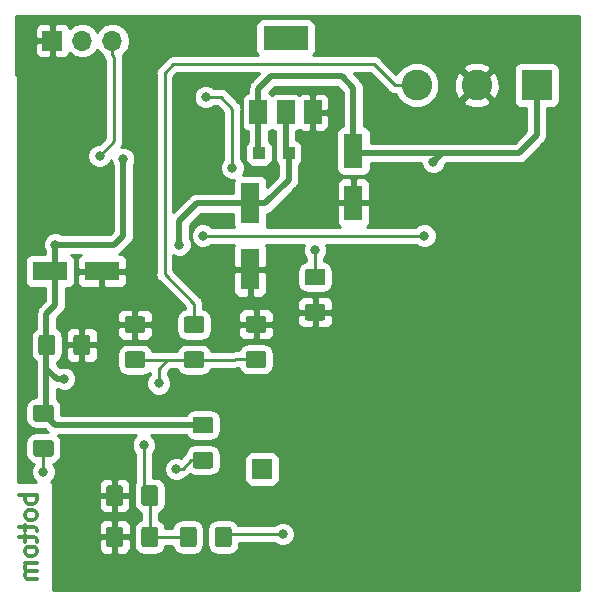
<source format=gbr>
G04 #@! TF.GenerationSoftware,KiCad,Pcbnew,5.0.0-fee4fd1~66~ubuntu16.04.1*
G04 #@! TF.CreationDate,2018-09-10T21:40:52+02:00*
G04 #@! TF.ProjectId,fpvlaptracker32,6670766C6170747261636B657233322E,rev?*
G04 #@! TF.SameCoordinates,Original*
G04 #@! TF.FileFunction,Copper,L2,Bot,Signal*
G04 #@! TF.FilePolarity,Positive*
%FSLAX46Y46*%
G04 Gerber Fmt 4.6, Leading zero omitted, Abs format (unit mm)*
G04 Created by KiCad (PCBNEW 5.0.0-fee4fd1~66~ubuntu16.04.1) date Mon Sep 10 21:40:52 2018*
%MOMM*%
%LPD*%
G01*
G04 APERTURE LIST*
G04 #@! TA.AperFunction,NonConductor*
%ADD10C,0.300000*%
G04 #@! TD*
G04 #@! TA.AperFunction,ComponentPad*
%ADD11R,2.600000X2.600000*%
G04 #@! TD*
G04 #@! TA.AperFunction,ComponentPad*
%ADD12C,2.600000*%
G04 #@! TD*
G04 #@! TA.AperFunction,SMDPad,CuDef*
%ADD13R,3.800000X2.000000*%
G04 #@! TD*
G04 #@! TA.AperFunction,SMDPad,CuDef*
%ADD14R,1.500000X2.000000*%
G04 #@! TD*
G04 #@! TA.AperFunction,SMDPad,CuDef*
%ADD15R,1.000000X1.000000*%
G04 #@! TD*
G04 #@! TA.AperFunction,Conductor*
%ADD16C,0.100000*%
G04 #@! TD*
G04 #@! TA.AperFunction,SMDPad,CuDef*
%ADD17C,1.425000*%
G04 #@! TD*
G04 #@! TA.AperFunction,SMDPad,CuDef*
%ADD18R,1.600000X3.000000*%
G04 #@! TD*
G04 #@! TA.AperFunction,SMDPad,CuDef*
%ADD19R,1.600000X3.500000*%
G04 #@! TD*
G04 #@! TA.AperFunction,SMDPad,CuDef*
%ADD20R,3.000000X1.600000*%
G04 #@! TD*
G04 #@! TA.AperFunction,ComponentPad*
%ADD21R,1.700000X1.700000*%
G04 #@! TD*
G04 #@! TA.AperFunction,ComponentPad*
%ADD22O,1.700000X1.700000*%
G04 #@! TD*
G04 #@! TA.AperFunction,ViaPad*
%ADD23C,0.800000*%
G04 #@! TD*
G04 #@! TA.AperFunction,Conductor*
%ADD24C,0.499999*%
G04 #@! TD*
G04 #@! TA.AperFunction,Conductor*
%ADD25C,0.250000*%
G04 #@! TD*
G04 #@! TA.AperFunction,Conductor*
%ADD26C,0.254000*%
G04 #@! TD*
G04 APERTURE END LIST*
D10*
X137178571Y-117464285D02*
X135678571Y-117464285D01*
X136250000Y-117464285D02*
X136178571Y-117607142D01*
X136178571Y-117892857D01*
X136250000Y-118035714D01*
X136321428Y-118107142D01*
X136464285Y-118178571D01*
X136892857Y-118178571D01*
X137035714Y-118107142D01*
X137107142Y-118035714D01*
X137178571Y-117892857D01*
X137178571Y-117607142D01*
X137107142Y-117464285D01*
X137178571Y-119035714D02*
X137107142Y-118892857D01*
X137035714Y-118821428D01*
X136892857Y-118750000D01*
X136464285Y-118750000D01*
X136321428Y-118821428D01*
X136250000Y-118892857D01*
X136178571Y-119035714D01*
X136178571Y-119250000D01*
X136250000Y-119392857D01*
X136321428Y-119464285D01*
X136464285Y-119535714D01*
X136892857Y-119535714D01*
X137035714Y-119464285D01*
X137107142Y-119392857D01*
X137178571Y-119250000D01*
X137178571Y-119035714D01*
X136178571Y-119964285D02*
X136178571Y-120535714D01*
X135678571Y-120178571D02*
X136964285Y-120178571D01*
X137107142Y-120250000D01*
X137178571Y-120392857D01*
X137178571Y-120535714D01*
X136178571Y-120821428D02*
X136178571Y-121392857D01*
X135678571Y-121035714D02*
X136964285Y-121035714D01*
X137107142Y-121107142D01*
X137178571Y-121250000D01*
X137178571Y-121392857D01*
X137178571Y-122107142D02*
X137107142Y-121964285D01*
X137035714Y-121892857D01*
X136892857Y-121821428D01*
X136464285Y-121821428D01*
X136321428Y-121892857D01*
X136250000Y-121964285D01*
X136178571Y-122107142D01*
X136178571Y-122321428D01*
X136250000Y-122464285D01*
X136321428Y-122535714D01*
X136464285Y-122607142D01*
X136892857Y-122607142D01*
X137035714Y-122535714D01*
X137107142Y-122464285D01*
X137178571Y-122321428D01*
X137178571Y-122107142D01*
X137178571Y-123250000D02*
X136178571Y-123250000D01*
X136321428Y-123250000D02*
X136250000Y-123321428D01*
X136178571Y-123464285D01*
X136178571Y-123678571D01*
X136250000Y-123821428D01*
X136392857Y-123892857D01*
X137178571Y-123892857D01*
X136392857Y-123892857D02*
X136250000Y-123964285D01*
X136178571Y-124107142D01*
X136178571Y-124321428D01*
X136250000Y-124464285D01*
X136392857Y-124535714D01*
X137178571Y-124535714D01*
D11*
G04 #@! TO.P,J1,1*
G04 #@! TO.N,+5V*
X179500000Y-82750000D03*
D12*
G04 #@! TO.P,J1,2*
G04 #@! TO.N,GND*
X174420000Y-82750000D03*
G04 #@! TO.P,J1,3*
G04 #@! TO.N,/BAT*
X169340000Y-82750000D03*
G04 #@! TD*
D13*
G04 #@! TO.P,U2,4*
G04 #@! TO.N,N/C*
X158250000Y-78750000D03*
D14*
G04 #@! TO.P,U2,2*
G04 #@! TO.N,+3V3*
X158250000Y-85050000D03*
G04 #@! TO.P,U2,3*
G04 #@! TO.N,+5V*
X155950000Y-85050000D03*
G04 #@! TO.P,U2,1*
G04 #@! TO.N,GND*
X160550000Y-85050000D03*
G04 #@! TD*
D15*
G04 #@! TO.P,D4,1*
G04 #@! TO.N,+3V3*
X158500000Y-88500000D03*
G04 #@! TO.P,D4,2*
G04 #@! TO.N,+5V*
X156000000Y-88500000D03*
G04 #@! TD*
D16*
G04 #@! TO.N,GND*
G04 #@! TO.C,C6*
G36*
X141487004Y-103876204D02*
X141511273Y-103879804D01*
X141535071Y-103885765D01*
X141558171Y-103894030D01*
X141580349Y-103904520D01*
X141601393Y-103917133D01*
X141621098Y-103931747D01*
X141639277Y-103948223D01*
X141655753Y-103966402D01*
X141670367Y-103986107D01*
X141682980Y-104007151D01*
X141693470Y-104029329D01*
X141701735Y-104052429D01*
X141707696Y-104076227D01*
X141711296Y-104100496D01*
X141712500Y-104125000D01*
X141712500Y-105375000D01*
X141711296Y-105399504D01*
X141707696Y-105423773D01*
X141701735Y-105447571D01*
X141693470Y-105470671D01*
X141682980Y-105492849D01*
X141670367Y-105513893D01*
X141655753Y-105533598D01*
X141639277Y-105551777D01*
X141621098Y-105568253D01*
X141601393Y-105582867D01*
X141580349Y-105595480D01*
X141558171Y-105605970D01*
X141535071Y-105614235D01*
X141511273Y-105620196D01*
X141487004Y-105623796D01*
X141462500Y-105625000D01*
X140537500Y-105625000D01*
X140512996Y-105623796D01*
X140488727Y-105620196D01*
X140464929Y-105614235D01*
X140441829Y-105605970D01*
X140419651Y-105595480D01*
X140398607Y-105582867D01*
X140378902Y-105568253D01*
X140360723Y-105551777D01*
X140344247Y-105533598D01*
X140329633Y-105513893D01*
X140317020Y-105492849D01*
X140306530Y-105470671D01*
X140298265Y-105447571D01*
X140292304Y-105423773D01*
X140288704Y-105399504D01*
X140287500Y-105375000D01*
X140287500Y-104125000D01*
X140288704Y-104100496D01*
X140292304Y-104076227D01*
X140298265Y-104052429D01*
X140306530Y-104029329D01*
X140317020Y-104007151D01*
X140329633Y-103986107D01*
X140344247Y-103966402D01*
X140360723Y-103948223D01*
X140378902Y-103931747D01*
X140398607Y-103917133D01*
X140419651Y-103904520D01*
X140441829Y-103894030D01*
X140464929Y-103885765D01*
X140488727Y-103879804D01*
X140512996Y-103876204D01*
X140537500Y-103875000D01*
X141462500Y-103875000D01*
X141487004Y-103876204D01*
X141487004Y-103876204D01*
G37*
D17*
G04 #@! TD*
G04 #@! TO.P,C6,1*
G04 #@! TO.N,GND*
X141000000Y-104750000D03*
D16*
G04 #@! TO.N,+3V3*
G04 #@! TO.C,C6*
G36*
X138512004Y-103876204D02*
X138536273Y-103879804D01*
X138560071Y-103885765D01*
X138583171Y-103894030D01*
X138605349Y-103904520D01*
X138626393Y-103917133D01*
X138646098Y-103931747D01*
X138664277Y-103948223D01*
X138680753Y-103966402D01*
X138695367Y-103986107D01*
X138707980Y-104007151D01*
X138718470Y-104029329D01*
X138726735Y-104052429D01*
X138732696Y-104076227D01*
X138736296Y-104100496D01*
X138737500Y-104125000D01*
X138737500Y-105375000D01*
X138736296Y-105399504D01*
X138732696Y-105423773D01*
X138726735Y-105447571D01*
X138718470Y-105470671D01*
X138707980Y-105492849D01*
X138695367Y-105513893D01*
X138680753Y-105533598D01*
X138664277Y-105551777D01*
X138646098Y-105568253D01*
X138626393Y-105582867D01*
X138605349Y-105595480D01*
X138583171Y-105605970D01*
X138560071Y-105614235D01*
X138536273Y-105620196D01*
X138512004Y-105623796D01*
X138487500Y-105625000D01*
X137562500Y-105625000D01*
X137537996Y-105623796D01*
X137513727Y-105620196D01*
X137489929Y-105614235D01*
X137466829Y-105605970D01*
X137444651Y-105595480D01*
X137423607Y-105582867D01*
X137403902Y-105568253D01*
X137385723Y-105551777D01*
X137369247Y-105533598D01*
X137354633Y-105513893D01*
X137342020Y-105492849D01*
X137331530Y-105470671D01*
X137323265Y-105447571D01*
X137317304Y-105423773D01*
X137313704Y-105399504D01*
X137312500Y-105375000D01*
X137312500Y-104125000D01*
X137313704Y-104100496D01*
X137317304Y-104076227D01*
X137323265Y-104052429D01*
X137331530Y-104029329D01*
X137342020Y-104007151D01*
X137354633Y-103986107D01*
X137369247Y-103966402D01*
X137385723Y-103948223D01*
X137403902Y-103931747D01*
X137423607Y-103917133D01*
X137444651Y-103904520D01*
X137466829Y-103894030D01*
X137489929Y-103885765D01*
X137513727Y-103879804D01*
X137537996Y-103876204D01*
X137562500Y-103875000D01*
X138487500Y-103875000D01*
X138512004Y-103876204D01*
X138512004Y-103876204D01*
G37*
D17*
G04 #@! TD*
G04 #@! TO.P,C6,2*
G04 #@! TO.N,+3V3*
X138025000Y-104750000D03*
D16*
G04 #@! TO.N,Net-(R4-Pad2)*
G04 #@! TO.C,R4*
G36*
X161399504Y-98288704D02*
X161423773Y-98292304D01*
X161447571Y-98298265D01*
X161470671Y-98306530D01*
X161492849Y-98317020D01*
X161513893Y-98329633D01*
X161533598Y-98344247D01*
X161551777Y-98360723D01*
X161568253Y-98378902D01*
X161582867Y-98398607D01*
X161595480Y-98419651D01*
X161605970Y-98441829D01*
X161614235Y-98464929D01*
X161620196Y-98488727D01*
X161623796Y-98512996D01*
X161625000Y-98537500D01*
X161625000Y-99462500D01*
X161623796Y-99487004D01*
X161620196Y-99511273D01*
X161614235Y-99535071D01*
X161605970Y-99558171D01*
X161595480Y-99580349D01*
X161582867Y-99601393D01*
X161568253Y-99621098D01*
X161551777Y-99639277D01*
X161533598Y-99655753D01*
X161513893Y-99670367D01*
X161492849Y-99682980D01*
X161470671Y-99693470D01*
X161447571Y-99701735D01*
X161423773Y-99707696D01*
X161399504Y-99711296D01*
X161375000Y-99712500D01*
X160125000Y-99712500D01*
X160100496Y-99711296D01*
X160076227Y-99707696D01*
X160052429Y-99701735D01*
X160029329Y-99693470D01*
X160007151Y-99682980D01*
X159986107Y-99670367D01*
X159966402Y-99655753D01*
X159948223Y-99639277D01*
X159931747Y-99621098D01*
X159917133Y-99601393D01*
X159904520Y-99580349D01*
X159894030Y-99558171D01*
X159885765Y-99535071D01*
X159879804Y-99511273D01*
X159876204Y-99487004D01*
X159875000Y-99462500D01*
X159875000Y-98537500D01*
X159876204Y-98512996D01*
X159879804Y-98488727D01*
X159885765Y-98464929D01*
X159894030Y-98441829D01*
X159904520Y-98419651D01*
X159917133Y-98398607D01*
X159931747Y-98378902D01*
X159948223Y-98360723D01*
X159966402Y-98344247D01*
X159986107Y-98329633D01*
X160007151Y-98317020D01*
X160029329Y-98306530D01*
X160052429Y-98298265D01*
X160076227Y-98292304D01*
X160100496Y-98288704D01*
X160125000Y-98287500D01*
X161375000Y-98287500D01*
X161399504Y-98288704D01*
X161399504Y-98288704D01*
G37*
D17*
G04 #@! TD*
G04 #@! TO.P,R4,2*
G04 #@! TO.N,Net-(R4-Pad2)*
X160750000Y-99000000D03*
D16*
G04 #@! TO.N,GND*
G04 #@! TO.C,R4*
G36*
X161399504Y-101263704D02*
X161423773Y-101267304D01*
X161447571Y-101273265D01*
X161470671Y-101281530D01*
X161492849Y-101292020D01*
X161513893Y-101304633D01*
X161533598Y-101319247D01*
X161551777Y-101335723D01*
X161568253Y-101353902D01*
X161582867Y-101373607D01*
X161595480Y-101394651D01*
X161605970Y-101416829D01*
X161614235Y-101439929D01*
X161620196Y-101463727D01*
X161623796Y-101487996D01*
X161625000Y-101512500D01*
X161625000Y-102437500D01*
X161623796Y-102462004D01*
X161620196Y-102486273D01*
X161614235Y-102510071D01*
X161605970Y-102533171D01*
X161595480Y-102555349D01*
X161582867Y-102576393D01*
X161568253Y-102596098D01*
X161551777Y-102614277D01*
X161533598Y-102630753D01*
X161513893Y-102645367D01*
X161492849Y-102657980D01*
X161470671Y-102668470D01*
X161447571Y-102676735D01*
X161423773Y-102682696D01*
X161399504Y-102686296D01*
X161375000Y-102687500D01*
X160125000Y-102687500D01*
X160100496Y-102686296D01*
X160076227Y-102682696D01*
X160052429Y-102676735D01*
X160029329Y-102668470D01*
X160007151Y-102657980D01*
X159986107Y-102645367D01*
X159966402Y-102630753D01*
X159948223Y-102614277D01*
X159931747Y-102596098D01*
X159917133Y-102576393D01*
X159904520Y-102555349D01*
X159894030Y-102533171D01*
X159885765Y-102510071D01*
X159879804Y-102486273D01*
X159876204Y-102462004D01*
X159875000Y-102437500D01*
X159875000Y-101512500D01*
X159876204Y-101487996D01*
X159879804Y-101463727D01*
X159885765Y-101439929D01*
X159894030Y-101416829D01*
X159904520Y-101394651D01*
X159917133Y-101373607D01*
X159931747Y-101353902D01*
X159948223Y-101335723D01*
X159966402Y-101319247D01*
X159986107Y-101304633D01*
X160007151Y-101292020D01*
X160029329Y-101281530D01*
X160052429Y-101273265D01*
X160076227Y-101267304D01*
X160100496Y-101263704D01*
X160125000Y-101262500D01*
X161375000Y-101262500D01*
X161399504Y-101263704D01*
X161399504Y-101263704D01*
G37*
D17*
G04 #@! TD*
G04 #@! TO.P,R4,1*
G04 #@! TO.N,GND*
X160750000Y-101975000D03*
D16*
G04 #@! TO.N,/RSSI*
G04 #@! TO.C,R6*
G36*
X153462004Y-120126204D02*
X153486273Y-120129804D01*
X153510071Y-120135765D01*
X153533171Y-120144030D01*
X153555349Y-120154520D01*
X153576393Y-120167133D01*
X153596098Y-120181747D01*
X153614277Y-120198223D01*
X153630753Y-120216402D01*
X153645367Y-120236107D01*
X153657980Y-120257151D01*
X153668470Y-120279329D01*
X153676735Y-120302429D01*
X153682696Y-120326227D01*
X153686296Y-120350496D01*
X153687500Y-120375000D01*
X153687500Y-121625000D01*
X153686296Y-121649504D01*
X153682696Y-121673773D01*
X153676735Y-121697571D01*
X153668470Y-121720671D01*
X153657980Y-121742849D01*
X153645367Y-121763893D01*
X153630753Y-121783598D01*
X153614277Y-121801777D01*
X153596098Y-121818253D01*
X153576393Y-121832867D01*
X153555349Y-121845480D01*
X153533171Y-121855970D01*
X153510071Y-121864235D01*
X153486273Y-121870196D01*
X153462004Y-121873796D01*
X153437500Y-121875000D01*
X152512500Y-121875000D01*
X152487996Y-121873796D01*
X152463727Y-121870196D01*
X152439929Y-121864235D01*
X152416829Y-121855970D01*
X152394651Y-121845480D01*
X152373607Y-121832867D01*
X152353902Y-121818253D01*
X152335723Y-121801777D01*
X152319247Y-121783598D01*
X152304633Y-121763893D01*
X152292020Y-121742849D01*
X152281530Y-121720671D01*
X152273265Y-121697571D01*
X152267304Y-121673773D01*
X152263704Y-121649504D01*
X152262500Y-121625000D01*
X152262500Y-120375000D01*
X152263704Y-120350496D01*
X152267304Y-120326227D01*
X152273265Y-120302429D01*
X152281530Y-120279329D01*
X152292020Y-120257151D01*
X152304633Y-120236107D01*
X152319247Y-120216402D01*
X152335723Y-120198223D01*
X152353902Y-120181747D01*
X152373607Y-120167133D01*
X152394651Y-120154520D01*
X152416829Y-120144030D01*
X152439929Y-120135765D01*
X152463727Y-120129804D01*
X152487996Y-120126204D01*
X152512500Y-120125000D01*
X153437500Y-120125000D01*
X153462004Y-120126204D01*
X153462004Y-120126204D01*
G37*
D17*
G04 #@! TD*
G04 #@! TO.P,R6,1*
G04 #@! TO.N,/RSSI*
X152975000Y-121000000D03*
D16*
G04 #@! TO.N,/ANALOG_RSSI*
G04 #@! TO.C,R6*
G36*
X150487004Y-120126204D02*
X150511273Y-120129804D01*
X150535071Y-120135765D01*
X150558171Y-120144030D01*
X150580349Y-120154520D01*
X150601393Y-120167133D01*
X150621098Y-120181747D01*
X150639277Y-120198223D01*
X150655753Y-120216402D01*
X150670367Y-120236107D01*
X150682980Y-120257151D01*
X150693470Y-120279329D01*
X150701735Y-120302429D01*
X150707696Y-120326227D01*
X150711296Y-120350496D01*
X150712500Y-120375000D01*
X150712500Y-121625000D01*
X150711296Y-121649504D01*
X150707696Y-121673773D01*
X150701735Y-121697571D01*
X150693470Y-121720671D01*
X150682980Y-121742849D01*
X150670367Y-121763893D01*
X150655753Y-121783598D01*
X150639277Y-121801777D01*
X150621098Y-121818253D01*
X150601393Y-121832867D01*
X150580349Y-121845480D01*
X150558171Y-121855970D01*
X150535071Y-121864235D01*
X150511273Y-121870196D01*
X150487004Y-121873796D01*
X150462500Y-121875000D01*
X149537500Y-121875000D01*
X149512996Y-121873796D01*
X149488727Y-121870196D01*
X149464929Y-121864235D01*
X149441829Y-121855970D01*
X149419651Y-121845480D01*
X149398607Y-121832867D01*
X149378902Y-121818253D01*
X149360723Y-121801777D01*
X149344247Y-121783598D01*
X149329633Y-121763893D01*
X149317020Y-121742849D01*
X149306530Y-121720671D01*
X149298265Y-121697571D01*
X149292304Y-121673773D01*
X149288704Y-121649504D01*
X149287500Y-121625000D01*
X149287500Y-120375000D01*
X149288704Y-120350496D01*
X149292304Y-120326227D01*
X149298265Y-120302429D01*
X149306530Y-120279329D01*
X149317020Y-120257151D01*
X149329633Y-120236107D01*
X149344247Y-120216402D01*
X149360723Y-120198223D01*
X149378902Y-120181747D01*
X149398607Y-120167133D01*
X149419651Y-120154520D01*
X149441829Y-120144030D01*
X149464929Y-120135765D01*
X149488727Y-120129804D01*
X149512996Y-120126204D01*
X149537500Y-120125000D01*
X150462500Y-120125000D01*
X150487004Y-120126204D01*
X150487004Y-120126204D01*
G37*
D17*
G04 #@! TD*
G04 #@! TO.P,R6,2*
G04 #@! TO.N,/ANALOG_RSSI*
X150000000Y-121000000D03*
D16*
G04 #@! TO.N,/ANALOG_RSSI*
G04 #@! TO.C,R7*
G36*
X147237004Y-120126204D02*
X147261273Y-120129804D01*
X147285071Y-120135765D01*
X147308171Y-120144030D01*
X147330349Y-120154520D01*
X147351393Y-120167133D01*
X147371098Y-120181747D01*
X147389277Y-120198223D01*
X147405753Y-120216402D01*
X147420367Y-120236107D01*
X147432980Y-120257151D01*
X147443470Y-120279329D01*
X147451735Y-120302429D01*
X147457696Y-120326227D01*
X147461296Y-120350496D01*
X147462500Y-120375000D01*
X147462500Y-121625000D01*
X147461296Y-121649504D01*
X147457696Y-121673773D01*
X147451735Y-121697571D01*
X147443470Y-121720671D01*
X147432980Y-121742849D01*
X147420367Y-121763893D01*
X147405753Y-121783598D01*
X147389277Y-121801777D01*
X147371098Y-121818253D01*
X147351393Y-121832867D01*
X147330349Y-121845480D01*
X147308171Y-121855970D01*
X147285071Y-121864235D01*
X147261273Y-121870196D01*
X147237004Y-121873796D01*
X147212500Y-121875000D01*
X146287500Y-121875000D01*
X146262996Y-121873796D01*
X146238727Y-121870196D01*
X146214929Y-121864235D01*
X146191829Y-121855970D01*
X146169651Y-121845480D01*
X146148607Y-121832867D01*
X146128902Y-121818253D01*
X146110723Y-121801777D01*
X146094247Y-121783598D01*
X146079633Y-121763893D01*
X146067020Y-121742849D01*
X146056530Y-121720671D01*
X146048265Y-121697571D01*
X146042304Y-121673773D01*
X146038704Y-121649504D01*
X146037500Y-121625000D01*
X146037500Y-120375000D01*
X146038704Y-120350496D01*
X146042304Y-120326227D01*
X146048265Y-120302429D01*
X146056530Y-120279329D01*
X146067020Y-120257151D01*
X146079633Y-120236107D01*
X146094247Y-120216402D01*
X146110723Y-120198223D01*
X146128902Y-120181747D01*
X146148607Y-120167133D01*
X146169651Y-120154520D01*
X146191829Y-120144030D01*
X146214929Y-120135765D01*
X146238727Y-120129804D01*
X146262996Y-120126204D01*
X146287500Y-120125000D01*
X147212500Y-120125000D01*
X147237004Y-120126204D01*
X147237004Y-120126204D01*
G37*
D17*
G04 #@! TD*
G04 #@! TO.P,R7,1*
G04 #@! TO.N,/ANALOG_RSSI*
X146750000Y-121000000D03*
D16*
G04 #@! TO.N,GND*
G04 #@! TO.C,R7*
G36*
X144262004Y-120126204D02*
X144286273Y-120129804D01*
X144310071Y-120135765D01*
X144333171Y-120144030D01*
X144355349Y-120154520D01*
X144376393Y-120167133D01*
X144396098Y-120181747D01*
X144414277Y-120198223D01*
X144430753Y-120216402D01*
X144445367Y-120236107D01*
X144457980Y-120257151D01*
X144468470Y-120279329D01*
X144476735Y-120302429D01*
X144482696Y-120326227D01*
X144486296Y-120350496D01*
X144487500Y-120375000D01*
X144487500Y-121625000D01*
X144486296Y-121649504D01*
X144482696Y-121673773D01*
X144476735Y-121697571D01*
X144468470Y-121720671D01*
X144457980Y-121742849D01*
X144445367Y-121763893D01*
X144430753Y-121783598D01*
X144414277Y-121801777D01*
X144396098Y-121818253D01*
X144376393Y-121832867D01*
X144355349Y-121845480D01*
X144333171Y-121855970D01*
X144310071Y-121864235D01*
X144286273Y-121870196D01*
X144262004Y-121873796D01*
X144237500Y-121875000D01*
X143312500Y-121875000D01*
X143287996Y-121873796D01*
X143263727Y-121870196D01*
X143239929Y-121864235D01*
X143216829Y-121855970D01*
X143194651Y-121845480D01*
X143173607Y-121832867D01*
X143153902Y-121818253D01*
X143135723Y-121801777D01*
X143119247Y-121783598D01*
X143104633Y-121763893D01*
X143092020Y-121742849D01*
X143081530Y-121720671D01*
X143073265Y-121697571D01*
X143067304Y-121673773D01*
X143063704Y-121649504D01*
X143062500Y-121625000D01*
X143062500Y-120375000D01*
X143063704Y-120350496D01*
X143067304Y-120326227D01*
X143073265Y-120302429D01*
X143081530Y-120279329D01*
X143092020Y-120257151D01*
X143104633Y-120236107D01*
X143119247Y-120216402D01*
X143135723Y-120198223D01*
X143153902Y-120181747D01*
X143173607Y-120167133D01*
X143194651Y-120154520D01*
X143216829Y-120144030D01*
X143239929Y-120135765D01*
X143263727Y-120129804D01*
X143287996Y-120126204D01*
X143312500Y-120125000D01*
X144237500Y-120125000D01*
X144262004Y-120126204D01*
X144262004Y-120126204D01*
G37*
D17*
G04 #@! TD*
G04 #@! TO.P,R7,2*
G04 #@! TO.N,GND*
X143775000Y-121000000D03*
D16*
G04 #@! TO.N,/ANALOG_BAT*
G04 #@! TO.C,R8*
G36*
X151149504Y-105288704D02*
X151173773Y-105292304D01*
X151197571Y-105298265D01*
X151220671Y-105306530D01*
X151242849Y-105317020D01*
X151263893Y-105329633D01*
X151283598Y-105344247D01*
X151301777Y-105360723D01*
X151318253Y-105378902D01*
X151332867Y-105398607D01*
X151345480Y-105419651D01*
X151355970Y-105441829D01*
X151364235Y-105464929D01*
X151370196Y-105488727D01*
X151373796Y-105512996D01*
X151375000Y-105537500D01*
X151375000Y-106462500D01*
X151373796Y-106487004D01*
X151370196Y-106511273D01*
X151364235Y-106535071D01*
X151355970Y-106558171D01*
X151345480Y-106580349D01*
X151332867Y-106601393D01*
X151318253Y-106621098D01*
X151301777Y-106639277D01*
X151283598Y-106655753D01*
X151263893Y-106670367D01*
X151242849Y-106682980D01*
X151220671Y-106693470D01*
X151197571Y-106701735D01*
X151173773Y-106707696D01*
X151149504Y-106711296D01*
X151125000Y-106712500D01*
X149875000Y-106712500D01*
X149850496Y-106711296D01*
X149826227Y-106707696D01*
X149802429Y-106701735D01*
X149779329Y-106693470D01*
X149757151Y-106682980D01*
X149736107Y-106670367D01*
X149716402Y-106655753D01*
X149698223Y-106639277D01*
X149681747Y-106621098D01*
X149667133Y-106601393D01*
X149654520Y-106580349D01*
X149644030Y-106558171D01*
X149635765Y-106535071D01*
X149629804Y-106511273D01*
X149626204Y-106487004D01*
X149625000Y-106462500D01*
X149625000Y-105537500D01*
X149626204Y-105512996D01*
X149629804Y-105488727D01*
X149635765Y-105464929D01*
X149644030Y-105441829D01*
X149654520Y-105419651D01*
X149667133Y-105398607D01*
X149681747Y-105378902D01*
X149698223Y-105360723D01*
X149716402Y-105344247D01*
X149736107Y-105329633D01*
X149757151Y-105317020D01*
X149779329Y-105306530D01*
X149802429Y-105298265D01*
X149826227Y-105292304D01*
X149850496Y-105288704D01*
X149875000Y-105287500D01*
X151125000Y-105287500D01*
X151149504Y-105288704D01*
X151149504Y-105288704D01*
G37*
D17*
G04 #@! TD*
G04 #@! TO.P,R8,2*
G04 #@! TO.N,/ANALOG_BAT*
X150500000Y-106000000D03*
D16*
G04 #@! TO.N,/BAT*
G04 #@! TO.C,R8*
G36*
X151149504Y-102313704D02*
X151173773Y-102317304D01*
X151197571Y-102323265D01*
X151220671Y-102331530D01*
X151242849Y-102342020D01*
X151263893Y-102354633D01*
X151283598Y-102369247D01*
X151301777Y-102385723D01*
X151318253Y-102403902D01*
X151332867Y-102423607D01*
X151345480Y-102444651D01*
X151355970Y-102466829D01*
X151364235Y-102489929D01*
X151370196Y-102513727D01*
X151373796Y-102537996D01*
X151375000Y-102562500D01*
X151375000Y-103487500D01*
X151373796Y-103512004D01*
X151370196Y-103536273D01*
X151364235Y-103560071D01*
X151355970Y-103583171D01*
X151345480Y-103605349D01*
X151332867Y-103626393D01*
X151318253Y-103646098D01*
X151301777Y-103664277D01*
X151283598Y-103680753D01*
X151263893Y-103695367D01*
X151242849Y-103707980D01*
X151220671Y-103718470D01*
X151197571Y-103726735D01*
X151173773Y-103732696D01*
X151149504Y-103736296D01*
X151125000Y-103737500D01*
X149875000Y-103737500D01*
X149850496Y-103736296D01*
X149826227Y-103732696D01*
X149802429Y-103726735D01*
X149779329Y-103718470D01*
X149757151Y-103707980D01*
X149736107Y-103695367D01*
X149716402Y-103680753D01*
X149698223Y-103664277D01*
X149681747Y-103646098D01*
X149667133Y-103626393D01*
X149654520Y-103605349D01*
X149644030Y-103583171D01*
X149635765Y-103560071D01*
X149629804Y-103536273D01*
X149626204Y-103512004D01*
X149625000Y-103487500D01*
X149625000Y-102562500D01*
X149626204Y-102537996D01*
X149629804Y-102513727D01*
X149635765Y-102489929D01*
X149644030Y-102466829D01*
X149654520Y-102444651D01*
X149667133Y-102423607D01*
X149681747Y-102403902D01*
X149698223Y-102385723D01*
X149716402Y-102369247D01*
X149736107Y-102354633D01*
X149757151Y-102342020D01*
X149779329Y-102331530D01*
X149802429Y-102323265D01*
X149826227Y-102317304D01*
X149850496Y-102313704D01*
X149875000Y-102312500D01*
X151125000Y-102312500D01*
X151149504Y-102313704D01*
X151149504Y-102313704D01*
G37*
D17*
G04 #@! TD*
G04 #@! TO.P,R8,1*
G04 #@! TO.N,/BAT*
X150500000Y-103025000D03*
D16*
G04 #@! TO.N,/ANALOG_BAT*
G04 #@! TO.C,R9*
G36*
X146149504Y-105288704D02*
X146173773Y-105292304D01*
X146197571Y-105298265D01*
X146220671Y-105306530D01*
X146242849Y-105317020D01*
X146263893Y-105329633D01*
X146283598Y-105344247D01*
X146301777Y-105360723D01*
X146318253Y-105378902D01*
X146332867Y-105398607D01*
X146345480Y-105419651D01*
X146355970Y-105441829D01*
X146364235Y-105464929D01*
X146370196Y-105488727D01*
X146373796Y-105512996D01*
X146375000Y-105537500D01*
X146375000Y-106462500D01*
X146373796Y-106487004D01*
X146370196Y-106511273D01*
X146364235Y-106535071D01*
X146355970Y-106558171D01*
X146345480Y-106580349D01*
X146332867Y-106601393D01*
X146318253Y-106621098D01*
X146301777Y-106639277D01*
X146283598Y-106655753D01*
X146263893Y-106670367D01*
X146242849Y-106682980D01*
X146220671Y-106693470D01*
X146197571Y-106701735D01*
X146173773Y-106707696D01*
X146149504Y-106711296D01*
X146125000Y-106712500D01*
X144875000Y-106712500D01*
X144850496Y-106711296D01*
X144826227Y-106707696D01*
X144802429Y-106701735D01*
X144779329Y-106693470D01*
X144757151Y-106682980D01*
X144736107Y-106670367D01*
X144716402Y-106655753D01*
X144698223Y-106639277D01*
X144681747Y-106621098D01*
X144667133Y-106601393D01*
X144654520Y-106580349D01*
X144644030Y-106558171D01*
X144635765Y-106535071D01*
X144629804Y-106511273D01*
X144626204Y-106487004D01*
X144625000Y-106462500D01*
X144625000Y-105537500D01*
X144626204Y-105512996D01*
X144629804Y-105488727D01*
X144635765Y-105464929D01*
X144644030Y-105441829D01*
X144654520Y-105419651D01*
X144667133Y-105398607D01*
X144681747Y-105378902D01*
X144698223Y-105360723D01*
X144716402Y-105344247D01*
X144736107Y-105329633D01*
X144757151Y-105317020D01*
X144779329Y-105306530D01*
X144802429Y-105298265D01*
X144826227Y-105292304D01*
X144850496Y-105288704D01*
X144875000Y-105287500D01*
X146125000Y-105287500D01*
X146149504Y-105288704D01*
X146149504Y-105288704D01*
G37*
D17*
G04 #@! TD*
G04 #@! TO.P,R9,1*
G04 #@! TO.N,/ANALOG_BAT*
X145500000Y-106000000D03*
D16*
G04 #@! TO.N,GND*
G04 #@! TO.C,R9*
G36*
X146149504Y-102313704D02*
X146173773Y-102317304D01*
X146197571Y-102323265D01*
X146220671Y-102331530D01*
X146242849Y-102342020D01*
X146263893Y-102354633D01*
X146283598Y-102369247D01*
X146301777Y-102385723D01*
X146318253Y-102403902D01*
X146332867Y-102423607D01*
X146345480Y-102444651D01*
X146355970Y-102466829D01*
X146364235Y-102489929D01*
X146370196Y-102513727D01*
X146373796Y-102537996D01*
X146375000Y-102562500D01*
X146375000Y-103487500D01*
X146373796Y-103512004D01*
X146370196Y-103536273D01*
X146364235Y-103560071D01*
X146355970Y-103583171D01*
X146345480Y-103605349D01*
X146332867Y-103626393D01*
X146318253Y-103646098D01*
X146301777Y-103664277D01*
X146283598Y-103680753D01*
X146263893Y-103695367D01*
X146242849Y-103707980D01*
X146220671Y-103718470D01*
X146197571Y-103726735D01*
X146173773Y-103732696D01*
X146149504Y-103736296D01*
X146125000Y-103737500D01*
X144875000Y-103737500D01*
X144850496Y-103736296D01*
X144826227Y-103732696D01*
X144802429Y-103726735D01*
X144779329Y-103718470D01*
X144757151Y-103707980D01*
X144736107Y-103695367D01*
X144716402Y-103680753D01*
X144698223Y-103664277D01*
X144681747Y-103646098D01*
X144667133Y-103626393D01*
X144654520Y-103605349D01*
X144644030Y-103583171D01*
X144635765Y-103560071D01*
X144629804Y-103536273D01*
X144626204Y-103512004D01*
X144625000Y-103487500D01*
X144625000Y-102562500D01*
X144626204Y-102537996D01*
X144629804Y-102513727D01*
X144635765Y-102489929D01*
X144644030Y-102466829D01*
X144654520Y-102444651D01*
X144667133Y-102423607D01*
X144681747Y-102403902D01*
X144698223Y-102385723D01*
X144716402Y-102369247D01*
X144736107Y-102354633D01*
X144757151Y-102342020D01*
X144779329Y-102331530D01*
X144802429Y-102323265D01*
X144826227Y-102317304D01*
X144850496Y-102313704D01*
X144875000Y-102312500D01*
X146125000Y-102312500D01*
X146149504Y-102313704D01*
X146149504Y-102313704D01*
G37*
D17*
G04 #@! TD*
G04 #@! TO.P,R9,2*
G04 #@! TO.N,GND*
X145500000Y-103025000D03*
D16*
G04 #@! TO.N,/EN*
G04 #@! TO.C,R12*
G36*
X138399504Y-112788704D02*
X138423773Y-112792304D01*
X138447571Y-112798265D01*
X138470671Y-112806530D01*
X138492849Y-112817020D01*
X138513893Y-112829633D01*
X138533598Y-112844247D01*
X138551777Y-112860723D01*
X138568253Y-112878902D01*
X138582867Y-112898607D01*
X138595480Y-112919651D01*
X138605970Y-112941829D01*
X138614235Y-112964929D01*
X138620196Y-112988727D01*
X138623796Y-113012996D01*
X138625000Y-113037500D01*
X138625000Y-113962500D01*
X138623796Y-113987004D01*
X138620196Y-114011273D01*
X138614235Y-114035071D01*
X138605970Y-114058171D01*
X138595480Y-114080349D01*
X138582867Y-114101393D01*
X138568253Y-114121098D01*
X138551777Y-114139277D01*
X138533598Y-114155753D01*
X138513893Y-114170367D01*
X138492849Y-114182980D01*
X138470671Y-114193470D01*
X138447571Y-114201735D01*
X138423773Y-114207696D01*
X138399504Y-114211296D01*
X138375000Y-114212500D01*
X137125000Y-114212500D01*
X137100496Y-114211296D01*
X137076227Y-114207696D01*
X137052429Y-114201735D01*
X137029329Y-114193470D01*
X137007151Y-114182980D01*
X136986107Y-114170367D01*
X136966402Y-114155753D01*
X136948223Y-114139277D01*
X136931747Y-114121098D01*
X136917133Y-114101393D01*
X136904520Y-114080349D01*
X136894030Y-114058171D01*
X136885765Y-114035071D01*
X136879804Y-114011273D01*
X136876204Y-113987004D01*
X136875000Y-113962500D01*
X136875000Y-113037500D01*
X136876204Y-113012996D01*
X136879804Y-112988727D01*
X136885765Y-112964929D01*
X136894030Y-112941829D01*
X136904520Y-112919651D01*
X136917133Y-112898607D01*
X136931747Y-112878902D01*
X136948223Y-112860723D01*
X136966402Y-112844247D01*
X136986107Y-112829633D01*
X137007151Y-112817020D01*
X137029329Y-112806530D01*
X137052429Y-112798265D01*
X137076227Y-112792304D01*
X137100496Y-112788704D01*
X137125000Y-112787500D01*
X138375000Y-112787500D01*
X138399504Y-112788704D01*
X138399504Y-112788704D01*
G37*
D17*
G04 #@! TD*
G04 #@! TO.P,R12,2*
G04 #@! TO.N,/EN*
X137750000Y-113500000D03*
D16*
G04 #@! TO.N,+3V3*
G04 #@! TO.C,R12*
G36*
X138399504Y-109813704D02*
X138423773Y-109817304D01*
X138447571Y-109823265D01*
X138470671Y-109831530D01*
X138492849Y-109842020D01*
X138513893Y-109854633D01*
X138533598Y-109869247D01*
X138551777Y-109885723D01*
X138568253Y-109903902D01*
X138582867Y-109923607D01*
X138595480Y-109944651D01*
X138605970Y-109966829D01*
X138614235Y-109989929D01*
X138620196Y-110013727D01*
X138623796Y-110037996D01*
X138625000Y-110062500D01*
X138625000Y-110987500D01*
X138623796Y-111012004D01*
X138620196Y-111036273D01*
X138614235Y-111060071D01*
X138605970Y-111083171D01*
X138595480Y-111105349D01*
X138582867Y-111126393D01*
X138568253Y-111146098D01*
X138551777Y-111164277D01*
X138533598Y-111180753D01*
X138513893Y-111195367D01*
X138492849Y-111207980D01*
X138470671Y-111218470D01*
X138447571Y-111226735D01*
X138423773Y-111232696D01*
X138399504Y-111236296D01*
X138375000Y-111237500D01*
X137125000Y-111237500D01*
X137100496Y-111236296D01*
X137076227Y-111232696D01*
X137052429Y-111226735D01*
X137029329Y-111218470D01*
X137007151Y-111207980D01*
X136986107Y-111195367D01*
X136966402Y-111180753D01*
X136948223Y-111164277D01*
X136931747Y-111146098D01*
X136917133Y-111126393D01*
X136904520Y-111105349D01*
X136894030Y-111083171D01*
X136885765Y-111060071D01*
X136879804Y-111036273D01*
X136876204Y-111012004D01*
X136875000Y-110987500D01*
X136875000Y-110062500D01*
X136876204Y-110037996D01*
X136879804Y-110013727D01*
X136885765Y-109989929D01*
X136894030Y-109966829D01*
X136904520Y-109944651D01*
X136917133Y-109923607D01*
X136931747Y-109903902D01*
X136948223Y-109885723D01*
X136966402Y-109869247D01*
X136986107Y-109854633D01*
X137007151Y-109842020D01*
X137029329Y-109831530D01*
X137052429Y-109823265D01*
X137076227Y-109817304D01*
X137100496Y-109813704D01*
X137125000Y-109812500D01*
X138375000Y-109812500D01*
X138399504Y-109813704D01*
X138399504Y-109813704D01*
G37*
D17*
G04 #@! TD*
G04 #@! TO.P,R12,1*
G04 #@! TO.N,+3V3*
X137750000Y-110525000D03*
D18*
G04 #@! TO.P,C7,2*
G04 #@! TO.N,GND*
X164000000Y-92700000D03*
G04 #@! TO.P,C7,1*
G04 #@! TO.N,+5V*
X164000000Y-88300000D03*
G04 #@! TD*
D19*
G04 #@! TO.P,C8,1*
G04 #@! TO.N,+3V3*
X155250000Y-92750000D03*
G04 #@! TO.P,C8,2*
G04 #@! TO.N,GND*
X155250000Y-98350000D03*
G04 #@! TD*
D20*
G04 #@! TO.P,C9,1*
G04 #@! TO.N,+3V3*
X138300000Y-98500000D03*
G04 #@! TO.P,C9,2*
G04 #@! TO.N,GND*
X142700000Y-98500000D03*
G04 #@! TD*
D21*
G04 #@! TO.P,J2,1*
G04 #@! TO.N,GND*
X138500000Y-79000000D03*
D22*
G04 #@! TO.P,J2,2*
G04 #@! TO.N,/TXD*
X141040000Y-79000000D03*
G04 #@! TO.P,J2,3*
G04 #@! TO.N,/RXD*
X143580000Y-79000000D03*
G04 #@! TD*
D16*
G04 #@! TO.N,/ANALOG_RSSI*
G04 #@! TO.C,C1*
G36*
X147224504Y-116626204D02*
X147248773Y-116629804D01*
X147272571Y-116635765D01*
X147295671Y-116644030D01*
X147317849Y-116654520D01*
X147338893Y-116667133D01*
X147358598Y-116681747D01*
X147376777Y-116698223D01*
X147393253Y-116716402D01*
X147407867Y-116736107D01*
X147420480Y-116757151D01*
X147430970Y-116779329D01*
X147439235Y-116802429D01*
X147445196Y-116826227D01*
X147448796Y-116850496D01*
X147450000Y-116875000D01*
X147450000Y-118125000D01*
X147448796Y-118149504D01*
X147445196Y-118173773D01*
X147439235Y-118197571D01*
X147430970Y-118220671D01*
X147420480Y-118242849D01*
X147407867Y-118263893D01*
X147393253Y-118283598D01*
X147376777Y-118301777D01*
X147358598Y-118318253D01*
X147338893Y-118332867D01*
X147317849Y-118345480D01*
X147295671Y-118355970D01*
X147272571Y-118364235D01*
X147248773Y-118370196D01*
X147224504Y-118373796D01*
X147200000Y-118375000D01*
X146275000Y-118375000D01*
X146250496Y-118373796D01*
X146226227Y-118370196D01*
X146202429Y-118364235D01*
X146179329Y-118355970D01*
X146157151Y-118345480D01*
X146136107Y-118332867D01*
X146116402Y-118318253D01*
X146098223Y-118301777D01*
X146081747Y-118283598D01*
X146067133Y-118263893D01*
X146054520Y-118242849D01*
X146044030Y-118220671D01*
X146035765Y-118197571D01*
X146029804Y-118173773D01*
X146026204Y-118149504D01*
X146025000Y-118125000D01*
X146025000Y-116875000D01*
X146026204Y-116850496D01*
X146029804Y-116826227D01*
X146035765Y-116802429D01*
X146044030Y-116779329D01*
X146054520Y-116757151D01*
X146067133Y-116736107D01*
X146081747Y-116716402D01*
X146098223Y-116698223D01*
X146116402Y-116681747D01*
X146136107Y-116667133D01*
X146157151Y-116654520D01*
X146179329Y-116644030D01*
X146202429Y-116635765D01*
X146226227Y-116629804D01*
X146250496Y-116626204D01*
X146275000Y-116625000D01*
X147200000Y-116625000D01*
X147224504Y-116626204D01*
X147224504Y-116626204D01*
G37*
D17*
G04 #@! TD*
G04 #@! TO.P,C1,1*
G04 #@! TO.N,/ANALOG_RSSI*
X146737500Y-117500000D03*
D16*
G04 #@! TO.N,GND*
G04 #@! TO.C,C1*
G36*
X144249504Y-116626204D02*
X144273773Y-116629804D01*
X144297571Y-116635765D01*
X144320671Y-116644030D01*
X144342849Y-116654520D01*
X144363893Y-116667133D01*
X144383598Y-116681747D01*
X144401777Y-116698223D01*
X144418253Y-116716402D01*
X144432867Y-116736107D01*
X144445480Y-116757151D01*
X144455970Y-116779329D01*
X144464235Y-116802429D01*
X144470196Y-116826227D01*
X144473796Y-116850496D01*
X144475000Y-116875000D01*
X144475000Y-118125000D01*
X144473796Y-118149504D01*
X144470196Y-118173773D01*
X144464235Y-118197571D01*
X144455970Y-118220671D01*
X144445480Y-118242849D01*
X144432867Y-118263893D01*
X144418253Y-118283598D01*
X144401777Y-118301777D01*
X144383598Y-118318253D01*
X144363893Y-118332867D01*
X144342849Y-118345480D01*
X144320671Y-118355970D01*
X144297571Y-118364235D01*
X144273773Y-118370196D01*
X144249504Y-118373796D01*
X144225000Y-118375000D01*
X143300000Y-118375000D01*
X143275496Y-118373796D01*
X143251227Y-118370196D01*
X143227429Y-118364235D01*
X143204329Y-118355970D01*
X143182151Y-118345480D01*
X143161107Y-118332867D01*
X143141402Y-118318253D01*
X143123223Y-118301777D01*
X143106747Y-118283598D01*
X143092133Y-118263893D01*
X143079520Y-118242849D01*
X143069030Y-118220671D01*
X143060765Y-118197571D01*
X143054804Y-118173773D01*
X143051204Y-118149504D01*
X143050000Y-118125000D01*
X143050000Y-116875000D01*
X143051204Y-116850496D01*
X143054804Y-116826227D01*
X143060765Y-116802429D01*
X143069030Y-116779329D01*
X143079520Y-116757151D01*
X143092133Y-116736107D01*
X143106747Y-116716402D01*
X143123223Y-116698223D01*
X143141402Y-116681747D01*
X143161107Y-116667133D01*
X143182151Y-116654520D01*
X143204329Y-116644030D01*
X143227429Y-116635765D01*
X143251227Y-116629804D01*
X143275496Y-116626204D01*
X143300000Y-116625000D01*
X144225000Y-116625000D01*
X144249504Y-116626204D01*
X144249504Y-116626204D01*
G37*
D17*
G04 #@! TD*
G04 #@! TO.P,C1,2*
G04 #@! TO.N,GND*
X143762500Y-117500000D03*
D16*
G04 #@! TO.N,/ANALOG_BAT*
G04 #@! TO.C,C2*
G36*
X156399504Y-105263704D02*
X156423773Y-105267304D01*
X156447571Y-105273265D01*
X156470671Y-105281530D01*
X156492849Y-105292020D01*
X156513893Y-105304633D01*
X156533598Y-105319247D01*
X156551777Y-105335723D01*
X156568253Y-105353902D01*
X156582867Y-105373607D01*
X156595480Y-105394651D01*
X156605970Y-105416829D01*
X156614235Y-105439929D01*
X156620196Y-105463727D01*
X156623796Y-105487996D01*
X156625000Y-105512500D01*
X156625000Y-106437500D01*
X156623796Y-106462004D01*
X156620196Y-106486273D01*
X156614235Y-106510071D01*
X156605970Y-106533171D01*
X156595480Y-106555349D01*
X156582867Y-106576393D01*
X156568253Y-106596098D01*
X156551777Y-106614277D01*
X156533598Y-106630753D01*
X156513893Y-106645367D01*
X156492849Y-106657980D01*
X156470671Y-106668470D01*
X156447571Y-106676735D01*
X156423773Y-106682696D01*
X156399504Y-106686296D01*
X156375000Y-106687500D01*
X155125000Y-106687500D01*
X155100496Y-106686296D01*
X155076227Y-106682696D01*
X155052429Y-106676735D01*
X155029329Y-106668470D01*
X155007151Y-106657980D01*
X154986107Y-106645367D01*
X154966402Y-106630753D01*
X154948223Y-106614277D01*
X154931747Y-106596098D01*
X154917133Y-106576393D01*
X154904520Y-106555349D01*
X154894030Y-106533171D01*
X154885765Y-106510071D01*
X154879804Y-106486273D01*
X154876204Y-106462004D01*
X154875000Y-106437500D01*
X154875000Y-105512500D01*
X154876204Y-105487996D01*
X154879804Y-105463727D01*
X154885765Y-105439929D01*
X154894030Y-105416829D01*
X154904520Y-105394651D01*
X154917133Y-105373607D01*
X154931747Y-105353902D01*
X154948223Y-105335723D01*
X154966402Y-105319247D01*
X154986107Y-105304633D01*
X155007151Y-105292020D01*
X155029329Y-105281530D01*
X155052429Y-105273265D01*
X155076227Y-105267304D01*
X155100496Y-105263704D01*
X155125000Y-105262500D01*
X156375000Y-105262500D01*
X156399504Y-105263704D01*
X156399504Y-105263704D01*
G37*
D17*
G04 #@! TD*
G04 #@! TO.P,C2,2*
G04 #@! TO.N,/ANALOG_BAT*
X155750000Y-105975000D03*
D16*
G04 #@! TO.N,GND*
G04 #@! TO.C,C2*
G36*
X156399504Y-102288704D02*
X156423773Y-102292304D01*
X156447571Y-102298265D01*
X156470671Y-102306530D01*
X156492849Y-102317020D01*
X156513893Y-102329633D01*
X156533598Y-102344247D01*
X156551777Y-102360723D01*
X156568253Y-102378902D01*
X156582867Y-102398607D01*
X156595480Y-102419651D01*
X156605970Y-102441829D01*
X156614235Y-102464929D01*
X156620196Y-102488727D01*
X156623796Y-102512996D01*
X156625000Y-102537500D01*
X156625000Y-103462500D01*
X156623796Y-103487004D01*
X156620196Y-103511273D01*
X156614235Y-103535071D01*
X156605970Y-103558171D01*
X156595480Y-103580349D01*
X156582867Y-103601393D01*
X156568253Y-103621098D01*
X156551777Y-103639277D01*
X156533598Y-103655753D01*
X156513893Y-103670367D01*
X156492849Y-103682980D01*
X156470671Y-103693470D01*
X156447571Y-103701735D01*
X156423773Y-103707696D01*
X156399504Y-103711296D01*
X156375000Y-103712500D01*
X155125000Y-103712500D01*
X155100496Y-103711296D01*
X155076227Y-103707696D01*
X155052429Y-103701735D01*
X155029329Y-103693470D01*
X155007151Y-103682980D01*
X154986107Y-103670367D01*
X154966402Y-103655753D01*
X154948223Y-103639277D01*
X154931747Y-103621098D01*
X154917133Y-103601393D01*
X154904520Y-103580349D01*
X154894030Y-103558171D01*
X154885765Y-103535071D01*
X154879804Y-103511273D01*
X154876204Y-103487004D01*
X154875000Y-103462500D01*
X154875000Y-102537500D01*
X154876204Y-102512996D01*
X154879804Y-102488727D01*
X154885765Y-102464929D01*
X154894030Y-102441829D01*
X154904520Y-102419651D01*
X154917133Y-102398607D01*
X154931747Y-102378902D01*
X154948223Y-102360723D01*
X154966402Y-102344247D01*
X154986107Y-102329633D01*
X155007151Y-102317020D01*
X155029329Y-102306530D01*
X155052429Y-102298265D01*
X155076227Y-102292304D01*
X155100496Y-102288704D01*
X155125000Y-102287500D01*
X156375000Y-102287500D01*
X156399504Y-102288704D01*
X156399504Y-102288704D01*
G37*
D17*
G04 #@! TD*
G04 #@! TO.P,C2,1*
G04 #@! TO.N,GND*
X155750000Y-103000000D03*
D16*
G04 #@! TO.N,/WEB_UPDATE*
G04 #@! TO.C,R2*
G36*
X151899504Y-113788704D02*
X151923773Y-113792304D01*
X151947571Y-113798265D01*
X151970671Y-113806530D01*
X151992849Y-113817020D01*
X152013893Y-113829633D01*
X152033598Y-113844247D01*
X152051777Y-113860723D01*
X152068253Y-113878902D01*
X152082867Y-113898607D01*
X152095480Y-113919651D01*
X152105970Y-113941829D01*
X152114235Y-113964929D01*
X152120196Y-113988727D01*
X152123796Y-114012996D01*
X152125000Y-114037500D01*
X152125000Y-114962500D01*
X152123796Y-114987004D01*
X152120196Y-115011273D01*
X152114235Y-115035071D01*
X152105970Y-115058171D01*
X152095480Y-115080349D01*
X152082867Y-115101393D01*
X152068253Y-115121098D01*
X152051777Y-115139277D01*
X152033598Y-115155753D01*
X152013893Y-115170367D01*
X151992849Y-115182980D01*
X151970671Y-115193470D01*
X151947571Y-115201735D01*
X151923773Y-115207696D01*
X151899504Y-115211296D01*
X151875000Y-115212500D01*
X150625000Y-115212500D01*
X150600496Y-115211296D01*
X150576227Y-115207696D01*
X150552429Y-115201735D01*
X150529329Y-115193470D01*
X150507151Y-115182980D01*
X150486107Y-115170367D01*
X150466402Y-115155753D01*
X150448223Y-115139277D01*
X150431747Y-115121098D01*
X150417133Y-115101393D01*
X150404520Y-115080349D01*
X150394030Y-115058171D01*
X150385765Y-115035071D01*
X150379804Y-115011273D01*
X150376204Y-114987004D01*
X150375000Y-114962500D01*
X150375000Y-114037500D01*
X150376204Y-114012996D01*
X150379804Y-113988727D01*
X150385765Y-113964929D01*
X150394030Y-113941829D01*
X150404520Y-113919651D01*
X150417133Y-113898607D01*
X150431747Y-113878902D01*
X150448223Y-113860723D01*
X150466402Y-113844247D01*
X150486107Y-113829633D01*
X150507151Y-113817020D01*
X150529329Y-113806530D01*
X150552429Y-113798265D01*
X150576227Y-113792304D01*
X150600496Y-113788704D01*
X150625000Y-113787500D01*
X151875000Y-113787500D01*
X151899504Y-113788704D01*
X151899504Y-113788704D01*
G37*
D17*
G04 #@! TD*
G04 #@! TO.P,R2,1*
G04 #@! TO.N,/WEB_UPDATE*
X151250000Y-114500000D03*
D16*
G04 #@! TO.N,+3V3*
G04 #@! TO.C,R2*
G36*
X151899504Y-110813704D02*
X151923773Y-110817304D01*
X151947571Y-110823265D01*
X151970671Y-110831530D01*
X151992849Y-110842020D01*
X152013893Y-110854633D01*
X152033598Y-110869247D01*
X152051777Y-110885723D01*
X152068253Y-110903902D01*
X152082867Y-110923607D01*
X152095480Y-110944651D01*
X152105970Y-110966829D01*
X152114235Y-110989929D01*
X152120196Y-111013727D01*
X152123796Y-111037996D01*
X152125000Y-111062500D01*
X152125000Y-111987500D01*
X152123796Y-112012004D01*
X152120196Y-112036273D01*
X152114235Y-112060071D01*
X152105970Y-112083171D01*
X152095480Y-112105349D01*
X152082867Y-112126393D01*
X152068253Y-112146098D01*
X152051777Y-112164277D01*
X152033598Y-112180753D01*
X152013893Y-112195367D01*
X151992849Y-112207980D01*
X151970671Y-112218470D01*
X151947571Y-112226735D01*
X151923773Y-112232696D01*
X151899504Y-112236296D01*
X151875000Y-112237500D01*
X150625000Y-112237500D01*
X150600496Y-112236296D01*
X150576227Y-112232696D01*
X150552429Y-112226735D01*
X150529329Y-112218470D01*
X150507151Y-112207980D01*
X150486107Y-112195367D01*
X150466402Y-112180753D01*
X150448223Y-112164277D01*
X150431747Y-112146098D01*
X150417133Y-112126393D01*
X150404520Y-112105349D01*
X150394030Y-112083171D01*
X150385765Y-112060071D01*
X150379804Y-112036273D01*
X150376204Y-112012004D01*
X150375000Y-111987500D01*
X150375000Y-111062500D01*
X150376204Y-111037996D01*
X150379804Y-111013727D01*
X150385765Y-110989929D01*
X150394030Y-110966829D01*
X150404520Y-110944651D01*
X150417133Y-110923607D01*
X150431747Y-110903902D01*
X150448223Y-110885723D01*
X150466402Y-110869247D01*
X150486107Y-110854633D01*
X150507151Y-110842020D01*
X150529329Y-110831530D01*
X150552429Y-110823265D01*
X150576227Y-110817304D01*
X150600496Y-110813704D01*
X150625000Y-110812500D01*
X151875000Y-110812500D01*
X151899504Y-110813704D01*
X151899504Y-110813704D01*
G37*
D17*
G04 #@! TD*
G04 #@! TO.P,R2,2*
G04 #@! TO.N,+3V3*
X151250000Y-111525000D03*
D21*
G04 #@! TO.P,J3,1*
G04 #@! TO.N,/ADC_REF*
X156250000Y-115250000D03*
G04 #@! TD*
D23*
G04 #@! TO.N,GND*
X136500000Y-95250000D03*
X157000000Y-90250000D03*
G04 #@! TO.N,+3V3*
X149250000Y-96250000D03*
X138750000Y-96250000D03*
X139500000Y-107620001D03*
X144500000Y-89000000D03*
G04 #@! TO.N,/RSSI*
X158000000Y-120750000D03*
G04 #@! TO.N,+5V*
X170750000Y-89250000D03*
G04 #@! TO.N,/SPI_CS*
X170000000Y-95500000D03*
X151250000Y-95500000D03*
G04 #@! TO.N,/ANALOG_RSSI*
X146250000Y-113250000D03*
G04 #@! TO.N,/ANALOG_BAT*
X147500000Y-108000000D03*
G04 #@! TO.N,/WEB_UPDATE*
X149000000Y-115250000D03*
G04 #@! TO.N,/EN*
X137750000Y-115500000D03*
G04 #@! TO.N,/IO0*
X153750000Y-89750000D03*
X151500000Y-83750000D03*
G04 #@! TO.N,/RXD*
X142500000Y-88750000D03*
G04 #@! TO.N,Net-(R4-Pad2)*
X160750000Y-96750000D03*
G04 #@! TD*
D24*
G04 #@! TO.N,+3V3*
X158250000Y-88250000D02*
X158500000Y-88500000D01*
X158250000Y-85050000D02*
X158250000Y-88250000D01*
X156549999Y-92750000D02*
X155250000Y-92750000D01*
X158500000Y-90799999D02*
X156549999Y-92750000D01*
X158500000Y-88500000D02*
X158500000Y-90799999D01*
X155250000Y-92750000D02*
X153950001Y-92750000D01*
X153950001Y-92750000D02*
X150750000Y-92750000D01*
X150750000Y-92750000D02*
X149250000Y-94250000D01*
X149250000Y-94250000D02*
X149250000Y-96250000D01*
X138750000Y-101350000D02*
X138600000Y-101500000D01*
X138000000Y-102100000D02*
X138600000Y-101500000D01*
X138000000Y-110275000D02*
X137750000Y-110525000D01*
X138000000Y-106750000D02*
X138000000Y-110275000D01*
X138750000Y-111525000D02*
X137750000Y-110525000D01*
X151250000Y-111525000D02*
X138750000Y-111525000D01*
X138000000Y-105250000D02*
X138000000Y-102100000D01*
X138000000Y-106750000D02*
X138000000Y-105250000D01*
X138870001Y-107620001D02*
X138000000Y-106750000D01*
X139500000Y-107620001D02*
X138870001Y-107620001D01*
X138750000Y-98950000D02*
X138300000Y-98500000D01*
X138750000Y-101000000D02*
X138750000Y-100200000D01*
X138750000Y-96250000D02*
X138750000Y-101000000D01*
X138750000Y-101000000D02*
X138750000Y-101350000D01*
X143750000Y-96250000D02*
X138750000Y-96250000D01*
X144500000Y-95500000D02*
X143750000Y-96250000D01*
X144500000Y-89000000D02*
X144500000Y-95500000D01*
D25*
G04 #@! TO.N,/RSSI*
X153225000Y-120750000D02*
X152975000Y-121000000D01*
X158000000Y-120750000D02*
X153225000Y-120750000D01*
D24*
G04 #@! TO.N,+5V*
X171250000Y-88750000D02*
X170750000Y-89250000D01*
X179500000Y-87000000D02*
X178000000Y-88500000D01*
X178000000Y-88500000D02*
X171500000Y-88500000D01*
X179500000Y-82750000D02*
X179500000Y-87000000D01*
X171500000Y-88500000D02*
X171250000Y-88750000D01*
X155950000Y-88450000D02*
X156000000Y-88500000D01*
X155950000Y-85050000D02*
X155950000Y-88450000D01*
X155950000Y-85050000D02*
X155950000Y-83050000D01*
X155950000Y-83050000D02*
X157000000Y-82000000D01*
X157000000Y-82000000D02*
X163000000Y-82000000D01*
X164000000Y-83000000D02*
X164000000Y-88300000D01*
X163000000Y-82000000D02*
X164000000Y-83000000D01*
X164200000Y-88500000D02*
X164000000Y-88300000D01*
X171500000Y-88500000D02*
X164200000Y-88500000D01*
D25*
G04 #@! TO.N,/SPI_CS*
X170000000Y-95500000D02*
X151250000Y-95500000D01*
G04 #@! TO.N,/ANALOG_RSSI*
X146250000Y-117012500D02*
X146737500Y-117500000D01*
X146250000Y-113250000D02*
X146250000Y-117012500D01*
X146737500Y-120987500D02*
X146750000Y-121000000D01*
X146737500Y-117500000D02*
X146737500Y-120987500D01*
X147562500Y-121000000D02*
X150000000Y-121000000D01*
X146750000Y-121000000D02*
X147562500Y-121000000D01*
G04 #@! TO.N,/BAT*
X167501523Y-82750000D02*
X165751523Y-81000000D01*
X169340000Y-82750000D02*
X167501523Y-82750000D01*
X165751523Y-81000000D02*
X148750000Y-81000000D01*
X148750000Y-81000000D02*
X148000000Y-81750000D01*
X148000000Y-81750000D02*
X148000000Y-98750000D01*
X150500000Y-101250000D02*
X150500000Y-103025000D01*
X148000000Y-98750000D02*
X150500000Y-101250000D01*
G04 #@! TO.N,/ANALOG_BAT*
X150500000Y-106000000D02*
X153975000Y-106000000D01*
X154000000Y-105975000D02*
X155750000Y-105975000D01*
X153975000Y-106000000D02*
X154000000Y-105975000D01*
X147250000Y-106000000D02*
X145500000Y-106000000D01*
X147500000Y-106750000D02*
X148250000Y-106000000D01*
X148250000Y-106000000D02*
X150500000Y-106000000D01*
X147500000Y-108000000D02*
X147500000Y-106750000D01*
X147250000Y-106000000D02*
X148250000Y-106000000D01*
G04 #@! TO.N,/WEB_UPDATE*
X150275000Y-114500000D02*
X149525000Y-115250000D01*
X151250000Y-114500000D02*
X150275000Y-114500000D01*
X149525000Y-115250000D02*
X149000000Y-115250000D01*
G04 #@! TO.N,/EN*
X137750000Y-113500000D02*
X137750000Y-114312500D01*
X137750000Y-114312500D02*
X137750000Y-115500000D01*
G04 #@! TO.N,/IO0*
X153750000Y-89750000D02*
X153750000Y-84750000D01*
X153750000Y-84750000D02*
X152750000Y-83750000D01*
X152750000Y-83750000D02*
X151500000Y-83750000D01*
G04 #@! TO.N,/RXD*
X143580000Y-80202081D02*
X143750000Y-80372081D01*
X143580000Y-79000000D02*
X143580000Y-80202081D01*
X143750000Y-80372081D02*
X143750000Y-87500000D01*
X143750000Y-87500000D02*
X142500000Y-88750000D01*
G04 #@! TO.N,Net-(R4-Pad2)*
X160750000Y-99000000D02*
X160750000Y-96750000D01*
G04 #@! TD*
D26*
G04 #@! TO.N,GND*
G36*
X183102301Y-125502300D02*
X138530000Y-125502300D01*
X138530000Y-121285750D01*
X142427500Y-121285750D01*
X142427500Y-122001310D01*
X142524173Y-122234699D01*
X142702802Y-122413327D01*
X142936191Y-122510000D01*
X143489250Y-122510000D01*
X143648000Y-122351250D01*
X143648000Y-121127000D01*
X143902000Y-121127000D01*
X143902000Y-122351250D01*
X144060750Y-122510000D01*
X144613809Y-122510000D01*
X144847198Y-122413327D01*
X145025827Y-122234699D01*
X145122500Y-122001310D01*
X145122500Y-121285750D01*
X144963750Y-121127000D01*
X143902000Y-121127000D01*
X143648000Y-121127000D01*
X142586250Y-121127000D01*
X142427500Y-121285750D01*
X138530000Y-121285750D01*
X138530000Y-119998690D01*
X142427500Y-119998690D01*
X142427500Y-120714250D01*
X142586250Y-120873000D01*
X143648000Y-120873000D01*
X143648000Y-119648750D01*
X143902000Y-119648750D01*
X143902000Y-120873000D01*
X144963750Y-120873000D01*
X145122500Y-120714250D01*
X145122500Y-119998690D01*
X145025827Y-119765301D01*
X144847198Y-119586673D01*
X144613809Y-119490000D01*
X144060750Y-119490000D01*
X143902000Y-119648750D01*
X143648000Y-119648750D01*
X143489250Y-119490000D01*
X142936191Y-119490000D01*
X142702802Y-119586673D01*
X142524173Y-119765301D01*
X142427500Y-119998690D01*
X138530000Y-119998690D01*
X138530000Y-117785750D01*
X142415000Y-117785750D01*
X142415000Y-118501310D01*
X142511673Y-118734699D01*
X142690302Y-118913327D01*
X142923691Y-119010000D01*
X143476750Y-119010000D01*
X143635500Y-118851250D01*
X143635500Y-117627000D01*
X143889500Y-117627000D01*
X143889500Y-118851250D01*
X144048250Y-119010000D01*
X144601309Y-119010000D01*
X144834698Y-118913327D01*
X145013327Y-118734699D01*
X145110000Y-118501310D01*
X145110000Y-117785750D01*
X144951250Y-117627000D01*
X143889500Y-117627000D01*
X143635500Y-117627000D01*
X142573750Y-117627000D01*
X142415000Y-117785750D01*
X138530000Y-117785750D01*
X138530000Y-116498690D01*
X142415000Y-116498690D01*
X142415000Y-117214250D01*
X142573750Y-117373000D01*
X143635500Y-117373000D01*
X143635500Y-116148750D01*
X143889500Y-116148750D01*
X143889500Y-117373000D01*
X144951250Y-117373000D01*
X145110000Y-117214250D01*
X145110000Y-116498690D01*
X145013327Y-116265301D01*
X144834698Y-116086673D01*
X144601309Y-115990000D01*
X144048250Y-115990000D01*
X143889500Y-116148750D01*
X143635500Y-116148750D01*
X143476750Y-115990000D01*
X142923691Y-115990000D01*
X142690302Y-116086673D01*
X142511673Y-116265301D01*
X142415000Y-116498690D01*
X138530000Y-116498690D01*
X138530000Y-116322143D01*
X138391568Y-116322143D01*
X138627431Y-116086280D01*
X138785000Y-115705874D01*
X138785000Y-115294126D01*
X138627431Y-114913720D01*
X138540692Y-114826981D01*
X138718435Y-114791626D01*
X139009586Y-114597086D01*
X139204126Y-114305935D01*
X139272440Y-113962500D01*
X139272440Y-113037500D01*
X139204126Y-112694065D01*
X139014320Y-112409999D01*
X145626290Y-112409999D01*
X145372569Y-112663720D01*
X145215000Y-113044126D01*
X145215000Y-113455874D01*
X145372569Y-113836280D01*
X145490000Y-113953711D01*
X145490001Y-116465524D01*
X145445874Y-116531565D01*
X145377560Y-116875000D01*
X145377560Y-118125000D01*
X145445874Y-118468435D01*
X145640414Y-118759586D01*
X145931565Y-118954126D01*
X145977500Y-118963263D01*
X145977501Y-119539223D01*
X145944065Y-119545874D01*
X145652914Y-119740414D01*
X145458374Y-120031565D01*
X145390060Y-120375000D01*
X145390060Y-121625000D01*
X145458374Y-121968435D01*
X145652914Y-122259586D01*
X145944065Y-122454126D01*
X146287500Y-122522440D01*
X147212500Y-122522440D01*
X147555935Y-122454126D01*
X147847086Y-122259586D01*
X148041626Y-121968435D01*
X148083087Y-121760000D01*
X148666913Y-121760000D01*
X148708374Y-121968435D01*
X148902914Y-122259586D01*
X149194065Y-122454126D01*
X149537500Y-122522440D01*
X150462500Y-122522440D01*
X150805935Y-122454126D01*
X151097086Y-122259586D01*
X151291626Y-121968435D01*
X151359940Y-121625000D01*
X151359940Y-120375000D01*
X151615060Y-120375000D01*
X151615060Y-121625000D01*
X151683374Y-121968435D01*
X151877914Y-122259586D01*
X152169065Y-122454126D01*
X152512500Y-122522440D01*
X153437500Y-122522440D01*
X153780935Y-122454126D01*
X154072086Y-122259586D01*
X154266626Y-121968435D01*
X154334940Y-121625000D01*
X154334940Y-121510000D01*
X157296289Y-121510000D01*
X157413720Y-121627431D01*
X157794126Y-121785000D01*
X158205874Y-121785000D01*
X158586280Y-121627431D01*
X158877431Y-121336280D01*
X159035000Y-120955874D01*
X159035000Y-120544126D01*
X158877431Y-120163720D01*
X158586280Y-119872569D01*
X158205874Y-119715000D01*
X157794126Y-119715000D01*
X157413720Y-119872569D01*
X157296289Y-119990000D01*
X154238853Y-119990000D01*
X154072086Y-119740414D01*
X153780935Y-119545874D01*
X153437500Y-119477560D01*
X152512500Y-119477560D01*
X152169065Y-119545874D01*
X151877914Y-119740414D01*
X151683374Y-120031565D01*
X151615060Y-120375000D01*
X151359940Y-120375000D01*
X151291626Y-120031565D01*
X151097086Y-119740414D01*
X150805935Y-119545874D01*
X150462500Y-119477560D01*
X149537500Y-119477560D01*
X149194065Y-119545874D01*
X148902914Y-119740414D01*
X148708374Y-120031565D01*
X148666913Y-120240000D01*
X148083087Y-120240000D01*
X148041626Y-120031565D01*
X147847086Y-119740414D01*
X147555935Y-119545874D01*
X147497500Y-119534250D01*
X147497500Y-118963263D01*
X147543435Y-118954126D01*
X147834586Y-118759586D01*
X148029126Y-118468435D01*
X148097440Y-118125000D01*
X148097440Y-116875000D01*
X148029126Y-116531565D01*
X147834586Y-116240414D01*
X147543435Y-116045874D01*
X147200000Y-115977560D01*
X147010000Y-115977560D01*
X147010000Y-115044126D01*
X147965000Y-115044126D01*
X147965000Y-115455874D01*
X148122569Y-115836280D01*
X148413720Y-116127431D01*
X148794126Y-116285000D01*
X149205874Y-116285000D01*
X149586280Y-116127431D01*
X149729500Y-115984211D01*
X149821537Y-115965904D01*
X150072929Y-115797929D01*
X150115331Y-115734470D01*
X150147652Y-115702149D01*
X150281565Y-115791626D01*
X150625000Y-115859940D01*
X151875000Y-115859940D01*
X152218435Y-115791626D01*
X152509586Y-115597086D01*
X152704126Y-115305935D01*
X152772440Y-114962500D01*
X152772440Y-114400000D01*
X154752560Y-114400000D01*
X154752560Y-116100000D01*
X154801843Y-116347765D01*
X154942191Y-116557809D01*
X155152235Y-116698157D01*
X155400000Y-116747440D01*
X157100000Y-116747440D01*
X157347765Y-116698157D01*
X157557809Y-116557809D01*
X157698157Y-116347765D01*
X157747440Y-116100000D01*
X157747440Y-114400000D01*
X157698157Y-114152235D01*
X157557809Y-113942191D01*
X157347765Y-113801843D01*
X157100000Y-113752560D01*
X155400000Y-113752560D01*
X155152235Y-113801843D01*
X154942191Y-113942191D01*
X154801843Y-114152235D01*
X154752560Y-114400000D01*
X152772440Y-114400000D01*
X152772440Y-114037500D01*
X152704126Y-113694065D01*
X152509586Y-113402914D01*
X152218435Y-113208374D01*
X151875000Y-113140060D01*
X150625000Y-113140060D01*
X150281565Y-113208374D01*
X149990414Y-113402914D01*
X149795874Y-113694065D01*
X149747233Y-113938599D01*
X149727071Y-113952071D01*
X149684671Y-114015527D01*
X149403386Y-114296812D01*
X149205874Y-114215000D01*
X148794126Y-114215000D01*
X148413720Y-114372569D01*
X148122569Y-114663720D01*
X147965000Y-115044126D01*
X147010000Y-115044126D01*
X147010000Y-113953711D01*
X147127431Y-113836280D01*
X147285000Y-113455874D01*
X147285000Y-113044126D01*
X147127431Y-112663720D01*
X146873710Y-112409999D01*
X149848703Y-112409999D01*
X149990414Y-112622086D01*
X150281565Y-112816626D01*
X150625000Y-112884940D01*
X151875000Y-112884940D01*
X152218435Y-112816626D01*
X152509586Y-112622086D01*
X152704126Y-112330935D01*
X152772440Y-111987500D01*
X152772440Y-111062500D01*
X152704126Y-110719065D01*
X152509586Y-110427914D01*
X152218435Y-110233374D01*
X151875000Y-110165060D01*
X150625000Y-110165060D01*
X150281565Y-110233374D01*
X149990414Y-110427914D01*
X149848703Y-110640001D01*
X139272440Y-110640001D01*
X139272440Y-110062500D01*
X139204126Y-109719065D01*
X139009586Y-109427914D01*
X138884999Y-109344668D01*
X138884999Y-108519354D01*
X138940157Y-108508383D01*
X139294126Y-108655001D01*
X139705874Y-108655001D01*
X140086280Y-108497432D01*
X140377431Y-108206281D01*
X140535000Y-107825875D01*
X140535000Y-107414127D01*
X140377431Y-107033721D01*
X140086280Y-106742570D01*
X139705874Y-106585001D01*
X139294126Y-106585001D01*
X139147367Y-106645790D01*
X138884999Y-106383422D01*
X138884999Y-106168002D01*
X139122086Y-106009586D01*
X139316626Y-105718435D01*
X139384940Y-105375000D01*
X139384940Y-105035750D01*
X139652500Y-105035750D01*
X139652500Y-105751310D01*
X139749173Y-105984699D01*
X139927802Y-106163327D01*
X140161191Y-106260000D01*
X140714250Y-106260000D01*
X140873000Y-106101250D01*
X140873000Y-104877000D01*
X141127000Y-104877000D01*
X141127000Y-106101250D01*
X141285750Y-106260000D01*
X141838809Y-106260000D01*
X142072198Y-106163327D01*
X142250827Y-105984699D01*
X142347500Y-105751310D01*
X142347500Y-105537500D01*
X143977560Y-105537500D01*
X143977560Y-106462500D01*
X144045874Y-106805935D01*
X144240414Y-107097086D01*
X144531565Y-107291626D01*
X144875000Y-107359940D01*
X146125000Y-107359940D01*
X146468435Y-107291626D01*
X146740001Y-107110172D01*
X146740001Y-107296288D01*
X146622569Y-107413720D01*
X146465000Y-107794126D01*
X146465000Y-108205874D01*
X146622569Y-108586280D01*
X146913720Y-108877431D01*
X147294126Y-109035000D01*
X147705874Y-109035000D01*
X148086280Y-108877431D01*
X148377431Y-108586280D01*
X148535000Y-108205874D01*
X148535000Y-107794126D01*
X148377431Y-107413720D01*
X148260000Y-107296289D01*
X148260000Y-107064801D01*
X148564802Y-106760000D01*
X149036737Y-106760000D01*
X149045874Y-106805935D01*
X149240414Y-107097086D01*
X149531565Y-107291626D01*
X149875000Y-107359940D01*
X151125000Y-107359940D01*
X151468435Y-107291626D01*
X151759586Y-107097086D01*
X151954126Y-106805935D01*
X151963263Y-106760000D01*
X153900153Y-106760000D01*
X153975000Y-106774888D01*
X154049847Y-106760000D01*
X154049852Y-106760000D01*
X154175535Y-106735000D01*
X154286737Y-106735000D01*
X154295874Y-106780935D01*
X154490414Y-107072086D01*
X154781565Y-107266626D01*
X155125000Y-107334940D01*
X156375000Y-107334940D01*
X156718435Y-107266626D01*
X157009586Y-107072086D01*
X157204126Y-106780935D01*
X157272440Y-106437500D01*
X157272440Y-105512500D01*
X157204126Y-105169065D01*
X157009586Y-104877914D01*
X156718435Y-104683374D01*
X156375000Y-104615060D01*
X155125000Y-104615060D01*
X154781565Y-104683374D01*
X154490414Y-104877914D01*
X154295874Y-105169065D01*
X154286737Y-105215000D01*
X154074846Y-105215000D01*
X153999999Y-105200112D01*
X153925152Y-105215000D01*
X153925148Y-105215000D01*
X153799465Y-105240000D01*
X151963263Y-105240000D01*
X151954126Y-105194065D01*
X151759586Y-104902914D01*
X151468435Y-104708374D01*
X151125000Y-104640060D01*
X149875000Y-104640060D01*
X149531565Y-104708374D01*
X149240414Y-104902914D01*
X149045874Y-105194065D01*
X149036737Y-105240000D01*
X148324846Y-105240000D01*
X148249999Y-105225112D01*
X148175152Y-105240000D01*
X146963263Y-105240000D01*
X146954126Y-105194065D01*
X146759586Y-104902914D01*
X146468435Y-104708374D01*
X146125000Y-104640060D01*
X144875000Y-104640060D01*
X144531565Y-104708374D01*
X144240414Y-104902914D01*
X144045874Y-105194065D01*
X143977560Y-105537500D01*
X142347500Y-105537500D01*
X142347500Y-105035750D01*
X142188750Y-104877000D01*
X141127000Y-104877000D01*
X140873000Y-104877000D01*
X139811250Y-104877000D01*
X139652500Y-105035750D01*
X139384940Y-105035750D01*
X139384940Y-104125000D01*
X139316626Y-103781565D01*
X139294660Y-103748690D01*
X139652500Y-103748690D01*
X139652500Y-104464250D01*
X139811250Y-104623000D01*
X140873000Y-104623000D01*
X140873000Y-103398750D01*
X141127000Y-103398750D01*
X141127000Y-104623000D01*
X142188750Y-104623000D01*
X142347500Y-104464250D01*
X142347500Y-103748690D01*
X142250827Y-103515301D01*
X142072198Y-103336673D01*
X142009615Y-103310750D01*
X143990000Y-103310750D01*
X143990000Y-103863809D01*
X144086673Y-104097198D01*
X144265301Y-104275827D01*
X144498690Y-104372500D01*
X145214250Y-104372500D01*
X145373000Y-104213750D01*
X145373000Y-103152000D01*
X145627000Y-103152000D01*
X145627000Y-104213750D01*
X145785750Y-104372500D01*
X146501310Y-104372500D01*
X146734699Y-104275827D01*
X146913327Y-104097198D01*
X147010000Y-103863809D01*
X147010000Y-103310750D01*
X146851250Y-103152000D01*
X145627000Y-103152000D01*
X145373000Y-103152000D01*
X144148750Y-103152000D01*
X143990000Y-103310750D01*
X142009615Y-103310750D01*
X141838809Y-103240000D01*
X141285750Y-103240000D01*
X141127000Y-103398750D01*
X140873000Y-103398750D01*
X140714250Y-103240000D01*
X140161191Y-103240000D01*
X139927802Y-103336673D01*
X139749173Y-103515301D01*
X139652500Y-103748690D01*
X139294660Y-103748690D01*
X139122086Y-103490414D01*
X138884999Y-103331998D01*
X138884999Y-102466578D01*
X139165386Y-102186191D01*
X143990000Y-102186191D01*
X143990000Y-102739250D01*
X144148750Y-102898000D01*
X145373000Y-102898000D01*
X145373000Y-101836250D01*
X145627000Y-101836250D01*
X145627000Y-102898000D01*
X146851250Y-102898000D01*
X147010000Y-102739250D01*
X147010000Y-102186191D01*
X146913327Y-101952802D01*
X146734699Y-101774173D01*
X146501310Y-101677500D01*
X145785750Y-101677500D01*
X145627000Y-101836250D01*
X145373000Y-101836250D01*
X145214250Y-101677500D01*
X144498690Y-101677500D01*
X144265301Y-101774173D01*
X144086673Y-101952802D01*
X143990000Y-102186191D01*
X139165386Y-102186191D01*
X139314151Y-102037426D01*
X139388049Y-101988049D01*
X139583651Y-101695309D01*
X139634999Y-101437163D01*
X139652337Y-101350001D01*
X139634999Y-101262838D01*
X139634999Y-99947440D01*
X139800000Y-99947440D01*
X140047765Y-99898157D01*
X140257809Y-99757809D01*
X140398157Y-99547765D01*
X140447440Y-99300000D01*
X140447440Y-98785750D01*
X140565000Y-98785750D01*
X140565000Y-99426310D01*
X140661673Y-99659699D01*
X140840302Y-99838327D01*
X141073691Y-99935000D01*
X142414250Y-99935000D01*
X142573000Y-99776250D01*
X142573000Y-98627000D01*
X142827000Y-98627000D01*
X142827000Y-99776250D01*
X142985750Y-99935000D01*
X144326309Y-99935000D01*
X144559698Y-99838327D01*
X144738327Y-99659699D01*
X144835000Y-99426310D01*
X144835000Y-98785750D01*
X144676250Y-98627000D01*
X142827000Y-98627000D01*
X142573000Y-98627000D01*
X140723750Y-98627000D01*
X140565000Y-98785750D01*
X140447440Y-98785750D01*
X140447440Y-97700000D01*
X140398157Y-97452235D01*
X140257809Y-97242191D01*
X140097386Y-97134999D01*
X140904699Y-97134999D01*
X140840302Y-97161673D01*
X140661673Y-97340301D01*
X140565000Y-97573690D01*
X140565000Y-98214250D01*
X140723750Y-98373000D01*
X142573000Y-98373000D01*
X142573000Y-98353000D01*
X142827000Y-98353000D01*
X142827000Y-98373000D01*
X144676250Y-98373000D01*
X144835000Y-98214250D01*
X144835000Y-97573690D01*
X144738327Y-97340301D01*
X144559698Y-97161673D01*
X144326309Y-97065000D01*
X144123222Y-97065000D01*
X144388049Y-96888049D01*
X144437426Y-96814151D01*
X145064151Y-96187426D01*
X145138049Y-96138049D01*
X145333651Y-95845309D01*
X145384999Y-95587164D01*
X145402337Y-95500001D01*
X145384999Y-95412838D01*
X145384999Y-89568009D01*
X145535000Y-89205874D01*
X145535000Y-88794126D01*
X145377431Y-88413720D01*
X145086280Y-88122569D01*
X144705874Y-87965000D01*
X144353340Y-87965000D01*
X144465904Y-87796537D01*
X144510000Y-87574852D01*
X144510000Y-87574847D01*
X144524888Y-87500000D01*
X144510000Y-87425153D01*
X144510000Y-81750000D01*
X147225112Y-81750000D01*
X147240000Y-81824847D01*
X147240001Y-98675148D01*
X147225112Y-98750000D01*
X147284097Y-99046537D01*
X147303017Y-99074852D01*
X147452072Y-99297929D01*
X147515528Y-99340329D01*
X149740000Y-101564802D01*
X149740000Y-101691913D01*
X149531565Y-101733374D01*
X149240414Y-101927914D01*
X149045874Y-102219065D01*
X148977560Y-102562500D01*
X148977560Y-103487500D01*
X149045874Y-103830935D01*
X149240414Y-104122086D01*
X149531565Y-104316626D01*
X149875000Y-104384940D01*
X151125000Y-104384940D01*
X151468435Y-104316626D01*
X151759586Y-104122086D01*
X151954126Y-103830935D01*
X152022440Y-103487500D01*
X152022440Y-103285750D01*
X154240000Y-103285750D01*
X154240000Y-103838809D01*
X154336673Y-104072198D01*
X154515301Y-104250827D01*
X154748690Y-104347500D01*
X155464250Y-104347500D01*
X155623000Y-104188750D01*
X155623000Y-103127000D01*
X155877000Y-103127000D01*
X155877000Y-104188750D01*
X156035750Y-104347500D01*
X156751310Y-104347500D01*
X156984699Y-104250827D01*
X157163327Y-104072198D01*
X157260000Y-103838809D01*
X157260000Y-103285750D01*
X157101250Y-103127000D01*
X155877000Y-103127000D01*
X155623000Y-103127000D01*
X154398750Y-103127000D01*
X154240000Y-103285750D01*
X152022440Y-103285750D01*
X152022440Y-102562500D01*
X151954126Y-102219065D01*
X151915457Y-102161191D01*
X154240000Y-102161191D01*
X154240000Y-102714250D01*
X154398750Y-102873000D01*
X155623000Y-102873000D01*
X155623000Y-101811250D01*
X155877000Y-101811250D01*
X155877000Y-102873000D01*
X157101250Y-102873000D01*
X157260000Y-102714250D01*
X157260000Y-102260750D01*
X159240000Y-102260750D01*
X159240000Y-102813809D01*
X159336673Y-103047198D01*
X159515301Y-103225827D01*
X159748690Y-103322500D01*
X160464250Y-103322500D01*
X160623000Y-103163750D01*
X160623000Y-102102000D01*
X160877000Y-102102000D01*
X160877000Y-103163750D01*
X161035750Y-103322500D01*
X161751310Y-103322500D01*
X161984699Y-103225827D01*
X162163327Y-103047198D01*
X162260000Y-102813809D01*
X162260000Y-102260750D01*
X162101250Y-102102000D01*
X160877000Y-102102000D01*
X160623000Y-102102000D01*
X159398750Y-102102000D01*
X159240000Y-102260750D01*
X157260000Y-102260750D01*
X157260000Y-102161191D01*
X157163327Y-101927802D01*
X156984699Y-101749173D01*
X156751310Y-101652500D01*
X156035750Y-101652500D01*
X155877000Y-101811250D01*
X155623000Y-101811250D01*
X155464250Y-101652500D01*
X154748690Y-101652500D01*
X154515301Y-101749173D01*
X154336673Y-101927802D01*
X154240000Y-102161191D01*
X151915457Y-102161191D01*
X151759586Y-101927914D01*
X151468435Y-101733374D01*
X151260000Y-101691913D01*
X151260000Y-101324847D01*
X151274888Y-101250000D01*
X151260000Y-101175153D01*
X151260000Y-101175148D01*
X151252251Y-101136191D01*
X159240000Y-101136191D01*
X159240000Y-101689250D01*
X159398750Y-101848000D01*
X160623000Y-101848000D01*
X160623000Y-100786250D01*
X160877000Y-100786250D01*
X160877000Y-101848000D01*
X162101250Y-101848000D01*
X162260000Y-101689250D01*
X162260000Y-101136191D01*
X162163327Y-100902802D01*
X161984699Y-100724173D01*
X161751310Y-100627500D01*
X161035750Y-100627500D01*
X160877000Y-100786250D01*
X160623000Y-100786250D01*
X160464250Y-100627500D01*
X159748690Y-100627500D01*
X159515301Y-100724173D01*
X159336673Y-100902802D01*
X159240000Y-101136191D01*
X151252251Y-101136191D01*
X151215904Y-100953463D01*
X151047929Y-100702071D01*
X150984473Y-100659671D01*
X148960552Y-98635750D01*
X153815000Y-98635750D01*
X153815000Y-100226309D01*
X153911673Y-100459698D01*
X154090301Y-100638327D01*
X154323690Y-100735000D01*
X154964250Y-100735000D01*
X155123000Y-100576250D01*
X155123000Y-98477000D01*
X155377000Y-98477000D01*
X155377000Y-100576250D01*
X155535750Y-100735000D01*
X156176310Y-100735000D01*
X156409699Y-100638327D01*
X156588327Y-100459698D01*
X156685000Y-100226309D01*
X156685000Y-98635750D01*
X156526250Y-98477000D01*
X155377000Y-98477000D01*
X155123000Y-98477000D01*
X153973750Y-98477000D01*
X153815000Y-98635750D01*
X148960552Y-98635750D01*
X148760000Y-98435199D01*
X148760000Y-97167311D01*
X149044126Y-97285000D01*
X149455874Y-97285000D01*
X149836280Y-97127431D01*
X150127431Y-96836280D01*
X150285000Y-96455874D01*
X150285000Y-96044126D01*
X150134999Y-95681991D01*
X150134999Y-94616578D01*
X151116578Y-93634999D01*
X153802560Y-93634999D01*
X153802560Y-94500000D01*
X153850298Y-94740000D01*
X151953711Y-94740000D01*
X151836280Y-94622569D01*
X151455874Y-94465000D01*
X151044126Y-94465000D01*
X150663720Y-94622569D01*
X150372569Y-94913720D01*
X150215000Y-95294126D01*
X150215000Y-95705874D01*
X150372569Y-96086280D01*
X150663720Y-96377431D01*
X151044126Y-96535000D01*
X151455874Y-96535000D01*
X151836280Y-96377431D01*
X151953711Y-96260000D01*
X153903514Y-96260000D01*
X153815000Y-96473691D01*
X153815000Y-98064250D01*
X153973750Y-98223000D01*
X155123000Y-98223000D01*
X155123000Y-98203000D01*
X155377000Y-98203000D01*
X155377000Y-98223000D01*
X156526250Y-98223000D01*
X156685000Y-98064250D01*
X156685000Y-96473691D01*
X156596486Y-96260000D01*
X159832689Y-96260000D01*
X159715000Y-96544126D01*
X159715000Y-96955874D01*
X159872569Y-97336280D01*
X159990001Y-97453712D01*
X159990001Y-97666913D01*
X159781565Y-97708374D01*
X159490414Y-97902914D01*
X159295874Y-98194065D01*
X159227560Y-98537500D01*
X159227560Y-99462500D01*
X159295874Y-99805935D01*
X159490414Y-100097086D01*
X159781565Y-100291626D01*
X160125000Y-100359940D01*
X161375000Y-100359940D01*
X161718435Y-100291626D01*
X162009586Y-100097086D01*
X162204126Y-99805935D01*
X162272440Y-99462500D01*
X162272440Y-98537500D01*
X162204126Y-98194065D01*
X162009586Y-97902914D01*
X161718435Y-97708374D01*
X161510000Y-97666913D01*
X161510000Y-97453711D01*
X161627431Y-97336280D01*
X161785000Y-96955874D01*
X161785000Y-96544126D01*
X161667311Y-96260000D01*
X169296289Y-96260000D01*
X169413720Y-96377431D01*
X169794126Y-96535000D01*
X170205874Y-96535000D01*
X170586280Y-96377431D01*
X170877431Y-96086280D01*
X171035000Y-95705874D01*
X171035000Y-95294126D01*
X170877431Y-94913720D01*
X170586280Y-94622569D01*
X170205874Y-94465000D01*
X169794126Y-94465000D01*
X169413720Y-94622569D01*
X169296289Y-94740000D01*
X165155660Y-94740000D01*
X165159699Y-94738327D01*
X165338327Y-94559698D01*
X165435000Y-94326309D01*
X165435000Y-92985750D01*
X165276250Y-92827000D01*
X164127000Y-92827000D01*
X164127000Y-92847000D01*
X163873000Y-92847000D01*
X163873000Y-92827000D01*
X162723750Y-92827000D01*
X162565000Y-92985750D01*
X162565000Y-94326309D01*
X162661673Y-94559698D01*
X162840301Y-94738327D01*
X162844340Y-94740000D01*
X156649702Y-94740000D01*
X156697440Y-94500000D01*
X156697440Y-93623009D01*
X156895308Y-93583651D01*
X157188048Y-93388049D01*
X157237425Y-93314151D01*
X159064154Y-91487423D01*
X159138049Y-91438048D01*
X159333651Y-91145308D01*
X159347896Y-91073691D01*
X162565000Y-91073691D01*
X162565000Y-92414250D01*
X162723750Y-92573000D01*
X163873000Y-92573000D01*
X163873000Y-90723750D01*
X164127000Y-90723750D01*
X164127000Y-92573000D01*
X165276250Y-92573000D01*
X165435000Y-92414250D01*
X165435000Y-91073691D01*
X165338327Y-90840302D01*
X165159699Y-90661673D01*
X164926310Y-90565000D01*
X164285750Y-90565000D01*
X164127000Y-90723750D01*
X163873000Y-90723750D01*
X163714250Y-90565000D01*
X163073690Y-90565000D01*
X162840301Y-90661673D01*
X162661673Y-90840302D01*
X162565000Y-91073691D01*
X159347896Y-91073691D01*
X159384999Y-90887163D01*
X159384999Y-90887162D01*
X159402337Y-90799999D01*
X159384999Y-90712836D01*
X159384999Y-89506459D01*
X159457809Y-89457809D01*
X159598157Y-89247765D01*
X159647440Y-89000000D01*
X159647440Y-88000000D01*
X159598157Y-87752235D01*
X159457809Y-87542191D01*
X159247765Y-87401843D01*
X159134999Y-87379413D01*
X159134999Y-86670587D01*
X159247765Y-86648157D01*
X159399047Y-86547073D01*
X159440301Y-86588327D01*
X159673690Y-86685000D01*
X160264250Y-86685000D01*
X160423000Y-86526250D01*
X160423000Y-85177000D01*
X160677000Y-85177000D01*
X160677000Y-86526250D01*
X160835750Y-86685000D01*
X161426310Y-86685000D01*
X161659699Y-86588327D01*
X161838327Y-86409698D01*
X161935000Y-86176309D01*
X161935000Y-85335750D01*
X161776250Y-85177000D01*
X160677000Y-85177000D01*
X160423000Y-85177000D01*
X160403000Y-85177000D01*
X160403000Y-84923000D01*
X160423000Y-84923000D01*
X160423000Y-83573750D01*
X160677000Y-83573750D01*
X160677000Y-84923000D01*
X161776250Y-84923000D01*
X161935000Y-84764250D01*
X161935000Y-83923691D01*
X161838327Y-83690302D01*
X161659699Y-83511673D01*
X161426310Y-83415000D01*
X160835750Y-83415000D01*
X160677000Y-83573750D01*
X160423000Y-83573750D01*
X160264250Y-83415000D01*
X159673690Y-83415000D01*
X159440301Y-83511673D01*
X159399047Y-83552927D01*
X159247765Y-83451843D01*
X159000000Y-83402560D01*
X157500000Y-83402560D01*
X157252235Y-83451843D01*
X157100000Y-83553564D01*
X156947765Y-83451843D01*
X156834999Y-83429413D01*
X156834999Y-83416578D01*
X157366578Y-82884999D01*
X162633422Y-82884999D01*
X163115001Y-83366579D01*
X163115002Y-86169467D01*
X162952235Y-86201843D01*
X162742191Y-86342191D01*
X162601843Y-86552235D01*
X162552560Y-86800000D01*
X162552560Y-89800000D01*
X162601843Y-90047765D01*
X162742191Y-90257809D01*
X162952235Y-90398157D01*
X163200000Y-90447440D01*
X164800000Y-90447440D01*
X165047765Y-90398157D01*
X165257809Y-90257809D01*
X165398157Y-90047765D01*
X165447440Y-89800000D01*
X165447440Y-89384999D01*
X169715000Y-89384999D01*
X169715000Y-89455874D01*
X169872569Y-89836280D01*
X170163720Y-90127431D01*
X170544126Y-90285000D01*
X170955874Y-90285000D01*
X171336280Y-90127431D01*
X171627431Y-89836280D01*
X171777432Y-89474145D01*
X171866578Y-89384999D01*
X177912837Y-89384999D01*
X178000000Y-89402337D01*
X178087163Y-89384999D01*
X178087164Y-89384999D01*
X178345309Y-89333651D01*
X178638049Y-89138049D01*
X178687426Y-89064151D01*
X180064151Y-87687426D01*
X180138049Y-87638049D01*
X180333651Y-87345309D01*
X180384999Y-87087164D01*
X180402337Y-87000001D01*
X180384999Y-86912838D01*
X180384999Y-84697440D01*
X180800000Y-84697440D01*
X181047765Y-84648157D01*
X181257809Y-84507809D01*
X181398157Y-84297765D01*
X181447440Y-84050000D01*
X181447440Y-81450000D01*
X181398157Y-81202235D01*
X181257809Y-80992191D01*
X181047765Y-80851843D01*
X180800000Y-80802560D01*
X178200000Y-80802560D01*
X177952235Y-80851843D01*
X177742191Y-80992191D01*
X177601843Y-81202235D01*
X177552560Y-81450000D01*
X177552560Y-84050000D01*
X177601843Y-84297765D01*
X177742191Y-84507809D01*
X177952235Y-84648157D01*
X178200000Y-84697440D01*
X178615001Y-84697440D01*
X178615002Y-86633421D01*
X177633422Y-87615001D01*
X171587162Y-87615001D01*
X171499999Y-87597663D01*
X171412836Y-87615001D01*
X165447440Y-87615001D01*
X165447440Y-86800000D01*
X165398157Y-86552235D01*
X165257809Y-86342191D01*
X165047765Y-86201843D01*
X164884999Y-86169467D01*
X164884999Y-83087163D01*
X164902337Y-83000000D01*
X164869248Y-82833651D01*
X164833651Y-82654691D01*
X164638049Y-82361951D01*
X164564154Y-82312577D01*
X164011577Y-81760000D01*
X165436722Y-81760000D01*
X166911194Y-83234473D01*
X166953594Y-83297929D01*
X167017050Y-83340329D01*
X167204985Y-83465904D01*
X167253128Y-83475480D01*
X167426671Y-83510000D01*
X167426675Y-83510000D01*
X167501523Y-83524888D01*
X167561591Y-83512940D01*
X167699586Y-83846090D01*
X168243910Y-84390414D01*
X168955105Y-84685000D01*
X169724895Y-84685000D01*
X170436090Y-84390414D01*
X170707045Y-84119459D01*
X173230146Y-84119459D01*
X173365504Y-84417455D01*
X174083880Y-84694066D01*
X174853427Y-84674710D01*
X175474496Y-84417455D01*
X175609854Y-84119459D01*
X174420000Y-82929605D01*
X173230146Y-84119459D01*
X170707045Y-84119459D01*
X170980414Y-83846090D01*
X171275000Y-83134895D01*
X171275000Y-82413880D01*
X172475934Y-82413880D01*
X172495290Y-83183427D01*
X172752545Y-83804496D01*
X173050541Y-83939854D01*
X174240395Y-82750000D01*
X174599605Y-82750000D01*
X175789459Y-83939854D01*
X176087455Y-83804496D01*
X176364066Y-83086120D01*
X176344710Y-82316573D01*
X176087455Y-81695504D01*
X175789459Y-81560146D01*
X174599605Y-82750000D01*
X174240395Y-82750000D01*
X173050541Y-81560146D01*
X172752545Y-81695504D01*
X172475934Y-82413880D01*
X171275000Y-82413880D01*
X171275000Y-82365105D01*
X170980414Y-81653910D01*
X170707045Y-81380541D01*
X173230146Y-81380541D01*
X174420000Y-82570395D01*
X175609854Y-81380541D01*
X175474496Y-81082545D01*
X174756120Y-80805934D01*
X173986573Y-80825290D01*
X173365504Y-81082545D01*
X173230146Y-81380541D01*
X170707045Y-81380541D01*
X170436090Y-81109586D01*
X169724895Y-80815000D01*
X168955105Y-80815000D01*
X168243910Y-81109586D01*
X167699586Y-81653910D01*
X167635340Y-81809015D01*
X166341854Y-80515530D01*
X166299452Y-80452071D01*
X166048060Y-80284096D01*
X165826375Y-80240000D01*
X165826370Y-80240000D01*
X165751523Y-80225112D01*
X165676676Y-80240000D01*
X160559632Y-80240000D01*
X160607809Y-80207809D01*
X160748157Y-79997765D01*
X160797440Y-79750000D01*
X160797440Y-77750000D01*
X160748157Y-77502235D01*
X160607809Y-77292191D01*
X160397765Y-77151843D01*
X160150000Y-77102560D01*
X156350000Y-77102560D01*
X156102235Y-77151843D01*
X155892191Y-77292191D01*
X155751843Y-77502235D01*
X155702560Y-77750000D01*
X155702560Y-79750000D01*
X155751843Y-79997765D01*
X155892191Y-80207809D01*
X155940368Y-80240000D01*
X148824846Y-80240000D01*
X148749999Y-80225112D01*
X148675152Y-80240000D01*
X148675148Y-80240000D01*
X148453463Y-80284096D01*
X148202071Y-80452071D01*
X148159671Y-80515527D01*
X147515530Y-81159669D01*
X147452071Y-81202071D01*
X147284096Y-81453464D01*
X147240000Y-81675149D01*
X147240000Y-81675153D01*
X147225112Y-81750000D01*
X144510000Y-81750000D01*
X144510000Y-80446927D01*
X144524888Y-80372080D01*
X144510000Y-80297233D01*
X144510000Y-80297229D01*
X144486711Y-80180149D01*
X144650625Y-80070625D01*
X144978839Y-79579418D01*
X145094092Y-79000000D01*
X144978839Y-78420582D01*
X144650625Y-77929375D01*
X144159418Y-77601161D01*
X143726256Y-77515000D01*
X143433744Y-77515000D01*
X143000582Y-77601161D01*
X142509375Y-77929375D01*
X142310000Y-78227761D01*
X142110625Y-77929375D01*
X141619418Y-77601161D01*
X141186256Y-77515000D01*
X140893744Y-77515000D01*
X140460582Y-77601161D01*
X139969375Y-77929375D01*
X139954904Y-77951033D01*
X139888327Y-77790302D01*
X139709699Y-77611673D01*
X139476310Y-77515000D01*
X138785750Y-77515000D01*
X138627000Y-77673750D01*
X138627000Y-78873000D01*
X138647000Y-78873000D01*
X138647000Y-79127000D01*
X138627000Y-79127000D01*
X138627000Y-80326250D01*
X138785750Y-80485000D01*
X139476310Y-80485000D01*
X139709699Y-80388327D01*
X139888327Y-80209698D01*
X139954904Y-80048967D01*
X139969375Y-80070625D01*
X140460582Y-80398839D01*
X140893744Y-80485000D01*
X141186256Y-80485000D01*
X141619418Y-80398839D01*
X142110625Y-80070625D01*
X142310000Y-79772239D01*
X142509375Y-80070625D01*
X142820287Y-80278370D01*
X142864097Y-80498618D01*
X142977688Y-80668618D01*
X142990000Y-80687045D01*
X142990001Y-87185197D01*
X142460199Y-87715000D01*
X142294126Y-87715000D01*
X141913720Y-87872569D01*
X141622569Y-88163720D01*
X141465000Y-88544126D01*
X141465000Y-88955874D01*
X141622569Y-89336280D01*
X141913720Y-89627431D01*
X142294126Y-89785000D01*
X142705874Y-89785000D01*
X143086280Y-89627431D01*
X143377431Y-89336280D01*
X143465000Y-89124869D01*
X143465000Y-89205874D01*
X143615001Y-89568009D01*
X143615002Y-95133421D01*
X143383422Y-95365001D01*
X139318009Y-95365001D01*
X138955874Y-95215000D01*
X138544126Y-95215000D01*
X138163720Y-95372569D01*
X137872569Y-95663720D01*
X137715000Y-96044126D01*
X137715000Y-96455874D01*
X137865001Y-96818010D01*
X137865001Y-97052560D01*
X136800000Y-97052560D01*
X136552235Y-97101843D01*
X136342191Y-97242191D01*
X136201843Y-97452235D01*
X136152560Y-97700000D01*
X136152560Y-99300000D01*
X136201843Y-99547765D01*
X136342191Y-99757809D01*
X136552235Y-99898157D01*
X136800000Y-99947440D01*
X137865002Y-99947440D01*
X137865002Y-100112832D01*
X137865001Y-100112836D01*
X137865001Y-100983422D01*
X137435847Y-101412576D01*
X137361952Y-101461951D01*
X137312577Y-101535846D01*
X137166350Y-101754691D01*
X137097663Y-102100000D01*
X137115002Y-102187168D01*
X137115002Y-103365407D01*
X136927914Y-103490414D01*
X136733374Y-103781565D01*
X136665060Y-104125000D01*
X136665060Y-105375000D01*
X136733374Y-105718435D01*
X136927914Y-106009586D01*
X137115001Y-106134593D01*
X137115001Y-106662836D01*
X137097663Y-106750000D01*
X137115001Y-106837163D01*
X137115002Y-109167049D01*
X136781565Y-109233374D01*
X136490414Y-109427914D01*
X136295874Y-109719065D01*
X136227560Y-110062500D01*
X136227560Y-110987500D01*
X136295874Y-111330935D01*
X136490414Y-111622086D01*
X136781565Y-111816626D01*
X137125000Y-111884940D01*
X137858362Y-111884940D01*
X138062576Y-112089154D01*
X138096590Y-112140060D01*
X137125000Y-112140060D01*
X136781565Y-112208374D01*
X136490414Y-112402914D01*
X136295874Y-112694065D01*
X136227560Y-113037500D01*
X136227560Y-113962500D01*
X136295874Y-114305935D01*
X136490414Y-114597086D01*
X136781565Y-114791626D01*
X136959308Y-114826981D01*
X136872569Y-114913720D01*
X136715000Y-115294126D01*
X136715000Y-115705874D01*
X136872569Y-116086280D01*
X137108432Y-116322143D01*
X135627000Y-116322143D01*
X135627000Y-82000000D01*
X135617333Y-81951399D01*
X135589803Y-81910197D01*
X135548601Y-81882667D01*
X135500000Y-81873000D01*
X135397700Y-81873000D01*
X135397700Y-79285750D01*
X137015000Y-79285750D01*
X137015000Y-79976309D01*
X137111673Y-80209698D01*
X137290301Y-80388327D01*
X137523690Y-80485000D01*
X138214250Y-80485000D01*
X138373000Y-80326250D01*
X138373000Y-79127000D01*
X137173750Y-79127000D01*
X137015000Y-79285750D01*
X135397700Y-79285750D01*
X135397700Y-78023691D01*
X137015000Y-78023691D01*
X137015000Y-78714250D01*
X137173750Y-78873000D01*
X138373000Y-78873000D01*
X138373000Y-77673750D01*
X138214250Y-77515000D01*
X137523690Y-77515000D01*
X137290301Y-77611673D01*
X137111673Y-77790302D01*
X137015000Y-78023691D01*
X135397700Y-78023691D01*
X135397700Y-76897700D01*
X183102300Y-76897700D01*
X183102301Y-125502300D01*
X183102301Y-125502300D01*
G37*
X183102301Y-125502300D02*
X138530000Y-125502300D01*
X138530000Y-121285750D01*
X142427500Y-121285750D01*
X142427500Y-122001310D01*
X142524173Y-122234699D01*
X142702802Y-122413327D01*
X142936191Y-122510000D01*
X143489250Y-122510000D01*
X143648000Y-122351250D01*
X143648000Y-121127000D01*
X143902000Y-121127000D01*
X143902000Y-122351250D01*
X144060750Y-122510000D01*
X144613809Y-122510000D01*
X144847198Y-122413327D01*
X145025827Y-122234699D01*
X145122500Y-122001310D01*
X145122500Y-121285750D01*
X144963750Y-121127000D01*
X143902000Y-121127000D01*
X143648000Y-121127000D01*
X142586250Y-121127000D01*
X142427500Y-121285750D01*
X138530000Y-121285750D01*
X138530000Y-119998690D01*
X142427500Y-119998690D01*
X142427500Y-120714250D01*
X142586250Y-120873000D01*
X143648000Y-120873000D01*
X143648000Y-119648750D01*
X143902000Y-119648750D01*
X143902000Y-120873000D01*
X144963750Y-120873000D01*
X145122500Y-120714250D01*
X145122500Y-119998690D01*
X145025827Y-119765301D01*
X144847198Y-119586673D01*
X144613809Y-119490000D01*
X144060750Y-119490000D01*
X143902000Y-119648750D01*
X143648000Y-119648750D01*
X143489250Y-119490000D01*
X142936191Y-119490000D01*
X142702802Y-119586673D01*
X142524173Y-119765301D01*
X142427500Y-119998690D01*
X138530000Y-119998690D01*
X138530000Y-117785750D01*
X142415000Y-117785750D01*
X142415000Y-118501310D01*
X142511673Y-118734699D01*
X142690302Y-118913327D01*
X142923691Y-119010000D01*
X143476750Y-119010000D01*
X143635500Y-118851250D01*
X143635500Y-117627000D01*
X143889500Y-117627000D01*
X143889500Y-118851250D01*
X144048250Y-119010000D01*
X144601309Y-119010000D01*
X144834698Y-118913327D01*
X145013327Y-118734699D01*
X145110000Y-118501310D01*
X145110000Y-117785750D01*
X144951250Y-117627000D01*
X143889500Y-117627000D01*
X143635500Y-117627000D01*
X142573750Y-117627000D01*
X142415000Y-117785750D01*
X138530000Y-117785750D01*
X138530000Y-116498690D01*
X142415000Y-116498690D01*
X142415000Y-117214250D01*
X142573750Y-117373000D01*
X143635500Y-117373000D01*
X143635500Y-116148750D01*
X143889500Y-116148750D01*
X143889500Y-117373000D01*
X144951250Y-117373000D01*
X145110000Y-117214250D01*
X145110000Y-116498690D01*
X145013327Y-116265301D01*
X144834698Y-116086673D01*
X144601309Y-115990000D01*
X144048250Y-115990000D01*
X143889500Y-116148750D01*
X143635500Y-116148750D01*
X143476750Y-115990000D01*
X142923691Y-115990000D01*
X142690302Y-116086673D01*
X142511673Y-116265301D01*
X142415000Y-116498690D01*
X138530000Y-116498690D01*
X138530000Y-116322143D01*
X138391568Y-116322143D01*
X138627431Y-116086280D01*
X138785000Y-115705874D01*
X138785000Y-115294126D01*
X138627431Y-114913720D01*
X138540692Y-114826981D01*
X138718435Y-114791626D01*
X139009586Y-114597086D01*
X139204126Y-114305935D01*
X139272440Y-113962500D01*
X139272440Y-113037500D01*
X139204126Y-112694065D01*
X139014320Y-112409999D01*
X145626290Y-112409999D01*
X145372569Y-112663720D01*
X145215000Y-113044126D01*
X145215000Y-113455874D01*
X145372569Y-113836280D01*
X145490000Y-113953711D01*
X145490001Y-116465524D01*
X145445874Y-116531565D01*
X145377560Y-116875000D01*
X145377560Y-118125000D01*
X145445874Y-118468435D01*
X145640414Y-118759586D01*
X145931565Y-118954126D01*
X145977500Y-118963263D01*
X145977501Y-119539223D01*
X145944065Y-119545874D01*
X145652914Y-119740414D01*
X145458374Y-120031565D01*
X145390060Y-120375000D01*
X145390060Y-121625000D01*
X145458374Y-121968435D01*
X145652914Y-122259586D01*
X145944065Y-122454126D01*
X146287500Y-122522440D01*
X147212500Y-122522440D01*
X147555935Y-122454126D01*
X147847086Y-122259586D01*
X148041626Y-121968435D01*
X148083087Y-121760000D01*
X148666913Y-121760000D01*
X148708374Y-121968435D01*
X148902914Y-122259586D01*
X149194065Y-122454126D01*
X149537500Y-122522440D01*
X150462500Y-122522440D01*
X150805935Y-122454126D01*
X151097086Y-122259586D01*
X151291626Y-121968435D01*
X151359940Y-121625000D01*
X151359940Y-120375000D01*
X151615060Y-120375000D01*
X151615060Y-121625000D01*
X151683374Y-121968435D01*
X151877914Y-122259586D01*
X152169065Y-122454126D01*
X152512500Y-122522440D01*
X153437500Y-122522440D01*
X153780935Y-122454126D01*
X154072086Y-122259586D01*
X154266626Y-121968435D01*
X154334940Y-121625000D01*
X154334940Y-121510000D01*
X157296289Y-121510000D01*
X157413720Y-121627431D01*
X157794126Y-121785000D01*
X158205874Y-121785000D01*
X158586280Y-121627431D01*
X158877431Y-121336280D01*
X159035000Y-120955874D01*
X159035000Y-120544126D01*
X158877431Y-120163720D01*
X158586280Y-119872569D01*
X158205874Y-119715000D01*
X157794126Y-119715000D01*
X157413720Y-119872569D01*
X157296289Y-119990000D01*
X154238853Y-119990000D01*
X154072086Y-119740414D01*
X153780935Y-119545874D01*
X153437500Y-119477560D01*
X152512500Y-119477560D01*
X152169065Y-119545874D01*
X151877914Y-119740414D01*
X151683374Y-120031565D01*
X151615060Y-120375000D01*
X151359940Y-120375000D01*
X151291626Y-120031565D01*
X151097086Y-119740414D01*
X150805935Y-119545874D01*
X150462500Y-119477560D01*
X149537500Y-119477560D01*
X149194065Y-119545874D01*
X148902914Y-119740414D01*
X148708374Y-120031565D01*
X148666913Y-120240000D01*
X148083087Y-120240000D01*
X148041626Y-120031565D01*
X147847086Y-119740414D01*
X147555935Y-119545874D01*
X147497500Y-119534250D01*
X147497500Y-118963263D01*
X147543435Y-118954126D01*
X147834586Y-118759586D01*
X148029126Y-118468435D01*
X148097440Y-118125000D01*
X148097440Y-116875000D01*
X148029126Y-116531565D01*
X147834586Y-116240414D01*
X147543435Y-116045874D01*
X147200000Y-115977560D01*
X147010000Y-115977560D01*
X147010000Y-115044126D01*
X147965000Y-115044126D01*
X147965000Y-115455874D01*
X148122569Y-115836280D01*
X148413720Y-116127431D01*
X148794126Y-116285000D01*
X149205874Y-116285000D01*
X149586280Y-116127431D01*
X149729500Y-115984211D01*
X149821537Y-115965904D01*
X150072929Y-115797929D01*
X150115331Y-115734470D01*
X150147652Y-115702149D01*
X150281565Y-115791626D01*
X150625000Y-115859940D01*
X151875000Y-115859940D01*
X152218435Y-115791626D01*
X152509586Y-115597086D01*
X152704126Y-115305935D01*
X152772440Y-114962500D01*
X152772440Y-114400000D01*
X154752560Y-114400000D01*
X154752560Y-116100000D01*
X154801843Y-116347765D01*
X154942191Y-116557809D01*
X155152235Y-116698157D01*
X155400000Y-116747440D01*
X157100000Y-116747440D01*
X157347765Y-116698157D01*
X157557809Y-116557809D01*
X157698157Y-116347765D01*
X157747440Y-116100000D01*
X157747440Y-114400000D01*
X157698157Y-114152235D01*
X157557809Y-113942191D01*
X157347765Y-113801843D01*
X157100000Y-113752560D01*
X155400000Y-113752560D01*
X155152235Y-113801843D01*
X154942191Y-113942191D01*
X154801843Y-114152235D01*
X154752560Y-114400000D01*
X152772440Y-114400000D01*
X152772440Y-114037500D01*
X152704126Y-113694065D01*
X152509586Y-113402914D01*
X152218435Y-113208374D01*
X151875000Y-113140060D01*
X150625000Y-113140060D01*
X150281565Y-113208374D01*
X149990414Y-113402914D01*
X149795874Y-113694065D01*
X149747233Y-113938599D01*
X149727071Y-113952071D01*
X149684671Y-114015527D01*
X149403386Y-114296812D01*
X149205874Y-114215000D01*
X148794126Y-114215000D01*
X148413720Y-114372569D01*
X148122569Y-114663720D01*
X147965000Y-115044126D01*
X147010000Y-115044126D01*
X147010000Y-113953711D01*
X147127431Y-113836280D01*
X147285000Y-113455874D01*
X147285000Y-113044126D01*
X147127431Y-112663720D01*
X146873710Y-112409999D01*
X149848703Y-112409999D01*
X149990414Y-112622086D01*
X150281565Y-112816626D01*
X150625000Y-112884940D01*
X151875000Y-112884940D01*
X152218435Y-112816626D01*
X152509586Y-112622086D01*
X152704126Y-112330935D01*
X152772440Y-111987500D01*
X152772440Y-111062500D01*
X152704126Y-110719065D01*
X152509586Y-110427914D01*
X152218435Y-110233374D01*
X151875000Y-110165060D01*
X150625000Y-110165060D01*
X150281565Y-110233374D01*
X149990414Y-110427914D01*
X149848703Y-110640001D01*
X139272440Y-110640001D01*
X139272440Y-110062500D01*
X139204126Y-109719065D01*
X139009586Y-109427914D01*
X138884999Y-109344668D01*
X138884999Y-108519354D01*
X138940157Y-108508383D01*
X139294126Y-108655001D01*
X139705874Y-108655001D01*
X140086280Y-108497432D01*
X140377431Y-108206281D01*
X140535000Y-107825875D01*
X140535000Y-107414127D01*
X140377431Y-107033721D01*
X140086280Y-106742570D01*
X139705874Y-106585001D01*
X139294126Y-106585001D01*
X139147367Y-106645790D01*
X138884999Y-106383422D01*
X138884999Y-106168002D01*
X139122086Y-106009586D01*
X139316626Y-105718435D01*
X139384940Y-105375000D01*
X139384940Y-105035750D01*
X139652500Y-105035750D01*
X139652500Y-105751310D01*
X139749173Y-105984699D01*
X139927802Y-106163327D01*
X140161191Y-106260000D01*
X140714250Y-106260000D01*
X140873000Y-106101250D01*
X140873000Y-104877000D01*
X141127000Y-104877000D01*
X141127000Y-106101250D01*
X141285750Y-106260000D01*
X141838809Y-106260000D01*
X142072198Y-106163327D01*
X142250827Y-105984699D01*
X142347500Y-105751310D01*
X142347500Y-105537500D01*
X143977560Y-105537500D01*
X143977560Y-106462500D01*
X144045874Y-106805935D01*
X144240414Y-107097086D01*
X144531565Y-107291626D01*
X144875000Y-107359940D01*
X146125000Y-107359940D01*
X146468435Y-107291626D01*
X146740001Y-107110172D01*
X146740001Y-107296288D01*
X146622569Y-107413720D01*
X146465000Y-107794126D01*
X146465000Y-108205874D01*
X146622569Y-108586280D01*
X146913720Y-108877431D01*
X147294126Y-109035000D01*
X147705874Y-109035000D01*
X148086280Y-108877431D01*
X148377431Y-108586280D01*
X148535000Y-108205874D01*
X148535000Y-107794126D01*
X148377431Y-107413720D01*
X148260000Y-107296289D01*
X148260000Y-107064801D01*
X148564802Y-106760000D01*
X149036737Y-106760000D01*
X149045874Y-106805935D01*
X149240414Y-107097086D01*
X149531565Y-107291626D01*
X149875000Y-107359940D01*
X151125000Y-107359940D01*
X151468435Y-107291626D01*
X151759586Y-107097086D01*
X151954126Y-106805935D01*
X151963263Y-106760000D01*
X153900153Y-106760000D01*
X153975000Y-106774888D01*
X154049847Y-106760000D01*
X154049852Y-106760000D01*
X154175535Y-106735000D01*
X154286737Y-106735000D01*
X154295874Y-106780935D01*
X154490414Y-107072086D01*
X154781565Y-107266626D01*
X155125000Y-107334940D01*
X156375000Y-107334940D01*
X156718435Y-107266626D01*
X157009586Y-107072086D01*
X157204126Y-106780935D01*
X157272440Y-106437500D01*
X157272440Y-105512500D01*
X157204126Y-105169065D01*
X157009586Y-104877914D01*
X156718435Y-104683374D01*
X156375000Y-104615060D01*
X155125000Y-104615060D01*
X154781565Y-104683374D01*
X154490414Y-104877914D01*
X154295874Y-105169065D01*
X154286737Y-105215000D01*
X154074846Y-105215000D01*
X153999999Y-105200112D01*
X153925152Y-105215000D01*
X153925148Y-105215000D01*
X153799465Y-105240000D01*
X151963263Y-105240000D01*
X151954126Y-105194065D01*
X151759586Y-104902914D01*
X151468435Y-104708374D01*
X151125000Y-104640060D01*
X149875000Y-104640060D01*
X149531565Y-104708374D01*
X149240414Y-104902914D01*
X149045874Y-105194065D01*
X149036737Y-105240000D01*
X148324846Y-105240000D01*
X148249999Y-105225112D01*
X148175152Y-105240000D01*
X146963263Y-105240000D01*
X146954126Y-105194065D01*
X146759586Y-104902914D01*
X146468435Y-104708374D01*
X146125000Y-104640060D01*
X144875000Y-104640060D01*
X144531565Y-104708374D01*
X144240414Y-104902914D01*
X144045874Y-105194065D01*
X143977560Y-105537500D01*
X142347500Y-105537500D01*
X142347500Y-105035750D01*
X142188750Y-104877000D01*
X141127000Y-104877000D01*
X140873000Y-104877000D01*
X139811250Y-104877000D01*
X139652500Y-105035750D01*
X139384940Y-105035750D01*
X139384940Y-104125000D01*
X139316626Y-103781565D01*
X139294660Y-103748690D01*
X139652500Y-103748690D01*
X139652500Y-104464250D01*
X139811250Y-104623000D01*
X140873000Y-104623000D01*
X140873000Y-103398750D01*
X141127000Y-103398750D01*
X141127000Y-104623000D01*
X142188750Y-104623000D01*
X142347500Y-104464250D01*
X142347500Y-103748690D01*
X142250827Y-103515301D01*
X142072198Y-103336673D01*
X142009615Y-103310750D01*
X143990000Y-103310750D01*
X143990000Y-103863809D01*
X144086673Y-104097198D01*
X144265301Y-104275827D01*
X144498690Y-104372500D01*
X145214250Y-104372500D01*
X145373000Y-104213750D01*
X145373000Y-103152000D01*
X145627000Y-103152000D01*
X145627000Y-104213750D01*
X145785750Y-104372500D01*
X146501310Y-104372500D01*
X146734699Y-104275827D01*
X146913327Y-104097198D01*
X147010000Y-103863809D01*
X147010000Y-103310750D01*
X146851250Y-103152000D01*
X145627000Y-103152000D01*
X145373000Y-103152000D01*
X144148750Y-103152000D01*
X143990000Y-103310750D01*
X142009615Y-103310750D01*
X141838809Y-103240000D01*
X141285750Y-103240000D01*
X141127000Y-103398750D01*
X140873000Y-103398750D01*
X140714250Y-103240000D01*
X140161191Y-103240000D01*
X139927802Y-103336673D01*
X139749173Y-103515301D01*
X139652500Y-103748690D01*
X139294660Y-103748690D01*
X139122086Y-103490414D01*
X138884999Y-103331998D01*
X138884999Y-102466578D01*
X139165386Y-102186191D01*
X143990000Y-102186191D01*
X143990000Y-102739250D01*
X144148750Y-102898000D01*
X145373000Y-102898000D01*
X145373000Y-101836250D01*
X145627000Y-101836250D01*
X145627000Y-102898000D01*
X146851250Y-102898000D01*
X147010000Y-102739250D01*
X147010000Y-102186191D01*
X146913327Y-101952802D01*
X146734699Y-101774173D01*
X146501310Y-101677500D01*
X145785750Y-101677500D01*
X145627000Y-101836250D01*
X145373000Y-101836250D01*
X145214250Y-101677500D01*
X144498690Y-101677500D01*
X144265301Y-101774173D01*
X144086673Y-101952802D01*
X143990000Y-102186191D01*
X139165386Y-102186191D01*
X139314151Y-102037426D01*
X139388049Y-101988049D01*
X139583651Y-101695309D01*
X139634999Y-101437163D01*
X139652337Y-101350001D01*
X139634999Y-101262838D01*
X139634999Y-99947440D01*
X139800000Y-99947440D01*
X140047765Y-99898157D01*
X140257809Y-99757809D01*
X140398157Y-99547765D01*
X140447440Y-99300000D01*
X140447440Y-98785750D01*
X140565000Y-98785750D01*
X140565000Y-99426310D01*
X140661673Y-99659699D01*
X140840302Y-99838327D01*
X141073691Y-99935000D01*
X142414250Y-99935000D01*
X142573000Y-99776250D01*
X142573000Y-98627000D01*
X142827000Y-98627000D01*
X142827000Y-99776250D01*
X142985750Y-99935000D01*
X144326309Y-99935000D01*
X144559698Y-99838327D01*
X144738327Y-99659699D01*
X144835000Y-99426310D01*
X144835000Y-98785750D01*
X144676250Y-98627000D01*
X142827000Y-98627000D01*
X142573000Y-98627000D01*
X140723750Y-98627000D01*
X140565000Y-98785750D01*
X140447440Y-98785750D01*
X140447440Y-97700000D01*
X140398157Y-97452235D01*
X140257809Y-97242191D01*
X140097386Y-97134999D01*
X140904699Y-97134999D01*
X140840302Y-97161673D01*
X140661673Y-97340301D01*
X140565000Y-97573690D01*
X140565000Y-98214250D01*
X140723750Y-98373000D01*
X142573000Y-98373000D01*
X142573000Y-98353000D01*
X142827000Y-98353000D01*
X142827000Y-98373000D01*
X144676250Y-98373000D01*
X144835000Y-98214250D01*
X144835000Y-97573690D01*
X144738327Y-97340301D01*
X144559698Y-97161673D01*
X144326309Y-97065000D01*
X144123222Y-97065000D01*
X144388049Y-96888049D01*
X144437426Y-96814151D01*
X145064151Y-96187426D01*
X145138049Y-96138049D01*
X145333651Y-95845309D01*
X145384999Y-95587164D01*
X145402337Y-95500001D01*
X145384999Y-95412838D01*
X145384999Y-89568009D01*
X145535000Y-89205874D01*
X145535000Y-88794126D01*
X145377431Y-88413720D01*
X145086280Y-88122569D01*
X144705874Y-87965000D01*
X144353340Y-87965000D01*
X144465904Y-87796537D01*
X144510000Y-87574852D01*
X144510000Y-87574847D01*
X144524888Y-87500000D01*
X144510000Y-87425153D01*
X144510000Y-81750000D01*
X147225112Y-81750000D01*
X147240000Y-81824847D01*
X147240001Y-98675148D01*
X147225112Y-98750000D01*
X147284097Y-99046537D01*
X147303017Y-99074852D01*
X147452072Y-99297929D01*
X147515528Y-99340329D01*
X149740000Y-101564802D01*
X149740000Y-101691913D01*
X149531565Y-101733374D01*
X149240414Y-101927914D01*
X149045874Y-102219065D01*
X148977560Y-102562500D01*
X148977560Y-103487500D01*
X149045874Y-103830935D01*
X149240414Y-104122086D01*
X149531565Y-104316626D01*
X149875000Y-104384940D01*
X151125000Y-104384940D01*
X151468435Y-104316626D01*
X151759586Y-104122086D01*
X151954126Y-103830935D01*
X152022440Y-103487500D01*
X152022440Y-103285750D01*
X154240000Y-103285750D01*
X154240000Y-103838809D01*
X154336673Y-104072198D01*
X154515301Y-104250827D01*
X154748690Y-104347500D01*
X155464250Y-104347500D01*
X155623000Y-104188750D01*
X155623000Y-103127000D01*
X155877000Y-103127000D01*
X155877000Y-104188750D01*
X156035750Y-104347500D01*
X156751310Y-104347500D01*
X156984699Y-104250827D01*
X157163327Y-104072198D01*
X157260000Y-103838809D01*
X157260000Y-103285750D01*
X157101250Y-103127000D01*
X155877000Y-103127000D01*
X155623000Y-103127000D01*
X154398750Y-103127000D01*
X154240000Y-103285750D01*
X152022440Y-103285750D01*
X152022440Y-102562500D01*
X151954126Y-102219065D01*
X151915457Y-102161191D01*
X154240000Y-102161191D01*
X154240000Y-102714250D01*
X154398750Y-102873000D01*
X155623000Y-102873000D01*
X155623000Y-101811250D01*
X155877000Y-101811250D01*
X155877000Y-102873000D01*
X157101250Y-102873000D01*
X157260000Y-102714250D01*
X157260000Y-102260750D01*
X159240000Y-102260750D01*
X159240000Y-102813809D01*
X159336673Y-103047198D01*
X159515301Y-103225827D01*
X159748690Y-103322500D01*
X160464250Y-103322500D01*
X160623000Y-103163750D01*
X160623000Y-102102000D01*
X160877000Y-102102000D01*
X160877000Y-103163750D01*
X161035750Y-103322500D01*
X161751310Y-103322500D01*
X161984699Y-103225827D01*
X162163327Y-103047198D01*
X162260000Y-102813809D01*
X162260000Y-102260750D01*
X162101250Y-102102000D01*
X160877000Y-102102000D01*
X160623000Y-102102000D01*
X159398750Y-102102000D01*
X159240000Y-102260750D01*
X157260000Y-102260750D01*
X157260000Y-102161191D01*
X157163327Y-101927802D01*
X156984699Y-101749173D01*
X156751310Y-101652500D01*
X156035750Y-101652500D01*
X155877000Y-101811250D01*
X155623000Y-101811250D01*
X155464250Y-101652500D01*
X154748690Y-101652500D01*
X154515301Y-101749173D01*
X154336673Y-101927802D01*
X154240000Y-102161191D01*
X151915457Y-102161191D01*
X151759586Y-101927914D01*
X151468435Y-101733374D01*
X151260000Y-101691913D01*
X151260000Y-101324847D01*
X151274888Y-101250000D01*
X151260000Y-101175153D01*
X151260000Y-101175148D01*
X151252251Y-101136191D01*
X159240000Y-101136191D01*
X159240000Y-101689250D01*
X159398750Y-101848000D01*
X160623000Y-101848000D01*
X160623000Y-100786250D01*
X160877000Y-100786250D01*
X160877000Y-101848000D01*
X162101250Y-101848000D01*
X162260000Y-101689250D01*
X162260000Y-101136191D01*
X162163327Y-100902802D01*
X161984699Y-100724173D01*
X161751310Y-100627500D01*
X161035750Y-100627500D01*
X160877000Y-100786250D01*
X160623000Y-100786250D01*
X160464250Y-100627500D01*
X159748690Y-100627500D01*
X159515301Y-100724173D01*
X159336673Y-100902802D01*
X159240000Y-101136191D01*
X151252251Y-101136191D01*
X151215904Y-100953463D01*
X151047929Y-100702071D01*
X150984473Y-100659671D01*
X148960552Y-98635750D01*
X153815000Y-98635750D01*
X153815000Y-100226309D01*
X153911673Y-100459698D01*
X154090301Y-100638327D01*
X154323690Y-100735000D01*
X154964250Y-100735000D01*
X155123000Y-100576250D01*
X155123000Y-98477000D01*
X155377000Y-98477000D01*
X155377000Y-100576250D01*
X155535750Y-100735000D01*
X156176310Y-100735000D01*
X156409699Y-100638327D01*
X156588327Y-100459698D01*
X156685000Y-100226309D01*
X156685000Y-98635750D01*
X156526250Y-98477000D01*
X155377000Y-98477000D01*
X155123000Y-98477000D01*
X153973750Y-98477000D01*
X153815000Y-98635750D01*
X148960552Y-98635750D01*
X148760000Y-98435199D01*
X148760000Y-97167311D01*
X149044126Y-97285000D01*
X149455874Y-97285000D01*
X149836280Y-97127431D01*
X150127431Y-96836280D01*
X150285000Y-96455874D01*
X150285000Y-96044126D01*
X150134999Y-95681991D01*
X150134999Y-94616578D01*
X151116578Y-93634999D01*
X153802560Y-93634999D01*
X153802560Y-94500000D01*
X153850298Y-94740000D01*
X151953711Y-94740000D01*
X151836280Y-94622569D01*
X151455874Y-94465000D01*
X151044126Y-94465000D01*
X150663720Y-94622569D01*
X150372569Y-94913720D01*
X150215000Y-95294126D01*
X150215000Y-95705874D01*
X150372569Y-96086280D01*
X150663720Y-96377431D01*
X151044126Y-96535000D01*
X151455874Y-96535000D01*
X151836280Y-96377431D01*
X151953711Y-96260000D01*
X153903514Y-96260000D01*
X153815000Y-96473691D01*
X153815000Y-98064250D01*
X153973750Y-98223000D01*
X155123000Y-98223000D01*
X155123000Y-98203000D01*
X155377000Y-98203000D01*
X155377000Y-98223000D01*
X156526250Y-98223000D01*
X156685000Y-98064250D01*
X156685000Y-96473691D01*
X156596486Y-96260000D01*
X159832689Y-96260000D01*
X159715000Y-96544126D01*
X159715000Y-96955874D01*
X159872569Y-97336280D01*
X159990001Y-97453712D01*
X159990001Y-97666913D01*
X159781565Y-97708374D01*
X159490414Y-97902914D01*
X159295874Y-98194065D01*
X159227560Y-98537500D01*
X159227560Y-99462500D01*
X159295874Y-99805935D01*
X159490414Y-100097086D01*
X159781565Y-100291626D01*
X160125000Y-100359940D01*
X161375000Y-100359940D01*
X161718435Y-100291626D01*
X162009586Y-100097086D01*
X162204126Y-99805935D01*
X162272440Y-99462500D01*
X162272440Y-98537500D01*
X162204126Y-98194065D01*
X162009586Y-97902914D01*
X161718435Y-97708374D01*
X161510000Y-97666913D01*
X161510000Y-97453711D01*
X161627431Y-97336280D01*
X161785000Y-96955874D01*
X161785000Y-96544126D01*
X161667311Y-96260000D01*
X169296289Y-96260000D01*
X169413720Y-96377431D01*
X169794126Y-96535000D01*
X170205874Y-96535000D01*
X170586280Y-96377431D01*
X170877431Y-96086280D01*
X171035000Y-95705874D01*
X171035000Y-95294126D01*
X170877431Y-94913720D01*
X170586280Y-94622569D01*
X170205874Y-94465000D01*
X169794126Y-94465000D01*
X169413720Y-94622569D01*
X169296289Y-94740000D01*
X165155660Y-94740000D01*
X165159699Y-94738327D01*
X165338327Y-94559698D01*
X165435000Y-94326309D01*
X165435000Y-92985750D01*
X165276250Y-92827000D01*
X164127000Y-92827000D01*
X164127000Y-92847000D01*
X163873000Y-92847000D01*
X163873000Y-92827000D01*
X162723750Y-92827000D01*
X162565000Y-92985750D01*
X162565000Y-94326309D01*
X162661673Y-94559698D01*
X162840301Y-94738327D01*
X162844340Y-94740000D01*
X156649702Y-94740000D01*
X156697440Y-94500000D01*
X156697440Y-93623009D01*
X156895308Y-93583651D01*
X157188048Y-93388049D01*
X157237425Y-93314151D01*
X159064154Y-91487423D01*
X159138049Y-91438048D01*
X159333651Y-91145308D01*
X159347896Y-91073691D01*
X162565000Y-91073691D01*
X162565000Y-92414250D01*
X162723750Y-92573000D01*
X163873000Y-92573000D01*
X163873000Y-90723750D01*
X164127000Y-90723750D01*
X164127000Y-92573000D01*
X165276250Y-92573000D01*
X165435000Y-92414250D01*
X165435000Y-91073691D01*
X165338327Y-90840302D01*
X165159699Y-90661673D01*
X164926310Y-90565000D01*
X164285750Y-90565000D01*
X164127000Y-90723750D01*
X163873000Y-90723750D01*
X163714250Y-90565000D01*
X163073690Y-90565000D01*
X162840301Y-90661673D01*
X162661673Y-90840302D01*
X162565000Y-91073691D01*
X159347896Y-91073691D01*
X159384999Y-90887163D01*
X159384999Y-90887162D01*
X159402337Y-90799999D01*
X159384999Y-90712836D01*
X159384999Y-89506459D01*
X159457809Y-89457809D01*
X159598157Y-89247765D01*
X159647440Y-89000000D01*
X159647440Y-88000000D01*
X159598157Y-87752235D01*
X159457809Y-87542191D01*
X159247765Y-87401843D01*
X159134999Y-87379413D01*
X159134999Y-86670587D01*
X159247765Y-86648157D01*
X159399047Y-86547073D01*
X159440301Y-86588327D01*
X159673690Y-86685000D01*
X160264250Y-86685000D01*
X160423000Y-86526250D01*
X160423000Y-85177000D01*
X160677000Y-85177000D01*
X160677000Y-86526250D01*
X160835750Y-86685000D01*
X161426310Y-86685000D01*
X161659699Y-86588327D01*
X161838327Y-86409698D01*
X161935000Y-86176309D01*
X161935000Y-85335750D01*
X161776250Y-85177000D01*
X160677000Y-85177000D01*
X160423000Y-85177000D01*
X160403000Y-85177000D01*
X160403000Y-84923000D01*
X160423000Y-84923000D01*
X160423000Y-83573750D01*
X160677000Y-83573750D01*
X160677000Y-84923000D01*
X161776250Y-84923000D01*
X161935000Y-84764250D01*
X161935000Y-83923691D01*
X161838327Y-83690302D01*
X161659699Y-83511673D01*
X161426310Y-83415000D01*
X160835750Y-83415000D01*
X160677000Y-83573750D01*
X160423000Y-83573750D01*
X160264250Y-83415000D01*
X159673690Y-83415000D01*
X159440301Y-83511673D01*
X159399047Y-83552927D01*
X159247765Y-83451843D01*
X159000000Y-83402560D01*
X157500000Y-83402560D01*
X157252235Y-83451843D01*
X157100000Y-83553564D01*
X156947765Y-83451843D01*
X156834999Y-83429413D01*
X156834999Y-83416578D01*
X157366578Y-82884999D01*
X162633422Y-82884999D01*
X163115001Y-83366579D01*
X163115002Y-86169467D01*
X162952235Y-86201843D01*
X162742191Y-86342191D01*
X162601843Y-86552235D01*
X162552560Y-86800000D01*
X162552560Y-89800000D01*
X162601843Y-90047765D01*
X162742191Y-90257809D01*
X162952235Y-90398157D01*
X163200000Y-90447440D01*
X164800000Y-90447440D01*
X165047765Y-90398157D01*
X165257809Y-90257809D01*
X165398157Y-90047765D01*
X165447440Y-89800000D01*
X165447440Y-89384999D01*
X169715000Y-89384999D01*
X169715000Y-89455874D01*
X169872569Y-89836280D01*
X170163720Y-90127431D01*
X170544126Y-90285000D01*
X170955874Y-90285000D01*
X171336280Y-90127431D01*
X171627431Y-89836280D01*
X171777432Y-89474145D01*
X171866578Y-89384999D01*
X177912837Y-89384999D01*
X178000000Y-89402337D01*
X178087163Y-89384999D01*
X178087164Y-89384999D01*
X178345309Y-89333651D01*
X178638049Y-89138049D01*
X178687426Y-89064151D01*
X180064151Y-87687426D01*
X180138049Y-87638049D01*
X180333651Y-87345309D01*
X180384999Y-87087164D01*
X180402337Y-87000001D01*
X180384999Y-86912838D01*
X180384999Y-84697440D01*
X180800000Y-84697440D01*
X181047765Y-84648157D01*
X181257809Y-84507809D01*
X181398157Y-84297765D01*
X181447440Y-84050000D01*
X181447440Y-81450000D01*
X181398157Y-81202235D01*
X181257809Y-80992191D01*
X181047765Y-80851843D01*
X180800000Y-80802560D01*
X178200000Y-80802560D01*
X177952235Y-80851843D01*
X177742191Y-80992191D01*
X177601843Y-81202235D01*
X177552560Y-81450000D01*
X177552560Y-84050000D01*
X177601843Y-84297765D01*
X177742191Y-84507809D01*
X177952235Y-84648157D01*
X178200000Y-84697440D01*
X178615001Y-84697440D01*
X178615002Y-86633421D01*
X177633422Y-87615001D01*
X171587162Y-87615001D01*
X171499999Y-87597663D01*
X171412836Y-87615001D01*
X165447440Y-87615001D01*
X165447440Y-86800000D01*
X165398157Y-86552235D01*
X165257809Y-86342191D01*
X165047765Y-86201843D01*
X164884999Y-86169467D01*
X164884999Y-83087163D01*
X164902337Y-83000000D01*
X164869248Y-82833651D01*
X164833651Y-82654691D01*
X164638049Y-82361951D01*
X164564154Y-82312577D01*
X164011577Y-81760000D01*
X165436722Y-81760000D01*
X166911194Y-83234473D01*
X166953594Y-83297929D01*
X167017050Y-83340329D01*
X167204985Y-83465904D01*
X167253128Y-83475480D01*
X167426671Y-83510000D01*
X167426675Y-83510000D01*
X167501523Y-83524888D01*
X167561591Y-83512940D01*
X167699586Y-83846090D01*
X168243910Y-84390414D01*
X168955105Y-84685000D01*
X169724895Y-84685000D01*
X170436090Y-84390414D01*
X170707045Y-84119459D01*
X173230146Y-84119459D01*
X173365504Y-84417455D01*
X174083880Y-84694066D01*
X174853427Y-84674710D01*
X175474496Y-84417455D01*
X175609854Y-84119459D01*
X174420000Y-82929605D01*
X173230146Y-84119459D01*
X170707045Y-84119459D01*
X170980414Y-83846090D01*
X171275000Y-83134895D01*
X171275000Y-82413880D01*
X172475934Y-82413880D01*
X172495290Y-83183427D01*
X172752545Y-83804496D01*
X173050541Y-83939854D01*
X174240395Y-82750000D01*
X174599605Y-82750000D01*
X175789459Y-83939854D01*
X176087455Y-83804496D01*
X176364066Y-83086120D01*
X176344710Y-82316573D01*
X176087455Y-81695504D01*
X175789459Y-81560146D01*
X174599605Y-82750000D01*
X174240395Y-82750000D01*
X173050541Y-81560146D01*
X172752545Y-81695504D01*
X172475934Y-82413880D01*
X171275000Y-82413880D01*
X171275000Y-82365105D01*
X170980414Y-81653910D01*
X170707045Y-81380541D01*
X173230146Y-81380541D01*
X174420000Y-82570395D01*
X175609854Y-81380541D01*
X175474496Y-81082545D01*
X174756120Y-80805934D01*
X173986573Y-80825290D01*
X173365504Y-81082545D01*
X173230146Y-81380541D01*
X170707045Y-81380541D01*
X170436090Y-81109586D01*
X169724895Y-80815000D01*
X168955105Y-80815000D01*
X168243910Y-81109586D01*
X167699586Y-81653910D01*
X167635340Y-81809015D01*
X166341854Y-80515530D01*
X166299452Y-80452071D01*
X166048060Y-80284096D01*
X165826375Y-80240000D01*
X165826370Y-80240000D01*
X165751523Y-80225112D01*
X165676676Y-80240000D01*
X160559632Y-80240000D01*
X160607809Y-80207809D01*
X160748157Y-79997765D01*
X160797440Y-79750000D01*
X160797440Y-77750000D01*
X160748157Y-77502235D01*
X160607809Y-77292191D01*
X160397765Y-77151843D01*
X160150000Y-77102560D01*
X156350000Y-77102560D01*
X156102235Y-77151843D01*
X155892191Y-77292191D01*
X155751843Y-77502235D01*
X155702560Y-77750000D01*
X155702560Y-79750000D01*
X155751843Y-79997765D01*
X155892191Y-80207809D01*
X155940368Y-80240000D01*
X148824846Y-80240000D01*
X148749999Y-80225112D01*
X148675152Y-80240000D01*
X148675148Y-80240000D01*
X148453463Y-80284096D01*
X148202071Y-80452071D01*
X148159671Y-80515527D01*
X147515530Y-81159669D01*
X147452071Y-81202071D01*
X147284096Y-81453464D01*
X147240000Y-81675149D01*
X147240000Y-81675153D01*
X147225112Y-81750000D01*
X144510000Y-81750000D01*
X144510000Y-80446927D01*
X144524888Y-80372080D01*
X144510000Y-80297233D01*
X144510000Y-80297229D01*
X144486711Y-80180149D01*
X144650625Y-80070625D01*
X144978839Y-79579418D01*
X145094092Y-79000000D01*
X144978839Y-78420582D01*
X144650625Y-77929375D01*
X144159418Y-77601161D01*
X143726256Y-77515000D01*
X143433744Y-77515000D01*
X143000582Y-77601161D01*
X142509375Y-77929375D01*
X142310000Y-78227761D01*
X142110625Y-77929375D01*
X141619418Y-77601161D01*
X141186256Y-77515000D01*
X140893744Y-77515000D01*
X140460582Y-77601161D01*
X139969375Y-77929375D01*
X139954904Y-77951033D01*
X139888327Y-77790302D01*
X139709699Y-77611673D01*
X139476310Y-77515000D01*
X138785750Y-77515000D01*
X138627000Y-77673750D01*
X138627000Y-78873000D01*
X138647000Y-78873000D01*
X138647000Y-79127000D01*
X138627000Y-79127000D01*
X138627000Y-80326250D01*
X138785750Y-80485000D01*
X139476310Y-80485000D01*
X139709699Y-80388327D01*
X139888327Y-80209698D01*
X139954904Y-80048967D01*
X139969375Y-80070625D01*
X140460582Y-80398839D01*
X140893744Y-80485000D01*
X141186256Y-80485000D01*
X141619418Y-80398839D01*
X142110625Y-80070625D01*
X142310000Y-79772239D01*
X142509375Y-80070625D01*
X142820287Y-80278370D01*
X142864097Y-80498618D01*
X142977688Y-80668618D01*
X142990000Y-80687045D01*
X142990001Y-87185197D01*
X142460199Y-87715000D01*
X142294126Y-87715000D01*
X141913720Y-87872569D01*
X141622569Y-88163720D01*
X141465000Y-88544126D01*
X141465000Y-88955874D01*
X141622569Y-89336280D01*
X141913720Y-89627431D01*
X142294126Y-89785000D01*
X142705874Y-89785000D01*
X143086280Y-89627431D01*
X143377431Y-89336280D01*
X143465000Y-89124869D01*
X143465000Y-89205874D01*
X143615001Y-89568009D01*
X143615002Y-95133421D01*
X143383422Y-95365001D01*
X139318009Y-95365001D01*
X138955874Y-95215000D01*
X138544126Y-95215000D01*
X138163720Y-95372569D01*
X137872569Y-95663720D01*
X137715000Y-96044126D01*
X137715000Y-96455874D01*
X137865001Y-96818010D01*
X137865001Y-97052560D01*
X136800000Y-97052560D01*
X136552235Y-97101843D01*
X136342191Y-97242191D01*
X136201843Y-97452235D01*
X136152560Y-97700000D01*
X136152560Y-99300000D01*
X136201843Y-99547765D01*
X136342191Y-99757809D01*
X136552235Y-99898157D01*
X136800000Y-99947440D01*
X137865002Y-99947440D01*
X137865002Y-100112832D01*
X137865001Y-100112836D01*
X137865001Y-100983422D01*
X137435847Y-101412576D01*
X137361952Y-101461951D01*
X137312577Y-101535846D01*
X137166350Y-101754691D01*
X137097663Y-102100000D01*
X137115002Y-102187168D01*
X137115002Y-103365407D01*
X136927914Y-103490414D01*
X136733374Y-103781565D01*
X136665060Y-104125000D01*
X136665060Y-105375000D01*
X136733374Y-105718435D01*
X136927914Y-106009586D01*
X137115001Y-106134593D01*
X137115001Y-106662836D01*
X137097663Y-106750000D01*
X137115001Y-106837163D01*
X137115002Y-109167049D01*
X136781565Y-109233374D01*
X136490414Y-109427914D01*
X136295874Y-109719065D01*
X136227560Y-110062500D01*
X136227560Y-110987500D01*
X136295874Y-111330935D01*
X136490414Y-111622086D01*
X136781565Y-111816626D01*
X137125000Y-111884940D01*
X137858362Y-111884940D01*
X138062576Y-112089154D01*
X138096590Y-112140060D01*
X137125000Y-112140060D01*
X136781565Y-112208374D01*
X136490414Y-112402914D01*
X136295874Y-112694065D01*
X136227560Y-113037500D01*
X136227560Y-113962500D01*
X136295874Y-114305935D01*
X136490414Y-114597086D01*
X136781565Y-114791626D01*
X136959308Y-114826981D01*
X136872569Y-114913720D01*
X136715000Y-115294126D01*
X136715000Y-115705874D01*
X136872569Y-116086280D01*
X137108432Y-116322143D01*
X135627000Y-116322143D01*
X135627000Y-82000000D01*
X135617333Y-81951399D01*
X135589803Y-81910197D01*
X135548601Y-81882667D01*
X135500000Y-81873000D01*
X135397700Y-81873000D01*
X135397700Y-79285750D01*
X137015000Y-79285750D01*
X137015000Y-79976309D01*
X137111673Y-80209698D01*
X137290301Y-80388327D01*
X137523690Y-80485000D01*
X138214250Y-80485000D01*
X138373000Y-80326250D01*
X138373000Y-79127000D01*
X137173750Y-79127000D01*
X137015000Y-79285750D01*
X135397700Y-79285750D01*
X135397700Y-78023691D01*
X137015000Y-78023691D01*
X137015000Y-78714250D01*
X137173750Y-78873000D01*
X138373000Y-78873000D01*
X138373000Y-77673750D01*
X138214250Y-77515000D01*
X137523690Y-77515000D01*
X137290301Y-77611673D01*
X137111673Y-77790302D01*
X137015000Y-78023691D01*
X135397700Y-78023691D01*
X135397700Y-76897700D01*
X183102300Y-76897700D01*
X183102301Y-125502300D01*
G36*
X155385847Y-82362576D02*
X155311952Y-82411951D01*
X155262577Y-82485846D01*
X155116350Y-82704691D01*
X155047663Y-83050000D01*
X155065002Y-83137168D01*
X155065002Y-83429413D01*
X154952235Y-83451843D01*
X154742191Y-83592191D01*
X154601843Y-83802235D01*
X154552560Y-84050000D01*
X154552560Y-86050000D01*
X154601843Y-86297765D01*
X154742191Y-86507809D01*
X154952235Y-86648157D01*
X155065001Y-86670587D01*
X155065002Y-87526949D01*
X155042191Y-87542191D01*
X154901843Y-87752235D01*
X154852560Y-88000000D01*
X154852560Y-89000000D01*
X154901843Y-89247765D01*
X155042191Y-89457809D01*
X155252235Y-89598157D01*
X155500000Y-89647440D01*
X156500000Y-89647440D01*
X156747765Y-89598157D01*
X156957809Y-89457809D01*
X157098157Y-89247765D01*
X157147440Y-89000000D01*
X157147440Y-88000000D01*
X157098157Y-87752235D01*
X156957809Y-87542191D01*
X156834999Y-87460131D01*
X156834999Y-86670587D01*
X156947765Y-86648157D01*
X157100000Y-86546436D01*
X157252235Y-86648157D01*
X157365002Y-86670587D01*
X157365002Y-87937450D01*
X157352560Y-88000000D01*
X157352560Y-88225381D01*
X157347663Y-88250000D01*
X157352560Y-88274619D01*
X157352560Y-89000000D01*
X157401843Y-89247765D01*
X157542191Y-89457809D01*
X157615001Y-89506460D01*
X157615002Y-90433419D01*
X156697440Y-91350982D01*
X156697440Y-91000000D01*
X156648157Y-90752235D01*
X156507809Y-90542191D01*
X156297765Y-90401843D01*
X156050000Y-90352560D01*
X154611151Y-90352560D01*
X154627431Y-90336280D01*
X154785000Y-89955874D01*
X154785000Y-89544126D01*
X154627431Y-89163720D01*
X154510000Y-89046289D01*
X154510000Y-84824848D01*
X154524888Y-84750000D01*
X154510000Y-84675152D01*
X154510000Y-84675148D01*
X154465904Y-84453463D01*
X154297929Y-84202071D01*
X154234473Y-84159671D01*
X153340331Y-83265530D01*
X153297929Y-83202071D01*
X153046537Y-83034096D01*
X152824852Y-82990000D01*
X152824847Y-82990000D01*
X152750000Y-82975112D01*
X152675153Y-82990000D01*
X152203711Y-82990000D01*
X152086280Y-82872569D01*
X151705874Y-82715000D01*
X151294126Y-82715000D01*
X150913720Y-82872569D01*
X150622569Y-83163720D01*
X150465000Y-83544126D01*
X150465000Y-83955874D01*
X150622569Y-84336280D01*
X150913720Y-84627431D01*
X151294126Y-84785000D01*
X151705874Y-84785000D01*
X152086280Y-84627431D01*
X152203711Y-84510000D01*
X152435199Y-84510000D01*
X152990001Y-85064803D01*
X152990000Y-89046289D01*
X152872569Y-89163720D01*
X152715000Y-89544126D01*
X152715000Y-89955874D01*
X152872569Y-90336280D01*
X153163720Y-90627431D01*
X153544126Y-90785000D01*
X153845326Y-90785000D01*
X153802560Y-91000000D01*
X153802560Y-91865001D01*
X150837162Y-91865001D01*
X150749999Y-91847663D01*
X150662836Y-91865001D01*
X150404691Y-91916349D01*
X150404690Y-91916350D01*
X150404689Y-91916350D01*
X150357909Y-91947607D01*
X150111951Y-92111951D01*
X150062574Y-92185849D01*
X148760000Y-93488423D01*
X148760000Y-82064801D01*
X149064802Y-81760000D01*
X155988423Y-81760000D01*
X155385847Y-82362576D01*
X155385847Y-82362576D01*
G37*
X155385847Y-82362576D02*
X155311952Y-82411951D01*
X155262577Y-82485846D01*
X155116350Y-82704691D01*
X155047663Y-83050000D01*
X155065002Y-83137168D01*
X155065002Y-83429413D01*
X154952235Y-83451843D01*
X154742191Y-83592191D01*
X154601843Y-83802235D01*
X154552560Y-84050000D01*
X154552560Y-86050000D01*
X154601843Y-86297765D01*
X154742191Y-86507809D01*
X154952235Y-86648157D01*
X155065001Y-86670587D01*
X155065002Y-87526949D01*
X155042191Y-87542191D01*
X154901843Y-87752235D01*
X154852560Y-88000000D01*
X154852560Y-89000000D01*
X154901843Y-89247765D01*
X155042191Y-89457809D01*
X155252235Y-89598157D01*
X155500000Y-89647440D01*
X156500000Y-89647440D01*
X156747765Y-89598157D01*
X156957809Y-89457809D01*
X157098157Y-89247765D01*
X157147440Y-89000000D01*
X157147440Y-88000000D01*
X157098157Y-87752235D01*
X156957809Y-87542191D01*
X156834999Y-87460131D01*
X156834999Y-86670587D01*
X156947765Y-86648157D01*
X157100000Y-86546436D01*
X157252235Y-86648157D01*
X157365002Y-86670587D01*
X157365002Y-87937450D01*
X157352560Y-88000000D01*
X157352560Y-88225381D01*
X157347663Y-88250000D01*
X157352560Y-88274619D01*
X157352560Y-89000000D01*
X157401843Y-89247765D01*
X157542191Y-89457809D01*
X157615001Y-89506460D01*
X157615002Y-90433419D01*
X156697440Y-91350982D01*
X156697440Y-91000000D01*
X156648157Y-90752235D01*
X156507809Y-90542191D01*
X156297765Y-90401843D01*
X156050000Y-90352560D01*
X154611151Y-90352560D01*
X154627431Y-90336280D01*
X154785000Y-89955874D01*
X154785000Y-89544126D01*
X154627431Y-89163720D01*
X154510000Y-89046289D01*
X154510000Y-84824848D01*
X154524888Y-84750000D01*
X154510000Y-84675152D01*
X154510000Y-84675148D01*
X154465904Y-84453463D01*
X154297929Y-84202071D01*
X154234473Y-84159671D01*
X153340331Y-83265530D01*
X153297929Y-83202071D01*
X153046537Y-83034096D01*
X152824852Y-82990000D01*
X152824847Y-82990000D01*
X152750000Y-82975112D01*
X152675153Y-82990000D01*
X152203711Y-82990000D01*
X152086280Y-82872569D01*
X151705874Y-82715000D01*
X151294126Y-82715000D01*
X150913720Y-82872569D01*
X150622569Y-83163720D01*
X150465000Y-83544126D01*
X150465000Y-83955874D01*
X150622569Y-84336280D01*
X150913720Y-84627431D01*
X151294126Y-84785000D01*
X151705874Y-84785000D01*
X152086280Y-84627431D01*
X152203711Y-84510000D01*
X152435199Y-84510000D01*
X152990001Y-85064803D01*
X152990000Y-89046289D01*
X152872569Y-89163720D01*
X152715000Y-89544126D01*
X152715000Y-89955874D01*
X152872569Y-90336280D01*
X153163720Y-90627431D01*
X153544126Y-90785000D01*
X153845326Y-90785000D01*
X153802560Y-91000000D01*
X153802560Y-91865001D01*
X150837162Y-91865001D01*
X150749999Y-91847663D01*
X150662836Y-91865001D01*
X150404691Y-91916349D01*
X150404690Y-91916350D01*
X150404689Y-91916350D01*
X150357909Y-91947607D01*
X150111951Y-92111951D01*
X150062574Y-92185849D01*
X148760000Y-93488423D01*
X148760000Y-82064801D01*
X149064802Y-81760000D01*
X155988423Y-81760000D01*
X155385847Y-82362576D01*
G36*
X183102301Y-125502300D02*
X138530000Y-125502300D01*
X138530000Y-121285750D01*
X142427500Y-121285750D01*
X142427500Y-122001310D01*
X142524173Y-122234699D01*
X142702802Y-122413327D01*
X142936191Y-122510000D01*
X143489250Y-122510000D01*
X143648000Y-122351250D01*
X143648000Y-121127000D01*
X143902000Y-121127000D01*
X143902000Y-122351250D01*
X144060750Y-122510000D01*
X144613809Y-122510000D01*
X144847198Y-122413327D01*
X145025827Y-122234699D01*
X145122500Y-122001310D01*
X145122500Y-121285750D01*
X144963750Y-121127000D01*
X143902000Y-121127000D01*
X143648000Y-121127000D01*
X142586250Y-121127000D01*
X142427500Y-121285750D01*
X138530000Y-121285750D01*
X138530000Y-119998690D01*
X142427500Y-119998690D01*
X142427500Y-120714250D01*
X142586250Y-120873000D01*
X143648000Y-120873000D01*
X143648000Y-119648750D01*
X143902000Y-119648750D01*
X143902000Y-120873000D01*
X144963750Y-120873000D01*
X145122500Y-120714250D01*
X145122500Y-119998690D01*
X145025827Y-119765301D01*
X144847198Y-119586673D01*
X144613809Y-119490000D01*
X144060750Y-119490000D01*
X143902000Y-119648750D01*
X143648000Y-119648750D01*
X143489250Y-119490000D01*
X142936191Y-119490000D01*
X142702802Y-119586673D01*
X142524173Y-119765301D01*
X142427500Y-119998690D01*
X138530000Y-119998690D01*
X138530000Y-117785750D01*
X142415000Y-117785750D01*
X142415000Y-118501310D01*
X142511673Y-118734699D01*
X142690302Y-118913327D01*
X142923691Y-119010000D01*
X143476750Y-119010000D01*
X143635500Y-118851250D01*
X143635500Y-117627000D01*
X143889500Y-117627000D01*
X143889500Y-118851250D01*
X144048250Y-119010000D01*
X144601309Y-119010000D01*
X144834698Y-118913327D01*
X145013327Y-118734699D01*
X145110000Y-118501310D01*
X145110000Y-117785750D01*
X144951250Y-117627000D01*
X143889500Y-117627000D01*
X143635500Y-117627000D01*
X142573750Y-117627000D01*
X142415000Y-117785750D01*
X138530000Y-117785750D01*
X138530000Y-116498690D01*
X142415000Y-116498690D01*
X142415000Y-117214250D01*
X142573750Y-117373000D01*
X143635500Y-117373000D01*
X143635500Y-116148750D01*
X143889500Y-116148750D01*
X143889500Y-117373000D01*
X144951250Y-117373000D01*
X145110000Y-117214250D01*
X145110000Y-116498690D01*
X145013327Y-116265301D01*
X144834698Y-116086673D01*
X144601309Y-115990000D01*
X144048250Y-115990000D01*
X143889500Y-116148750D01*
X143635500Y-116148750D01*
X143476750Y-115990000D01*
X142923691Y-115990000D01*
X142690302Y-116086673D01*
X142511673Y-116265301D01*
X142415000Y-116498690D01*
X138530000Y-116498690D01*
X138530000Y-116322143D01*
X138391568Y-116322143D01*
X138627431Y-116086280D01*
X138785000Y-115705874D01*
X138785000Y-115294126D01*
X138627431Y-114913720D01*
X138540692Y-114826981D01*
X138718435Y-114791626D01*
X139009586Y-114597086D01*
X139204126Y-114305935D01*
X139272440Y-113962500D01*
X139272440Y-113037500D01*
X139204126Y-112694065D01*
X139014320Y-112409999D01*
X145626290Y-112409999D01*
X145372569Y-112663720D01*
X145215000Y-113044126D01*
X145215000Y-113455874D01*
X145372569Y-113836280D01*
X145490000Y-113953711D01*
X145490001Y-116465524D01*
X145445874Y-116531565D01*
X145377560Y-116875000D01*
X145377560Y-118125000D01*
X145445874Y-118468435D01*
X145640414Y-118759586D01*
X145931565Y-118954126D01*
X145977500Y-118963263D01*
X145977501Y-119539223D01*
X145944065Y-119545874D01*
X145652914Y-119740414D01*
X145458374Y-120031565D01*
X145390060Y-120375000D01*
X145390060Y-121625000D01*
X145458374Y-121968435D01*
X145652914Y-122259586D01*
X145944065Y-122454126D01*
X146287500Y-122522440D01*
X147212500Y-122522440D01*
X147555935Y-122454126D01*
X147847086Y-122259586D01*
X148041626Y-121968435D01*
X148083087Y-121760000D01*
X148666913Y-121760000D01*
X148708374Y-121968435D01*
X148902914Y-122259586D01*
X149194065Y-122454126D01*
X149537500Y-122522440D01*
X150462500Y-122522440D01*
X150805935Y-122454126D01*
X151097086Y-122259586D01*
X151291626Y-121968435D01*
X151359940Y-121625000D01*
X151359940Y-120375000D01*
X151615060Y-120375000D01*
X151615060Y-121625000D01*
X151683374Y-121968435D01*
X151877914Y-122259586D01*
X152169065Y-122454126D01*
X152512500Y-122522440D01*
X153437500Y-122522440D01*
X153780935Y-122454126D01*
X154072086Y-122259586D01*
X154266626Y-121968435D01*
X154334940Y-121625000D01*
X154334940Y-121510000D01*
X157296289Y-121510000D01*
X157413720Y-121627431D01*
X157794126Y-121785000D01*
X158205874Y-121785000D01*
X158586280Y-121627431D01*
X158877431Y-121336280D01*
X159035000Y-120955874D01*
X159035000Y-120544126D01*
X158877431Y-120163720D01*
X158586280Y-119872569D01*
X158205874Y-119715000D01*
X157794126Y-119715000D01*
X157413720Y-119872569D01*
X157296289Y-119990000D01*
X154238853Y-119990000D01*
X154072086Y-119740414D01*
X153780935Y-119545874D01*
X153437500Y-119477560D01*
X152512500Y-119477560D01*
X152169065Y-119545874D01*
X151877914Y-119740414D01*
X151683374Y-120031565D01*
X151615060Y-120375000D01*
X151359940Y-120375000D01*
X151291626Y-120031565D01*
X151097086Y-119740414D01*
X150805935Y-119545874D01*
X150462500Y-119477560D01*
X149537500Y-119477560D01*
X149194065Y-119545874D01*
X148902914Y-119740414D01*
X148708374Y-120031565D01*
X148666913Y-120240000D01*
X148083087Y-120240000D01*
X148041626Y-120031565D01*
X147847086Y-119740414D01*
X147555935Y-119545874D01*
X147497500Y-119534250D01*
X147497500Y-118963263D01*
X147543435Y-118954126D01*
X147834586Y-118759586D01*
X148029126Y-118468435D01*
X148097440Y-118125000D01*
X148097440Y-116875000D01*
X148029126Y-116531565D01*
X147834586Y-116240414D01*
X147543435Y-116045874D01*
X147200000Y-115977560D01*
X147010000Y-115977560D01*
X147010000Y-115044126D01*
X147965000Y-115044126D01*
X147965000Y-115455874D01*
X148122569Y-115836280D01*
X148413720Y-116127431D01*
X148794126Y-116285000D01*
X149205874Y-116285000D01*
X149586280Y-116127431D01*
X149729500Y-115984211D01*
X149821537Y-115965904D01*
X150072929Y-115797929D01*
X150115331Y-115734470D01*
X150147652Y-115702149D01*
X150281565Y-115791626D01*
X150625000Y-115859940D01*
X151875000Y-115859940D01*
X152218435Y-115791626D01*
X152509586Y-115597086D01*
X152704126Y-115305935D01*
X152772440Y-114962500D01*
X152772440Y-114400000D01*
X154752560Y-114400000D01*
X154752560Y-116100000D01*
X154801843Y-116347765D01*
X154942191Y-116557809D01*
X155152235Y-116698157D01*
X155400000Y-116747440D01*
X157100000Y-116747440D01*
X157347765Y-116698157D01*
X157557809Y-116557809D01*
X157698157Y-116347765D01*
X157747440Y-116100000D01*
X157747440Y-114400000D01*
X157698157Y-114152235D01*
X157557809Y-113942191D01*
X157347765Y-113801843D01*
X157100000Y-113752560D01*
X155400000Y-113752560D01*
X155152235Y-113801843D01*
X154942191Y-113942191D01*
X154801843Y-114152235D01*
X154752560Y-114400000D01*
X152772440Y-114400000D01*
X152772440Y-114037500D01*
X152704126Y-113694065D01*
X152509586Y-113402914D01*
X152218435Y-113208374D01*
X151875000Y-113140060D01*
X150625000Y-113140060D01*
X150281565Y-113208374D01*
X149990414Y-113402914D01*
X149795874Y-113694065D01*
X149747233Y-113938599D01*
X149727071Y-113952071D01*
X149684671Y-114015527D01*
X149403386Y-114296812D01*
X149205874Y-114215000D01*
X148794126Y-114215000D01*
X148413720Y-114372569D01*
X148122569Y-114663720D01*
X147965000Y-115044126D01*
X147010000Y-115044126D01*
X147010000Y-113953711D01*
X147127431Y-113836280D01*
X147285000Y-113455874D01*
X147285000Y-113044126D01*
X147127431Y-112663720D01*
X146873710Y-112409999D01*
X149848703Y-112409999D01*
X149990414Y-112622086D01*
X150281565Y-112816626D01*
X150625000Y-112884940D01*
X151875000Y-112884940D01*
X152218435Y-112816626D01*
X152509586Y-112622086D01*
X152704126Y-112330935D01*
X152772440Y-111987500D01*
X152772440Y-111062500D01*
X152704126Y-110719065D01*
X152509586Y-110427914D01*
X152218435Y-110233374D01*
X151875000Y-110165060D01*
X150625000Y-110165060D01*
X150281565Y-110233374D01*
X149990414Y-110427914D01*
X149848703Y-110640001D01*
X139272440Y-110640001D01*
X139272440Y-110062500D01*
X139204126Y-109719065D01*
X139009586Y-109427914D01*
X138884999Y-109344668D01*
X138884999Y-108519354D01*
X138940157Y-108508383D01*
X139294126Y-108655001D01*
X139705874Y-108655001D01*
X140086280Y-108497432D01*
X140377431Y-108206281D01*
X140535000Y-107825875D01*
X140535000Y-107414127D01*
X140377431Y-107033721D01*
X140086280Y-106742570D01*
X139705874Y-106585001D01*
X139294126Y-106585001D01*
X139147367Y-106645790D01*
X138884999Y-106383422D01*
X138884999Y-106168002D01*
X139122086Y-106009586D01*
X139316626Y-105718435D01*
X139384940Y-105375000D01*
X139384940Y-105035750D01*
X139652500Y-105035750D01*
X139652500Y-105751310D01*
X139749173Y-105984699D01*
X139927802Y-106163327D01*
X140161191Y-106260000D01*
X140714250Y-106260000D01*
X140873000Y-106101250D01*
X140873000Y-104877000D01*
X141127000Y-104877000D01*
X141127000Y-106101250D01*
X141285750Y-106260000D01*
X141838809Y-106260000D01*
X142072198Y-106163327D01*
X142250827Y-105984699D01*
X142347500Y-105751310D01*
X142347500Y-105537500D01*
X143977560Y-105537500D01*
X143977560Y-106462500D01*
X144045874Y-106805935D01*
X144240414Y-107097086D01*
X144531565Y-107291626D01*
X144875000Y-107359940D01*
X146125000Y-107359940D01*
X146468435Y-107291626D01*
X146740001Y-107110172D01*
X146740001Y-107296288D01*
X146622569Y-107413720D01*
X146465000Y-107794126D01*
X146465000Y-108205874D01*
X146622569Y-108586280D01*
X146913720Y-108877431D01*
X147294126Y-109035000D01*
X147705874Y-109035000D01*
X148086280Y-108877431D01*
X148377431Y-108586280D01*
X148535000Y-108205874D01*
X148535000Y-107794126D01*
X148377431Y-107413720D01*
X148260000Y-107296289D01*
X148260000Y-107064801D01*
X148564802Y-106760000D01*
X149036737Y-106760000D01*
X149045874Y-106805935D01*
X149240414Y-107097086D01*
X149531565Y-107291626D01*
X149875000Y-107359940D01*
X151125000Y-107359940D01*
X151468435Y-107291626D01*
X151759586Y-107097086D01*
X151954126Y-106805935D01*
X151963263Y-106760000D01*
X153900153Y-106760000D01*
X153975000Y-106774888D01*
X154049847Y-106760000D01*
X154049852Y-106760000D01*
X154175535Y-106735000D01*
X154286737Y-106735000D01*
X154295874Y-106780935D01*
X154490414Y-107072086D01*
X154781565Y-107266626D01*
X155125000Y-107334940D01*
X156375000Y-107334940D01*
X156718435Y-107266626D01*
X157009586Y-107072086D01*
X157204126Y-106780935D01*
X157272440Y-106437500D01*
X157272440Y-105512500D01*
X157204126Y-105169065D01*
X157009586Y-104877914D01*
X156718435Y-104683374D01*
X156375000Y-104615060D01*
X155125000Y-104615060D01*
X154781565Y-104683374D01*
X154490414Y-104877914D01*
X154295874Y-105169065D01*
X154286737Y-105215000D01*
X154074846Y-105215000D01*
X153999999Y-105200112D01*
X153925152Y-105215000D01*
X153925148Y-105215000D01*
X153799465Y-105240000D01*
X151963263Y-105240000D01*
X151954126Y-105194065D01*
X151759586Y-104902914D01*
X151468435Y-104708374D01*
X151125000Y-104640060D01*
X149875000Y-104640060D01*
X149531565Y-104708374D01*
X149240414Y-104902914D01*
X149045874Y-105194065D01*
X149036737Y-105240000D01*
X148324846Y-105240000D01*
X148249999Y-105225112D01*
X148175152Y-105240000D01*
X146963263Y-105240000D01*
X146954126Y-105194065D01*
X146759586Y-104902914D01*
X146468435Y-104708374D01*
X146125000Y-104640060D01*
X144875000Y-104640060D01*
X144531565Y-104708374D01*
X144240414Y-104902914D01*
X144045874Y-105194065D01*
X143977560Y-105537500D01*
X142347500Y-105537500D01*
X142347500Y-105035750D01*
X142188750Y-104877000D01*
X141127000Y-104877000D01*
X140873000Y-104877000D01*
X139811250Y-104877000D01*
X139652500Y-105035750D01*
X139384940Y-105035750D01*
X139384940Y-104125000D01*
X139316626Y-103781565D01*
X139294660Y-103748690D01*
X139652500Y-103748690D01*
X139652500Y-104464250D01*
X139811250Y-104623000D01*
X140873000Y-104623000D01*
X140873000Y-103398750D01*
X141127000Y-103398750D01*
X141127000Y-104623000D01*
X142188750Y-104623000D01*
X142347500Y-104464250D01*
X142347500Y-103748690D01*
X142250827Y-103515301D01*
X142072198Y-103336673D01*
X142009615Y-103310750D01*
X143990000Y-103310750D01*
X143990000Y-103863809D01*
X144086673Y-104097198D01*
X144265301Y-104275827D01*
X144498690Y-104372500D01*
X145214250Y-104372500D01*
X145373000Y-104213750D01*
X145373000Y-103152000D01*
X145627000Y-103152000D01*
X145627000Y-104213750D01*
X145785750Y-104372500D01*
X146501310Y-104372500D01*
X146734699Y-104275827D01*
X146913327Y-104097198D01*
X147010000Y-103863809D01*
X147010000Y-103310750D01*
X146851250Y-103152000D01*
X145627000Y-103152000D01*
X145373000Y-103152000D01*
X144148750Y-103152000D01*
X143990000Y-103310750D01*
X142009615Y-103310750D01*
X141838809Y-103240000D01*
X141285750Y-103240000D01*
X141127000Y-103398750D01*
X140873000Y-103398750D01*
X140714250Y-103240000D01*
X140161191Y-103240000D01*
X139927802Y-103336673D01*
X139749173Y-103515301D01*
X139652500Y-103748690D01*
X139294660Y-103748690D01*
X139122086Y-103490414D01*
X138884999Y-103331998D01*
X138884999Y-102466578D01*
X139165386Y-102186191D01*
X143990000Y-102186191D01*
X143990000Y-102739250D01*
X144148750Y-102898000D01*
X145373000Y-102898000D01*
X145373000Y-101836250D01*
X145627000Y-101836250D01*
X145627000Y-102898000D01*
X146851250Y-102898000D01*
X147010000Y-102739250D01*
X147010000Y-102186191D01*
X146913327Y-101952802D01*
X146734699Y-101774173D01*
X146501310Y-101677500D01*
X145785750Y-101677500D01*
X145627000Y-101836250D01*
X145373000Y-101836250D01*
X145214250Y-101677500D01*
X144498690Y-101677500D01*
X144265301Y-101774173D01*
X144086673Y-101952802D01*
X143990000Y-102186191D01*
X139165386Y-102186191D01*
X139314151Y-102037426D01*
X139388049Y-101988049D01*
X139583651Y-101695309D01*
X139634999Y-101437163D01*
X139652337Y-101350001D01*
X139634999Y-101262838D01*
X139634999Y-99947440D01*
X139800000Y-99947440D01*
X140047765Y-99898157D01*
X140257809Y-99757809D01*
X140398157Y-99547765D01*
X140447440Y-99300000D01*
X140447440Y-98785750D01*
X140565000Y-98785750D01*
X140565000Y-99426310D01*
X140661673Y-99659699D01*
X140840302Y-99838327D01*
X141073691Y-99935000D01*
X142414250Y-99935000D01*
X142573000Y-99776250D01*
X142573000Y-98627000D01*
X142827000Y-98627000D01*
X142827000Y-99776250D01*
X142985750Y-99935000D01*
X144326309Y-99935000D01*
X144559698Y-99838327D01*
X144738327Y-99659699D01*
X144835000Y-99426310D01*
X144835000Y-98785750D01*
X144676250Y-98627000D01*
X142827000Y-98627000D01*
X142573000Y-98627000D01*
X140723750Y-98627000D01*
X140565000Y-98785750D01*
X140447440Y-98785750D01*
X140447440Y-97700000D01*
X140398157Y-97452235D01*
X140257809Y-97242191D01*
X140097386Y-97134999D01*
X140904699Y-97134999D01*
X140840302Y-97161673D01*
X140661673Y-97340301D01*
X140565000Y-97573690D01*
X140565000Y-98214250D01*
X140723750Y-98373000D01*
X142573000Y-98373000D01*
X142573000Y-98353000D01*
X142827000Y-98353000D01*
X142827000Y-98373000D01*
X144676250Y-98373000D01*
X144835000Y-98214250D01*
X144835000Y-97573690D01*
X144738327Y-97340301D01*
X144559698Y-97161673D01*
X144326309Y-97065000D01*
X144123222Y-97065000D01*
X144388049Y-96888049D01*
X144437426Y-96814151D01*
X145064151Y-96187426D01*
X145138049Y-96138049D01*
X145333651Y-95845309D01*
X145384999Y-95587164D01*
X145402337Y-95500001D01*
X145384999Y-95412838D01*
X145384999Y-89568009D01*
X145535000Y-89205874D01*
X145535000Y-88794126D01*
X145377431Y-88413720D01*
X145086280Y-88122569D01*
X144705874Y-87965000D01*
X144353340Y-87965000D01*
X144465904Y-87796537D01*
X144510000Y-87574852D01*
X144510000Y-87574847D01*
X144524888Y-87500000D01*
X144510000Y-87425153D01*
X144510000Y-81750000D01*
X147225112Y-81750000D01*
X147240000Y-81824847D01*
X147240001Y-98675148D01*
X147225112Y-98750000D01*
X147284097Y-99046537D01*
X147303017Y-99074852D01*
X147452072Y-99297929D01*
X147515528Y-99340329D01*
X149740000Y-101564802D01*
X149740000Y-101691913D01*
X149531565Y-101733374D01*
X149240414Y-101927914D01*
X149045874Y-102219065D01*
X148977560Y-102562500D01*
X148977560Y-103487500D01*
X149045874Y-103830935D01*
X149240414Y-104122086D01*
X149531565Y-104316626D01*
X149875000Y-104384940D01*
X151125000Y-104384940D01*
X151468435Y-104316626D01*
X151759586Y-104122086D01*
X151954126Y-103830935D01*
X152022440Y-103487500D01*
X152022440Y-103285750D01*
X154240000Y-103285750D01*
X154240000Y-103838809D01*
X154336673Y-104072198D01*
X154515301Y-104250827D01*
X154748690Y-104347500D01*
X155464250Y-104347500D01*
X155623000Y-104188750D01*
X155623000Y-103127000D01*
X155877000Y-103127000D01*
X155877000Y-104188750D01*
X156035750Y-104347500D01*
X156751310Y-104347500D01*
X156984699Y-104250827D01*
X157163327Y-104072198D01*
X157260000Y-103838809D01*
X157260000Y-103285750D01*
X157101250Y-103127000D01*
X155877000Y-103127000D01*
X155623000Y-103127000D01*
X154398750Y-103127000D01*
X154240000Y-103285750D01*
X152022440Y-103285750D01*
X152022440Y-102562500D01*
X151954126Y-102219065D01*
X151915457Y-102161191D01*
X154240000Y-102161191D01*
X154240000Y-102714250D01*
X154398750Y-102873000D01*
X155623000Y-102873000D01*
X155623000Y-101811250D01*
X155877000Y-101811250D01*
X155877000Y-102873000D01*
X157101250Y-102873000D01*
X157260000Y-102714250D01*
X157260000Y-102260750D01*
X159240000Y-102260750D01*
X159240000Y-102813809D01*
X159336673Y-103047198D01*
X159515301Y-103225827D01*
X159748690Y-103322500D01*
X160464250Y-103322500D01*
X160623000Y-103163750D01*
X160623000Y-102102000D01*
X160877000Y-102102000D01*
X160877000Y-103163750D01*
X161035750Y-103322500D01*
X161751310Y-103322500D01*
X161984699Y-103225827D01*
X162163327Y-103047198D01*
X162260000Y-102813809D01*
X162260000Y-102260750D01*
X162101250Y-102102000D01*
X160877000Y-102102000D01*
X160623000Y-102102000D01*
X159398750Y-102102000D01*
X159240000Y-102260750D01*
X157260000Y-102260750D01*
X157260000Y-102161191D01*
X157163327Y-101927802D01*
X156984699Y-101749173D01*
X156751310Y-101652500D01*
X156035750Y-101652500D01*
X155877000Y-101811250D01*
X155623000Y-101811250D01*
X155464250Y-101652500D01*
X154748690Y-101652500D01*
X154515301Y-101749173D01*
X154336673Y-101927802D01*
X154240000Y-102161191D01*
X151915457Y-102161191D01*
X151759586Y-101927914D01*
X151468435Y-101733374D01*
X151260000Y-101691913D01*
X151260000Y-101324847D01*
X151274888Y-101250000D01*
X151260000Y-101175153D01*
X151260000Y-101175148D01*
X151252251Y-101136191D01*
X159240000Y-101136191D01*
X159240000Y-101689250D01*
X159398750Y-101848000D01*
X160623000Y-101848000D01*
X160623000Y-100786250D01*
X160877000Y-100786250D01*
X160877000Y-101848000D01*
X162101250Y-101848000D01*
X162260000Y-101689250D01*
X162260000Y-101136191D01*
X162163327Y-100902802D01*
X161984699Y-100724173D01*
X161751310Y-100627500D01*
X161035750Y-100627500D01*
X160877000Y-100786250D01*
X160623000Y-100786250D01*
X160464250Y-100627500D01*
X159748690Y-100627500D01*
X159515301Y-100724173D01*
X159336673Y-100902802D01*
X159240000Y-101136191D01*
X151252251Y-101136191D01*
X151215904Y-100953463D01*
X151047929Y-100702071D01*
X150984473Y-100659671D01*
X148960552Y-98635750D01*
X153815000Y-98635750D01*
X153815000Y-100226309D01*
X153911673Y-100459698D01*
X154090301Y-100638327D01*
X154323690Y-100735000D01*
X154964250Y-100735000D01*
X155123000Y-100576250D01*
X155123000Y-98477000D01*
X155377000Y-98477000D01*
X155377000Y-100576250D01*
X155535750Y-100735000D01*
X156176310Y-100735000D01*
X156409699Y-100638327D01*
X156588327Y-100459698D01*
X156685000Y-100226309D01*
X156685000Y-98635750D01*
X156526250Y-98477000D01*
X155377000Y-98477000D01*
X155123000Y-98477000D01*
X153973750Y-98477000D01*
X153815000Y-98635750D01*
X148960552Y-98635750D01*
X148760000Y-98435199D01*
X148760000Y-97167311D01*
X149044126Y-97285000D01*
X149455874Y-97285000D01*
X149836280Y-97127431D01*
X150127431Y-96836280D01*
X150285000Y-96455874D01*
X150285000Y-96044126D01*
X150134999Y-95681991D01*
X150134999Y-94616578D01*
X151116578Y-93634999D01*
X153802560Y-93634999D01*
X153802560Y-94500000D01*
X153850298Y-94740000D01*
X151953711Y-94740000D01*
X151836280Y-94622569D01*
X151455874Y-94465000D01*
X151044126Y-94465000D01*
X150663720Y-94622569D01*
X150372569Y-94913720D01*
X150215000Y-95294126D01*
X150215000Y-95705874D01*
X150372569Y-96086280D01*
X150663720Y-96377431D01*
X151044126Y-96535000D01*
X151455874Y-96535000D01*
X151836280Y-96377431D01*
X151953711Y-96260000D01*
X153903514Y-96260000D01*
X153815000Y-96473691D01*
X153815000Y-98064250D01*
X153973750Y-98223000D01*
X155123000Y-98223000D01*
X155123000Y-98203000D01*
X155377000Y-98203000D01*
X155377000Y-98223000D01*
X156526250Y-98223000D01*
X156685000Y-98064250D01*
X156685000Y-96473691D01*
X156596486Y-96260000D01*
X159832689Y-96260000D01*
X159715000Y-96544126D01*
X159715000Y-96955874D01*
X159872569Y-97336280D01*
X159990001Y-97453712D01*
X159990001Y-97666913D01*
X159781565Y-97708374D01*
X159490414Y-97902914D01*
X159295874Y-98194065D01*
X159227560Y-98537500D01*
X159227560Y-99462500D01*
X159295874Y-99805935D01*
X159490414Y-100097086D01*
X159781565Y-100291626D01*
X160125000Y-100359940D01*
X161375000Y-100359940D01*
X161718435Y-100291626D01*
X162009586Y-100097086D01*
X162204126Y-99805935D01*
X162272440Y-99462500D01*
X162272440Y-98537500D01*
X162204126Y-98194065D01*
X162009586Y-97902914D01*
X161718435Y-97708374D01*
X161510000Y-97666913D01*
X161510000Y-97453711D01*
X161627431Y-97336280D01*
X161785000Y-96955874D01*
X161785000Y-96544126D01*
X161667311Y-96260000D01*
X169296289Y-96260000D01*
X169413720Y-96377431D01*
X169794126Y-96535000D01*
X170205874Y-96535000D01*
X170586280Y-96377431D01*
X170877431Y-96086280D01*
X171035000Y-95705874D01*
X171035000Y-95294126D01*
X170877431Y-94913720D01*
X170586280Y-94622569D01*
X170205874Y-94465000D01*
X169794126Y-94465000D01*
X169413720Y-94622569D01*
X169296289Y-94740000D01*
X165155660Y-94740000D01*
X165159699Y-94738327D01*
X165338327Y-94559698D01*
X165435000Y-94326309D01*
X165435000Y-92985750D01*
X165276250Y-92827000D01*
X164127000Y-92827000D01*
X164127000Y-92847000D01*
X163873000Y-92847000D01*
X163873000Y-92827000D01*
X162723750Y-92827000D01*
X162565000Y-92985750D01*
X162565000Y-94326309D01*
X162661673Y-94559698D01*
X162840301Y-94738327D01*
X162844340Y-94740000D01*
X156649702Y-94740000D01*
X156697440Y-94500000D01*
X156697440Y-93623009D01*
X156895308Y-93583651D01*
X157188048Y-93388049D01*
X157237425Y-93314151D01*
X159064154Y-91487423D01*
X159138049Y-91438048D01*
X159333651Y-91145308D01*
X159347896Y-91073691D01*
X162565000Y-91073691D01*
X162565000Y-92414250D01*
X162723750Y-92573000D01*
X163873000Y-92573000D01*
X163873000Y-90723750D01*
X164127000Y-90723750D01*
X164127000Y-92573000D01*
X165276250Y-92573000D01*
X165435000Y-92414250D01*
X165435000Y-91073691D01*
X165338327Y-90840302D01*
X165159699Y-90661673D01*
X164926310Y-90565000D01*
X164285750Y-90565000D01*
X164127000Y-90723750D01*
X163873000Y-90723750D01*
X163714250Y-90565000D01*
X163073690Y-90565000D01*
X162840301Y-90661673D01*
X162661673Y-90840302D01*
X162565000Y-91073691D01*
X159347896Y-91073691D01*
X159384999Y-90887163D01*
X159384999Y-90887162D01*
X159402337Y-90799999D01*
X159384999Y-90712836D01*
X159384999Y-89506459D01*
X159457809Y-89457809D01*
X159598157Y-89247765D01*
X159647440Y-89000000D01*
X159647440Y-88000000D01*
X159598157Y-87752235D01*
X159457809Y-87542191D01*
X159247765Y-87401843D01*
X159134999Y-87379413D01*
X159134999Y-86670587D01*
X159247765Y-86648157D01*
X159399047Y-86547073D01*
X159440301Y-86588327D01*
X159673690Y-86685000D01*
X160264250Y-86685000D01*
X160423000Y-86526250D01*
X160423000Y-85177000D01*
X160677000Y-85177000D01*
X160677000Y-86526250D01*
X160835750Y-86685000D01*
X161426310Y-86685000D01*
X161659699Y-86588327D01*
X161838327Y-86409698D01*
X161935000Y-86176309D01*
X161935000Y-85335750D01*
X161776250Y-85177000D01*
X160677000Y-85177000D01*
X160423000Y-85177000D01*
X160403000Y-85177000D01*
X160403000Y-84923000D01*
X160423000Y-84923000D01*
X160423000Y-83573750D01*
X160677000Y-83573750D01*
X160677000Y-84923000D01*
X161776250Y-84923000D01*
X161935000Y-84764250D01*
X161935000Y-83923691D01*
X161838327Y-83690302D01*
X161659699Y-83511673D01*
X161426310Y-83415000D01*
X160835750Y-83415000D01*
X160677000Y-83573750D01*
X160423000Y-83573750D01*
X160264250Y-83415000D01*
X159673690Y-83415000D01*
X159440301Y-83511673D01*
X159399047Y-83552927D01*
X159247765Y-83451843D01*
X159000000Y-83402560D01*
X157500000Y-83402560D01*
X157252235Y-83451843D01*
X157100000Y-83553564D01*
X156947765Y-83451843D01*
X156834999Y-83429413D01*
X156834999Y-83416578D01*
X157366578Y-82884999D01*
X162633422Y-82884999D01*
X163115001Y-83366579D01*
X163115002Y-86169467D01*
X162952235Y-86201843D01*
X162742191Y-86342191D01*
X162601843Y-86552235D01*
X162552560Y-86800000D01*
X162552560Y-89800000D01*
X162601843Y-90047765D01*
X162742191Y-90257809D01*
X162952235Y-90398157D01*
X163200000Y-90447440D01*
X164800000Y-90447440D01*
X165047765Y-90398157D01*
X165257809Y-90257809D01*
X165398157Y-90047765D01*
X165447440Y-89800000D01*
X165447440Y-89384999D01*
X169715000Y-89384999D01*
X169715000Y-89455874D01*
X169872569Y-89836280D01*
X170163720Y-90127431D01*
X170544126Y-90285000D01*
X170955874Y-90285000D01*
X171336280Y-90127431D01*
X171627431Y-89836280D01*
X171777432Y-89474145D01*
X171866578Y-89384999D01*
X177912837Y-89384999D01*
X178000000Y-89402337D01*
X178087163Y-89384999D01*
X178087164Y-89384999D01*
X178345309Y-89333651D01*
X178638049Y-89138049D01*
X178687426Y-89064151D01*
X180064151Y-87687426D01*
X180138049Y-87638049D01*
X180333651Y-87345309D01*
X180384999Y-87087164D01*
X180402337Y-87000001D01*
X180384999Y-86912838D01*
X180384999Y-84697440D01*
X180800000Y-84697440D01*
X181047765Y-84648157D01*
X181257809Y-84507809D01*
X181398157Y-84297765D01*
X181447440Y-84050000D01*
X181447440Y-81450000D01*
X181398157Y-81202235D01*
X181257809Y-80992191D01*
X181047765Y-80851843D01*
X180800000Y-80802560D01*
X178200000Y-80802560D01*
X177952235Y-80851843D01*
X177742191Y-80992191D01*
X177601843Y-81202235D01*
X177552560Y-81450000D01*
X177552560Y-84050000D01*
X177601843Y-84297765D01*
X177742191Y-84507809D01*
X177952235Y-84648157D01*
X178200000Y-84697440D01*
X178615001Y-84697440D01*
X178615002Y-86633421D01*
X177633422Y-87615001D01*
X171587162Y-87615001D01*
X171499999Y-87597663D01*
X171412836Y-87615001D01*
X165447440Y-87615001D01*
X165447440Y-86800000D01*
X165398157Y-86552235D01*
X165257809Y-86342191D01*
X165047765Y-86201843D01*
X164884999Y-86169467D01*
X164884999Y-83087163D01*
X164902337Y-83000000D01*
X164869248Y-82833651D01*
X164833651Y-82654691D01*
X164638049Y-82361951D01*
X164564154Y-82312577D01*
X164011577Y-81760000D01*
X165436722Y-81760000D01*
X166911194Y-83234473D01*
X166953594Y-83297929D01*
X167017050Y-83340329D01*
X167204985Y-83465904D01*
X167253128Y-83475480D01*
X167426671Y-83510000D01*
X167426675Y-83510000D01*
X167501523Y-83524888D01*
X167561591Y-83512940D01*
X167699586Y-83846090D01*
X168243910Y-84390414D01*
X168955105Y-84685000D01*
X169724895Y-84685000D01*
X170436090Y-84390414D01*
X170707045Y-84119459D01*
X173230146Y-84119459D01*
X173365504Y-84417455D01*
X174083880Y-84694066D01*
X174853427Y-84674710D01*
X175474496Y-84417455D01*
X175609854Y-84119459D01*
X174420000Y-82929605D01*
X173230146Y-84119459D01*
X170707045Y-84119459D01*
X170980414Y-83846090D01*
X171275000Y-83134895D01*
X171275000Y-82413880D01*
X172475934Y-82413880D01*
X172495290Y-83183427D01*
X172752545Y-83804496D01*
X173050541Y-83939854D01*
X174240395Y-82750000D01*
X174599605Y-82750000D01*
X175789459Y-83939854D01*
X176087455Y-83804496D01*
X176364066Y-83086120D01*
X176344710Y-82316573D01*
X176087455Y-81695504D01*
X175789459Y-81560146D01*
X174599605Y-82750000D01*
X174240395Y-82750000D01*
X173050541Y-81560146D01*
X172752545Y-81695504D01*
X172475934Y-82413880D01*
X171275000Y-82413880D01*
X171275000Y-82365105D01*
X170980414Y-81653910D01*
X170707045Y-81380541D01*
X173230146Y-81380541D01*
X174420000Y-82570395D01*
X175609854Y-81380541D01*
X175474496Y-81082545D01*
X174756120Y-80805934D01*
X173986573Y-80825290D01*
X173365504Y-81082545D01*
X173230146Y-81380541D01*
X170707045Y-81380541D01*
X170436090Y-81109586D01*
X169724895Y-80815000D01*
X168955105Y-80815000D01*
X168243910Y-81109586D01*
X167699586Y-81653910D01*
X167635340Y-81809015D01*
X166341854Y-80515530D01*
X166299452Y-80452071D01*
X166048060Y-80284096D01*
X165826375Y-80240000D01*
X165826370Y-80240000D01*
X165751523Y-80225112D01*
X165676676Y-80240000D01*
X160559632Y-80240000D01*
X160607809Y-80207809D01*
X160748157Y-79997765D01*
X160797440Y-79750000D01*
X160797440Y-77750000D01*
X160748157Y-77502235D01*
X160607809Y-77292191D01*
X160397765Y-77151843D01*
X160150000Y-77102560D01*
X156350000Y-77102560D01*
X156102235Y-77151843D01*
X155892191Y-77292191D01*
X155751843Y-77502235D01*
X155702560Y-77750000D01*
X155702560Y-79750000D01*
X155751843Y-79997765D01*
X155892191Y-80207809D01*
X155940368Y-80240000D01*
X148824846Y-80240000D01*
X148749999Y-80225112D01*
X148675152Y-80240000D01*
X148675148Y-80240000D01*
X148453463Y-80284096D01*
X148202071Y-80452071D01*
X148159671Y-80515527D01*
X147515530Y-81159669D01*
X147452071Y-81202071D01*
X147284096Y-81453464D01*
X147240000Y-81675149D01*
X147240000Y-81675153D01*
X147225112Y-81750000D01*
X144510000Y-81750000D01*
X144510000Y-80446927D01*
X144524888Y-80372080D01*
X144510000Y-80297233D01*
X144510000Y-80297229D01*
X144486711Y-80180149D01*
X144650625Y-80070625D01*
X144978839Y-79579418D01*
X145094092Y-79000000D01*
X144978839Y-78420582D01*
X144650625Y-77929375D01*
X144159418Y-77601161D01*
X143726256Y-77515000D01*
X143433744Y-77515000D01*
X143000582Y-77601161D01*
X142509375Y-77929375D01*
X142310000Y-78227761D01*
X142110625Y-77929375D01*
X141619418Y-77601161D01*
X141186256Y-77515000D01*
X140893744Y-77515000D01*
X140460582Y-77601161D01*
X139969375Y-77929375D01*
X139954904Y-77951033D01*
X139888327Y-77790302D01*
X139709699Y-77611673D01*
X139476310Y-77515000D01*
X138785750Y-77515000D01*
X138627000Y-77673750D01*
X138627000Y-78873000D01*
X138647000Y-78873000D01*
X138647000Y-79127000D01*
X138627000Y-79127000D01*
X138627000Y-80326250D01*
X138785750Y-80485000D01*
X139476310Y-80485000D01*
X139709699Y-80388327D01*
X139888327Y-80209698D01*
X139954904Y-80048967D01*
X139969375Y-80070625D01*
X140460582Y-80398839D01*
X140893744Y-80485000D01*
X141186256Y-80485000D01*
X141619418Y-80398839D01*
X142110625Y-80070625D01*
X142310000Y-79772239D01*
X142509375Y-80070625D01*
X142820287Y-80278370D01*
X142864097Y-80498618D01*
X142977688Y-80668618D01*
X142990000Y-80687045D01*
X142990001Y-87185197D01*
X142460199Y-87715000D01*
X142294126Y-87715000D01*
X141913720Y-87872569D01*
X141622569Y-88163720D01*
X141465000Y-88544126D01*
X141465000Y-88955874D01*
X141622569Y-89336280D01*
X141913720Y-89627431D01*
X142294126Y-89785000D01*
X142705874Y-89785000D01*
X143086280Y-89627431D01*
X143377431Y-89336280D01*
X143465000Y-89124869D01*
X143465000Y-89205874D01*
X143615001Y-89568009D01*
X143615002Y-95133421D01*
X143383422Y-95365001D01*
X139318009Y-95365001D01*
X138955874Y-95215000D01*
X138544126Y-95215000D01*
X138163720Y-95372569D01*
X137872569Y-95663720D01*
X137715000Y-96044126D01*
X137715000Y-96455874D01*
X137865001Y-96818010D01*
X137865001Y-97052560D01*
X136800000Y-97052560D01*
X136552235Y-97101843D01*
X136342191Y-97242191D01*
X136201843Y-97452235D01*
X136152560Y-97700000D01*
X136152560Y-99300000D01*
X136201843Y-99547765D01*
X136342191Y-99757809D01*
X136552235Y-99898157D01*
X136800000Y-99947440D01*
X137865002Y-99947440D01*
X137865002Y-100112832D01*
X137865001Y-100112836D01*
X137865001Y-100983422D01*
X137435847Y-101412576D01*
X137361952Y-101461951D01*
X137312577Y-101535846D01*
X137166350Y-101754691D01*
X137097663Y-102100000D01*
X137115002Y-102187168D01*
X137115002Y-103365407D01*
X136927914Y-103490414D01*
X136733374Y-103781565D01*
X136665060Y-104125000D01*
X136665060Y-105375000D01*
X136733374Y-105718435D01*
X136927914Y-106009586D01*
X137115001Y-106134593D01*
X137115001Y-106662836D01*
X137097663Y-106750000D01*
X137115001Y-106837163D01*
X137115002Y-109167049D01*
X136781565Y-109233374D01*
X136490414Y-109427914D01*
X136295874Y-109719065D01*
X136227560Y-110062500D01*
X136227560Y-110987500D01*
X136295874Y-111330935D01*
X136490414Y-111622086D01*
X136781565Y-111816626D01*
X137125000Y-111884940D01*
X137858362Y-111884940D01*
X138062576Y-112089154D01*
X138096590Y-112140060D01*
X137125000Y-112140060D01*
X136781565Y-112208374D01*
X136490414Y-112402914D01*
X136295874Y-112694065D01*
X136227560Y-113037500D01*
X136227560Y-113962500D01*
X136295874Y-114305935D01*
X136490414Y-114597086D01*
X136781565Y-114791626D01*
X136959308Y-114826981D01*
X136872569Y-114913720D01*
X136715000Y-115294126D01*
X136715000Y-115705874D01*
X136872569Y-116086280D01*
X137108432Y-116322143D01*
X135627000Y-116322143D01*
X135627000Y-82000000D01*
X135617333Y-81951399D01*
X135589803Y-81910197D01*
X135548601Y-81882667D01*
X135500000Y-81873000D01*
X135397700Y-81873000D01*
X135397700Y-79285750D01*
X137015000Y-79285750D01*
X137015000Y-79976309D01*
X137111673Y-80209698D01*
X137290301Y-80388327D01*
X137523690Y-80485000D01*
X138214250Y-80485000D01*
X138373000Y-80326250D01*
X138373000Y-79127000D01*
X137173750Y-79127000D01*
X137015000Y-79285750D01*
X135397700Y-79285750D01*
X135397700Y-78023691D01*
X137015000Y-78023691D01*
X137015000Y-78714250D01*
X137173750Y-78873000D01*
X138373000Y-78873000D01*
X138373000Y-77673750D01*
X138214250Y-77515000D01*
X137523690Y-77515000D01*
X137290301Y-77611673D01*
X137111673Y-77790302D01*
X137015000Y-78023691D01*
X135397700Y-78023691D01*
X135397700Y-76897700D01*
X183102300Y-76897700D01*
X183102301Y-125502300D01*
X183102301Y-125502300D01*
G37*
X183102301Y-125502300D02*
X138530000Y-125502300D01*
X138530000Y-121285750D01*
X142427500Y-121285750D01*
X142427500Y-122001310D01*
X142524173Y-122234699D01*
X142702802Y-122413327D01*
X142936191Y-122510000D01*
X143489250Y-122510000D01*
X143648000Y-122351250D01*
X143648000Y-121127000D01*
X143902000Y-121127000D01*
X143902000Y-122351250D01*
X144060750Y-122510000D01*
X144613809Y-122510000D01*
X144847198Y-122413327D01*
X145025827Y-122234699D01*
X145122500Y-122001310D01*
X145122500Y-121285750D01*
X144963750Y-121127000D01*
X143902000Y-121127000D01*
X143648000Y-121127000D01*
X142586250Y-121127000D01*
X142427500Y-121285750D01*
X138530000Y-121285750D01*
X138530000Y-119998690D01*
X142427500Y-119998690D01*
X142427500Y-120714250D01*
X142586250Y-120873000D01*
X143648000Y-120873000D01*
X143648000Y-119648750D01*
X143902000Y-119648750D01*
X143902000Y-120873000D01*
X144963750Y-120873000D01*
X145122500Y-120714250D01*
X145122500Y-119998690D01*
X145025827Y-119765301D01*
X144847198Y-119586673D01*
X144613809Y-119490000D01*
X144060750Y-119490000D01*
X143902000Y-119648750D01*
X143648000Y-119648750D01*
X143489250Y-119490000D01*
X142936191Y-119490000D01*
X142702802Y-119586673D01*
X142524173Y-119765301D01*
X142427500Y-119998690D01*
X138530000Y-119998690D01*
X138530000Y-117785750D01*
X142415000Y-117785750D01*
X142415000Y-118501310D01*
X142511673Y-118734699D01*
X142690302Y-118913327D01*
X142923691Y-119010000D01*
X143476750Y-119010000D01*
X143635500Y-118851250D01*
X143635500Y-117627000D01*
X143889500Y-117627000D01*
X143889500Y-118851250D01*
X144048250Y-119010000D01*
X144601309Y-119010000D01*
X144834698Y-118913327D01*
X145013327Y-118734699D01*
X145110000Y-118501310D01*
X145110000Y-117785750D01*
X144951250Y-117627000D01*
X143889500Y-117627000D01*
X143635500Y-117627000D01*
X142573750Y-117627000D01*
X142415000Y-117785750D01*
X138530000Y-117785750D01*
X138530000Y-116498690D01*
X142415000Y-116498690D01*
X142415000Y-117214250D01*
X142573750Y-117373000D01*
X143635500Y-117373000D01*
X143635500Y-116148750D01*
X143889500Y-116148750D01*
X143889500Y-117373000D01*
X144951250Y-117373000D01*
X145110000Y-117214250D01*
X145110000Y-116498690D01*
X145013327Y-116265301D01*
X144834698Y-116086673D01*
X144601309Y-115990000D01*
X144048250Y-115990000D01*
X143889500Y-116148750D01*
X143635500Y-116148750D01*
X143476750Y-115990000D01*
X142923691Y-115990000D01*
X142690302Y-116086673D01*
X142511673Y-116265301D01*
X142415000Y-116498690D01*
X138530000Y-116498690D01*
X138530000Y-116322143D01*
X138391568Y-116322143D01*
X138627431Y-116086280D01*
X138785000Y-115705874D01*
X138785000Y-115294126D01*
X138627431Y-114913720D01*
X138540692Y-114826981D01*
X138718435Y-114791626D01*
X139009586Y-114597086D01*
X139204126Y-114305935D01*
X139272440Y-113962500D01*
X139272440Y-113037500D01*
X139204126Y-112694065D01*
X139014320Y-112409999D01*
X145626290Y-112409999D01*
X145372569Y-112663720D01*
X145215000Y-113044126D01*
X145215000Y-113455874D01*
X145372569Y-113836280D01*
X145490000Y-113953711D01*
X145490001Y-116465524D01*
X145445874Y-116531565D01*
X145377560Y-116875000D01*
X145377560Y-118125000D01*
X145445874Y-118468435D01*
X145640414Y-118759586D01*
X145931565Y-118954126D01*
X145977500Y-118963263D01*
X145977501Y-119539223D01*
X145944065Y-119545874D01*
X145652914Y-119740414D01*
X145458374Y-120031565D01*
X145390060Y-120375000D01*
X145390060Y-121625000D01*
X145458374Y-121968435D01*
X145652914Y-122259586D01*
X145944065Y-122454126D01*
X146287500Y-122522440D01*
X147212500Y-122522440D01*
X147555935Y-122454126D01*
X147847086Y-122259586D01*
X148041626Y-121968435D01*
X148083087Y-121760000D01*
X148666913Y-121760000D01*
X148708374Y-121968435D01*
X148902914Y-122259586D01*
X149194065Y-122454126D01*
X149537500Y-122522440D01*
X150462500Y-122522440D01*
X150805935Y-122454126D01*
X151097086Y-122259586D01*
X151291626Y-121968435D01*
X151359940Y-121625000D01*
X151359940Y-120375000D01*
X151615060Y-120375000D01*
X151615060Y-121625000D01*
X151683374Y-121968435D01*
X151877914Y-122259586D01*
X152169065Y-122454126D01*
X152512500Y-122522440D01*
X153437500Y-122522440D01*
X153780935Y-122454126D01*
X154072086Y-122259586D01*
X154266626Y-121968435D01*
X154334940Y-121625000D01*
X154334940Y-121510000D01*
X157296289Y-121510000D01*
X157413720Y-121627431D01*
X157794126Y-121785000D01*
X158205874Y-121785000D01*
X158586280Y-121627431D01*
X158877431Y-121336280D01*
X159035000Y-120955874D01*
X159035000Y-120544126D01*
X158877431Y-120163720D01*
X158586280Y-119872569D01*
X158205874Y-119715000D01*
X157794126Y-119715000D01*
X157413720Y-119872569D01*
X157296289Y-119990000D01*
X154238853Y-119990000D01*
X154072086Y-119740414D01*
X153780935Y-119545874D01*
X153437500Y-119477560D01*
X152512500Y-119477560D01*
X152169065Y-119545874D01*
X151877914Y-119740414D01*
X151683374Y-120031565D01*
X151615060Y-120375000D01*
X151359940Y-120375000D01*
X151291626Y-120031565D01*
X151097086Y-119740414D01*
X150805935Y-119545874D01*
X150462500Y-119477560D01*
X149537500Y-119477560D01*
X149194065Y-119545874D01*
X148902914Y-119740414D01*
X148708374Y-120031565D01*
X148666913Y-120240000D01*
X148083087Y-120240000D01*
X148041626Y-120031565D01*
X147847086Y-119740414D01*
X147555935Y-119545874D01*
X147497500Y-119534250D01*
X147497500Y-118963263D01*
X147543435Y-118954126D01*
X147834586Y-118759586D01*
X148029126Y-118468435D01*
X148097440Y-118125000D01*
X148097440Y-116875000D01*
X148029126Y-116531565D01*
X147834586Y-116240414D01*
X147543435Y-116045874D01*
X147200000Y-115977560D01*
X147010000Y-115977560D01*
X147010000Y-115044126D01*
X147965000Y-115044126D01*
X147965000Y-115455874D01*
X148122569Y-115836280D01*
X148413720Y-116127431D01*
X148794126Y-116285000D01*
X149205874Y-116285000D01*
X149586280Y-116127431D01*
X149729500Y-115984211D01*
X149821537Y-115965904D01*
X150072929Y-115797929D01*
X150115331Y-115734470D01*
X150147652Y-115702149D01*
X150281565Y-115791626D01*
X150625000Y-115859940D01*
X151875000Y-115859940D01*
X152218435Y-115791626D01*
X152509586Y-115597086D01*
X152704126Y-115305935D01*
X152772440Y-114962500D01*
X152772440Y-114400000D01*
X154752560Y-114400000D01*
X154752560Y-116100000D01*
X154801843Y-116347765D01*
X154942191Y-116557809D01*
X155152235Y-116698157D01*
X155400000Y-116747440D01*
X157100000Y-116747440D01*
X157347765Y-116698157D01*
X157557809Y-116557809D01*
X157698157Y-116347765D01*
X157747440Y-116100000D01*
X157747440Y-114400000D01*
X157698157Y-114152235D01*
X157557809Y-113942191D01*
X157347765Y-113801843D01*
X157100000Y-113752560D01*
X155400000Y-113752560D01*
X155152235Y-113801843D01*
X154942191Y-113942191D01*
X154801843Y-114152235D01*
X154752560Y-114400000D01*
X152772440Y-114400000D01*
X152772440Y-114037500D01*
X152704126Y-113694065D01*
X152509586Y-113402914D01*
X152218435Y-113208374D01*
X151875000Y-113140060D01*
X150625000Y-113140060D01*
X150281565Y-113208374D01*
X149990414Y-113402914D01*
X149795874Y-113694065D01*
X149747233Y-113938599D01*
X149727071Y-113952071D01*
X149684671Y-114015527D01*
X149403386Y-114296812D01*
X149205874Y-114215000D01*
X148794126Y-114215000D01*
X148413720Y-114372569D01*
X148122569Y-114663720D01*
X147965000Y-115044126D01*
X147010000Y-115044126D01*
X147010000Y-113953711D01*
X147127431Y-113836280D01*
X147285000Y-113455874D01*
X147285000Y-113044126D01*
X147127431Y-112663720D01*
X146873710Y-112409999D01*
X149848703Y-112409999D01*
X149990414Y-112622086D01*
X150281565Y-112816626D01*
X150625000Y-112884940D01*
X151875000Y-112884940D01*
X152218435Y-112816626D01*
X152509586Y-112622086D01*
X152704126Y-112330935D01*
X152772440Y-111987500D01*
X152772440Y-111062500D01*
X152704126Y-110719065D01*
X152509586Y-110427914D01*
X152218435Y-110233374D01*
X151875000Y-110165060D01*
X150625000Y-110165060D01*
X150281565Y-110233374D01*
X149990414Y-110427914D01*
X149848703Y-110640001D01*
X139272440Y-110640001D01*
X139272440Y-110062500D01*
X139204126Y-109719065D01*
X139009586Y-109427914D01*
X138884999Y-109344668D01*
X138884999Y-108519354D01*
X138940157Y-108508383D01*
X139294126Y-108655001D01*
X139705874Y-108655001D01*
X140086280Y-108497432D01*
X140377431Y-108206281D01*
X140535000Y-107825875D01*
X140535000Y-107414127D01*
X140377431Y-107033721D01*
X140086280Y-106742570D01*
X139705874Y-106585001D01*
X139294126Y-106585001D01*
X139147367Y-106645790D01*
X138884999Y-106383422D01*
X138884999Y-106168002D01*
X139122086Y-106009586D01*
X139316626Y-105718435D01*
X139384940Y-105375000D01*
X139384940Y-105035750D01*
X139652500Y-105035750D01*
X139652500Y-105751310D01*
X139749173Y-105984699D01*
X139927802Y-106163327D01*
X140161191Y-106260000D01*
X140714250Y-106260000D01*
X140873000Y-106101250D01*
X140873000Y-104877000D01*
X141127000Y-104877000D01*
X141127000Y-106101250D01*
X141285750Y-106260000D01*
X141838809Y-106260000D01*
X142072198Y-106163327D01*
X142250827Y-105984699D01*
X142347500Y-105751310D01*
X142347500Y-105537500D01*
X143977560Y-105537500D01*
X143977560Y-106462500D01*
X144045874Y-106805935D01*
X144240414Y-107097086D01*
X144531565Y-107291626D01*
X144875000Y-107359940D01*
X146125000Y-107359940D01*
X146468435Y-107291626D01*
X146740001Y-107110172D01*
X146740001Y-107296288D01*
X146622569Y-107413720D01*
X146465000Y-107794126D01*
X146465000Y-108205874D01*
X146622569Y-108586280D01*
X146913720Y-108877431D01*
X147294126Y-109035000D01*
X147705874Y-109035000D01*
X148086280Y-108877431D01*
X148377431Y-108586280D01*
X148535000Y-108205874D01*
X148535000Y-107794126D01*
X148377431Y-107413720D01*
X148260000Y-107296289D01*
X148260000Y-107064801D01*
X148564802Y-106760000D01*
X149036737Y-106760000D01*
X149045874Y-106805935D01*
X149240414Y-107097086D01*
X149531565Y-107291626D01*
X149875000Y-107359940D01*
X151125000Y-107359940D01*
X151468435Y-107291626D01*
X151759586Y-107097086D01*
X151954126Y-106805935D01*
X151963263Y-106760000D01*
X153900153Y-106760000D01*
X153975000Y-106774888D01*
X154049847Y-106760000D01*
X154049852Y-106760000D01*
X154175535Y-106735000D01*
X154286737Y-106735000D01*
X154295874Y-106780935D01*
X154490414Y-107072086D01*
X154781565Y-107266626D01*
X155125000Y-107334940D01*
X156375000Y-107334940D01*
X156718435Y-107266626D01*
X157009586Y-107072086D01*
X157204126Y-106780935D01*
X157272440Y-106437500D01*
X157272440Y-105512500D01*
X157204126Y-105169065D01*
X157009586Y-104877914D01*
X156718435Y-104683374D01*
X156375000Y-104615060D01*
X155125000Y-104615060D01*
X154781565Y-104683374D01*
X154490414Y-104877914D01*
X154295874Y-105169065D01*
X154286737Y-105215000D01*
X154074846Y-105215000D01*
X153999999Y-105200112D01*
X153925152Y-105215000D01*
X153925148Y-105215000D01*
X153799465Y-105240000D01*
X151963263Y-105240000D01*
X151954126Y-105194065D01*
X151759586Y-104902914D01*
X151468435Y-104708374D01*
X151125000Y-104640060D01*
X149875000Y-104640060D01*
X149531565Y-104708374D01*
X149240414Y-104902914D01*
X149045874Y-105194065D01*
X149036737Y-105240000D01*
X148324846Y-105240000D01*
X148249999Y-105225112D01*
X148175152Y-105240000D01*
X146963263Y-105240000D01*
X146954126Y-105194065D01*
X146759586Y-104902914D01*
X146468435Y-104708374D01*
X146125000Y-104640060D01*
X144875000Y-104640060D01*
X144531565Y-104708374D01*
X144240414Y-104902914D01*
X144045874Y-105194065D01*
X143977560Y-105537500D01*
X142347500Y-105537500D01*
X142347500Y-105035750D01*
X142188750Y-104877000D01*
X141127000Y-104877000D01*
X140873000Y-104877000D01*
X139811250Y-104877000D01*
X139652500Y-105035750D01*
X139384940Y-105035750D01*
X139384940Y-104125000D01*
X139316626Y-103781565D01*
X139294660Y-103748690D01*
X139652500Y-103748690D01*
X139652500Y-104464250D01*
X139811250Y-104623000D01*
X140873000Y-104623000D01*
X140873000Y-103398750D01*
X141127000Y-103398750D01*
X141127000Y-104623000D01*
X142188750Y-104623000D01*
X142347500Y-104464250D01*
X142347500Y-103748690D01*
X142250827Y-103515301D01*
X142072198Y-103336673D01*
X142009615Y-103310750D01*
X143990000Y-103310750D01*
X143990000Y-103863809D01*
X144086673Y-104097198D01*
X144265301Y-104275827D01*
X144498690Y-104372500D01*
X145214250Y-104372500D01*
X145373000Y-104213750D01*
X145373000Y-103152000D01*
X145627000Y-103152000D01*
X145627000Y-104213750D01*
X145785750Y-104372500D01*
X146501310Y-104372500D01*
X146734699Y-104275827D01*
X146913327Y-104097198D01*
X147010000Y-103863809D01*
X147010000Y-103310750D01*
X146851250Y-103152000D01*
X145627000Y-103152000D01*
X145373000Y-103152000D01*
X144148750Y-103152000D01*
X143990000Y-103310750D01*
X142009615Y-103310750D01*
X141838809Y-103240000D01*
X141285750Y-103240000D01*
X141127000Y-103398750D01*
X140873000Y-103398750D01*
X140714250Y-103240000D01*
X140161191Y-103240000D01*
X139927802Y-103336673D01*
X139749173Y-103515301D01*
X139652500Y-103748690D01*
X139294660Y-103748690D01*
X139122086Y-103490414D01*
X138884999Y-103331998D01*
X138884999Y-102466578D01*
X139165386Y-102186191D01*
X143990000Y-102186191D01*
X143990000Y-102739250D01*
X144148750Y-102898000D01*
X145373000Y-102898000D01*
X145373000Y-101836250D01*
X145627000Y-101836250D01*
X145627000Y-102898000D01*
X146851250Y-102898000D01*
X147010000Y-102739250D01*
X147010000Y-102186191D01*
X146913327Y-101952802D01*
X146734699Y-101774173D01*
X146501310Y-101677500D01*
X145785750Y-101677500D01*
X145627000Y-101836250D01*
X145373000Y-101836250D01*
X145214250Y-101677500D01*
X144498690Y-101677500D01*
X144265301Y-101774173D01*
X144086673Y-101952802D01*
X143990000Y-102186191D01*
X139165386Y-102186191D01*
X139314151Y-102037426D01*
X139388049Y-101988049D01*
X139583651Y-101695309D01*
X139634999Y-101437163D01*
X139652337Y-101350001D01*
X139634999Y-101262838D01*
X139634999Y-99947440D01*
X139800000Y-99947440D01*
X140047765Y-99898157D01*
X140257809Y-99757809D01*
X140398157Y-99547765D01*
X140447440Y-99300000D01*
X140447440Y-98785750D01*
X140565000Y-98785750D01*
X140565000Y-99426310D01*
X140661673Y-99659699D01*
X140840302Y-99838327D01*
X141073691Y-99935000D01*
X142414250Y-99935000D01*
X142573000Y-99776250D01*
X142573000Y-98627000D01*
X142827000Y-98627000D01*
X142827000Y-99776250D01*
X142985750Y-99935000D01*
X144326309Y-99935000D01*
X144559698Y-99838327D01*
X144738327Y-99659699D01*
X144835000Y-99426310D01*
X144835000Y-98785750D01*
X144676250Y-98627000D01*
X142827000Y-98627000D01*
X142573000Y-98627000D01*
X140723750Y-98627000D01*
X140565000Y-98785750D01*
X140447440Y-98785750D01*
X140447440Y-97700000D01*
X140398157Y-97452235D01*
X140257809Y-97242191D01*
X140097386Y-97134999D01*
X140904699Y-97134999D01*
X140840302Y-97161673D01*
X140661673Y-97340301D01*
X140565000Y-97573690D01*
X140565000Y-98214250D01*
X140723750Y-98373000D01*
X142573000Y-98373000D01*
X142573000Y-98353000D01*
X142827000Y-98353000D01*
X142827000Y-98373000D01*
X144676250Y-98373000D01*
X144835000Y-98214250D01*
X144835000Y-97573690D01*
X144738327Y-97340301D01*
X144559698Y-97161673D01*
X144326309Y-97065000D01*
X144123222Y-97065000D01*
X144388049Y-96888049D01*
X144437426Y-96814151D01*
X145064151Y-96187426D01*
X145138049Y-96138049D01*
X145333651Y-95845309D01*
X145384999Y-95587164D01*
X145402337Y-95500001D01*
X145384999Y-95412838D01*
X145384999Y-89568009D01*
X145535000Y-89205874D01*
X145535000Y-88794126D01*
X145377431Y-88413720D01*
X145086280Y-88122569D01*
X144705874Y-87965000D01*
X144353340Y-87965000D01*
X144465904Y-87796537D01*
X144510000Y-87574852D01*
X144510000Y-87574847D01*
X144524888Y-87500000D01*
X144510000Y-87425153D01*
X144510000Y-81750000D01*
X147225112Y-81750000D01*
X147240000Y-81824847D01*
X147240001Y-98675148D01*
X147225112Y-98750000D01*
X147284097Y-99046537D01*
X147303017Y-99074852D01*
X147452072Y-99297929D01*
X147515528Y-99340329D01*
X149740000Y-101564802D01*
X149740000Y-101691913D01*
X149531565Y-101733374D01*
X149240414Y-101927914D01*
X149045874Y-102219065D01*
X148977560Y-102562500D01*
X148977560Y-103487500D01*
X149045874Y-103830935D01*
X149240414Y-104122086D01*
X149531565Y-104316626D01*
X149875000Y-104384940D01*
X151125000Y-104384940D01*
X151468435Y-104316626D01*
X151759586Y-104122086D01*
X151954126Y-103830935D01*
X152022440Y-103487500D01*
X152022440Y-103285750D01*
X154240000Y-103285750D01*
X154240000Y-103838809D01*
X154336673Y-104072198D01*
X154515301Y-104250827D01*
X154748690Y-104347500D01*
X155464250Y-104347500D01*
X155623000Y-104188750D01*
X155623000Y-103127000D01*
X155877000Y-103127000D01*
X155877000Y-104188750D01*
X156035750Y-104347500D01*
X156751310Y-104347500D01*
X156984699Y-104250827D01*
X157163327Y-104072198D01*
X157260000Y-103838809D01*
X157260000Y-103285750D01*
X157101250Y-103127000D01*
X155877000Y-103127000D01*
X155623000Y-103127000D01*
X154398750Y-103127000D01*
X154240000Y-103285750D01*
X152022440Y-103285750D01*
X152022440Y-102562500D01*
X151954126Y-102219065D01*
X151915457Y-102161191D01*
X154240000Y-102161191D01*
X154240000Y-102714250D01*
X154398750Y-102873000D01*
X155623000Y-102873000D01*
X155623000Y-101811250D01*
X155877000Y-101811250D01*
X155877000Y-102873000D01*
X157101250Y-102873000D01*
X157260000Y-102714250D01*
X157260000Y-102260750D01*
X159240000Y-102260750D01*
X159240000Y-102813809D01*
X159336673Y-103047198D01*
X159515301Y-103225827D01*
X159748690Y-103322500D01*
X160464250Y-103322500D01*
X160623000Y-103163750D01*
X160623000Y-102102000D01*
X160877000Y-102102000D01*
X160877000Y-103163750D01*
X161035750Y-103322500D01*
X161751310Y-103322500D01*
X161984699Y-103225827D01*
X162163327Y-103047198D01*
X162260000Y-102813809D01*
X162260000Y-102260750D01*
X162101250Y-102102000D01*
X160877000Y-102102000D01*
X160623000Y-102102000D01*
X159398750Y-102102000D01*
X159240000Y-102260750D01*
X157260000Y-102260750D01*
X157260000Y-102161191D01*
X157163327Y-101927802D01*
X156984699Y-101749173D01*
X156751310Y-101652500D01*
X156035750Y-101652500D01*
X155877000Y-101811250D01*
X155623000Y-101811250D01*
X155464250Y-101652500D01*
X154748690Y-101652500D01*
X154515301Y-101749173D01*
X154336673Y-101927802D01*
X154240000Y-102161191D01*
X151915457Y-102161191D01*
X151759586Y-101927914D01*
X151468435Y-101733374D01*
X151260000Y-101691913D01*
X151260000Y-101324847D01*
X151274888Y-101250000D01*
X151260000Y-101175153D01*
X151260000Y-101175148D01*
X151252251Y-101136191D01*
X159240000Y-101136191D01*
X159240000Y-101689250D01*
X159398750Y-101848000D01*
X160623000Y-101848000D01*
X160623000Y-100786250D01*
X160877000Y-100786250D01*
X160877000Y-101848000D01*
X162101250Y-101848000D01*
X162260000Y-101689250D01*
X162260000Y-101136191D01*
X162163327Y-100902802D01*
X161984699Y-100724173D01*
X161751310Y-100627500D01*
X161035750Y-100627500D01*
X160877000Y-100786250D01*
X160623000Y-100786250D01*
X160464250Y-100627500D01*
X159748690Y-100627500D01*
X159515301Y-100724173D01*
X159336673Y-100902802D01*
X159240000Y-101136191D01*
X151252251Y-101136191D01*
X151215904Y-100953463D01*
X151047929Y-100702071D01*
X150984473Y-100659671D01*
X148960552Y-98635750D01*
X153815000Y-98635750D01*
X153815000Y-100226309D01*
X153911673Y-100459698D01*
X154090301Y-100638327D01*
X154323690Y-100735000D01*
X154964250Y-100735000D01*
X155123000Y-100576250D01*
X155123000Y-98477000D01*
X155377000Y-98477000D01*
X155377000Y-100576250D01*
X155535750Y-100735000D01*
X156176310Y-100735000D01*
X156409699Y-100638327D01*
X156588327Y-100459698D01*
X156685000Y-100226309D01*
X156685000Y-98635750D01*
X156526250Y-98477000D01*
X155377000Y-98477000D01*
X155123000Y-98477000D01*
X153973750Y-98477000D01*
X153815000Y-98635750D01*
X148960552Y-98635750D01*
X148760000Y-98435199D01*
X148760000Y-97167311D01*
X149044126Y-97285000D01*
X149455874Y-97285000D01*
X149836280Y-97127431D01*
X150127431Y-96836280D01*
X150285000Y-96455874D01*
X150285000Y-96044126D01*
X150134999Y-95681991D01*
X150134999Y-94616578D01*
X151116578Y-93634999D01*
X153802560Y-93634999D01*
X153802560Y-94500000D01*
X153850298Y-94740000D01*
X151953711Y-94740000D01*
X151836280Y-94622569D01*
X151455874Y-94465000D01*
X151044126Y-94465000D01*
X150663720Y-94622569D01*
X150372569Y-94913720D01*
X150215000Y-95294126D01*
X150215000Y-95705874D01*
X150372569Y-96086280D01*
X150663720Y-96377431D01*
X151044126Y-96535000D01*
X151455874Y-96535000D01*
X151836280Y-96377431D01*
X151953711Y-96260000D01*
X153903514Y-96260000D01*
X153815000Y-96473691D01*
X153815000Y-98064250D01*
X153973750Y-98223000D01*
X155123000Y-98223000D01*
X155123000Y-98203000D01*
X155377000Y-98203000D01*
X155377000Y-98223000D01*
X156526250Y-98223000D01*
X156685000Y-98064250D01*
X156685000Y-96473691D01*
X156596486Y-96260000D01*
X159832689Y-96260000D01*
X159715000Y-96544126D01*
X159715000Y-96955874D01*
X159872569Y-97336280D01*
X159990001Y-97453712D01*
X159990001Y-97666913D01*
X159781565Y-97708374D01*
X159490414Y-97902914D01*
X159295874Y-98194065D01*
X159227560Y-98537500D01*
X159227560Y-99462500D01*
X159295874Y-99805935D01*
X159490414Y-100097086D01*
X159781565Y-100291626D01*
X160125000Y-100359940D01*
X161375000Y-100359940D01*
X161718435Y-100291626D01*
X162009586Y-100097086D01*
X162204126Y-99805935D01*
X162272440Y-99462500D01*
X162272440Y-98537500D01*
X162204126Y-98194065D01*
X162009586Y-97902914D01*
X161718435Y-97708374D01*
X161510000Y-97666913D01*
X161510000Y-97453711D01*
X161627431Y-97336280D01*
X161785000Y-96955874D01*
X161785000Y-96544126D01*
X161667311Y-96260000D01*
X169296289Y-96260000D01*
X169413720Y-96377431D01*
X169794126Y-96535000D01*
X170205874Y-96535000D01*
X170586280Y-96377431D01*
X170877431Y-96086280D01*
X171035000Y-95705874D01*
X171035000Y-95294126D01*
X170877431Y-94913720D01*
X170586280Y-94622569D01*
X170205874Y-94465000D01*
X169794126Y-94465000D01*
X169413720Y-94622569D01*
X169296289Y-94740000D01*
X165155660Y-94740000D01*
X165159699Y-94738327D01*
X165338327Y-94559698D01*
X165435000Y-94326309D01*
X165435000Y-92985750D01*
X165276250Y-92827000D01*
X164127000Y-92827000D01*
X164127000Y-92847000D01*
X163873000Y-92847000D01*
X163873000Y-92827000D01*
X162723750Y-92827000D01*
X162565000Y-92985750D01*
X162565000Y-94326309D01*
X162661673Y-94559698D01*
X162840301Y-94738327D01*
X162844340Y-94740000D01*
X156649702Y-94740000D01*
X156697440Y-94500000D01*
X156697440Y-93623009D01*
X156895308Y-93583651D01*
X157188048Y-93388049D01*
X157237425Y-93314151D01*
X159064154Y-91487423D01*
X159138049Y-91438048D01*
X159333651Y-91145308D01*
X159347896Y-91073691D01*
X162565000Y-91073691D01*
X162565000Y-92414250D01*
X162723750Y-92573000D01*
X163873000Y-92573000D01*
X163873000Y-90723750D01*
X164127000Y-90723750D01*
X164127000Y-92573000D01*
X165276250Y-92573000D01*
X165435000Y-92414250D01*
X165435000Y-91073691D01*
X165338327Y-90840302D01*
X165159699Y-90661673D01*
X164926310Y-90565000D01*
X164285750Y-90565000D01*
X164127000Y-90723750D01*
X163873000Y-90723750D01*
X163714250Y-90565000D01*
X163073690Y-90565000D01*
X162840301Y-90661673D01*
X162661673Y-90840302D01*
X162565000Y-91073691D01*
X159347896Y-91073691D01*
X159384999Y-90887163D01*
X159384999Y-90887162D01*
X159402337Y-90799999D01*
X159384999Y-90712836D01*
X159384999Y-89506459D01*
X159457809Y-89457809D01*
X159598157Y-89247765D01*
X159647440Y-89000000D01*
X159647440Y-88000000D01*
X159598157Y-87752235D01*
X159457809Y-87542191D01*
X159247765Y-87401843D01*
X159134999Y-87379413D01*
X159134999Y-86670587D01*
X159247765Y-86648157D01*
X159399047Y-86547073D01*
X159440301Y-86588327D01*
X159673690Y-86685000D01*
X160264250Y-86685000D01*
X160423000Y-86526250D01*
X160423000Y-85177000D01*
X160677000Y-85177000D01*
X160677000Y-86526250D01*
X160835750Y-86685000D01*
X161426310Y-86685000D01*
X161659699Y-86588327D01*
X161838327Y-86409698D01*
X161935000Y-86176309D01*
X161935000Y-85335750D01*
X161776250Y-85177000D01*
X160677000Y-85177000D01*
X160423000Y-85177000D01*
X160403000Y-85177000D01*
X160403000Y-84923000D01*
X160423000Y-84923000D01*
X160423000Y-83573750D01*
X160677000Y-83573750D01*
X160677000Y-84923000D01*
X161776250Y-84923000D01*
X161935000Y-84764250D01*
X161935000Y-83923691D01*
X161838327Y-83690302D01*
X161659699Y-83511673D01*
X161426310Y-83415000D01*
X160835750Y-83415000D01*
X160677000Y-83573750D01*
X160423000Y-83573750D01*
X160264250Y-83415000D01*
X159673690Y-83415000D01*
X159440301Y-83511673D01*
X159399047Y-83552927D01*
X159247765Y-83451843D01*
X159000000Y-83402560D01*
X157500000Y-83402560D01*
X157252235Y-83451843D01*
X157100000Y-83553564D01*
X156947765Y-83451843D01*
X156834999Y-83429413D01*
X156834999Y-83416578D01*
X157366578Y-82884999D01*
X162633422Y-82884999D01*
X163115001Y-83366579D01*
X163115002Y-86169467D01*
X162952235Y-86201843D01*
X162742191Y-86342191D01*
X162601843Y-86552235D01*
X162552560Y-86800000D01*
X162552560Y-89800000D01*
X162601843Y-90047765D01*
X162742191Y-90257809D01*
X162952235Y-90398157D01*
X163200000Y-90447440D01*
X164800000Y-90447440D01*
X165047765Y-90398157D01*
X165257809Y-90257809D01*
X165398157Y-90047765D01*
X165447440Y-89800000D01*
X165447440Y-89384999D01*
X169715000Y-89384999D01*
X169715000Y-89455874D01*
X169872569Y-89836280D01*
X170163720Y-90127431D01*
X170544126Y-90285000D01*
X170955874Y-90285000D01*
X171336280Y-90127431D01*
X171627431Y-89836280D01*
X171777432Y-89474145D01*
X171866578Y-89384999D01*
X177912837Y-89384999D01*
X178000000Y-89402337D01*
X178087163Y-89384999D01*
X178087164Y-89384999D01*
X178345309Y-89333651D01*
X178638049Y-89138049D01*
X178687426Y-89064151D01*
X180064151Y-87687426D01*
X180138049Y-87638049D01*
X180333651Y-87345309D01*
X180384999Y-87087164D01*
X180402337Y-87000001D01*
X180384999Y-86912838D01*
X180384999Y-84697440D01*
X180800000Y-84697440D01*
X181047765Y-84648157D01*
X181257809Y-84507809D01*
X181398157Y-84297765D01*
X181447440Y-84050000D01*
X181447440Y-81450000D01*
X181398157Y-81202235D01*
X181257809Y-80992191D01*
X181047765Y-80851843D01*
X180800000Y-80802560D01*
X178200000Y-80802560D01*
X177952235Y-80851843D01*
X177742191Y-80992191D01*
X177601843Y-81202235D01*
X177552560Y-81450000D01*
X177552560Y-84050000D01*
X177601843Y-84297765D01*
X177742191Y-84507809D01*
X177952235Y-84648157D01*
X178200000Y-84697440D01*
X178615001Y-84697440D01*
X178615002Y-86633421D01*
X177633422Y-87615001D01*
X171587162Y-87615001D01*
X171499999Y-87597663D01*
X171412836Y-87615001D01*
X165447440Y-87615001D01*
X165447440Y-86800000D01*
X165398157Y-86552235D01*
X165257809Y-86342191D01*
X165047765Y-86201843D01*
X164884999Y-86169467D01*
X164884999Y-83087163D01*
X164902337Y-83000000D01*
X164869248Y-82833651D01*
X164833651Y-82654691D01*
X164638049Y-82361951D01*
X164564154Y-82312577D01*
X164011577Y-81760000D01*
X165436722Y-81760000D01*
X166911194Y-83234473D01*
X166953594Y-83297929D01*
X167017050Y-83340329D01*
X167204985Y-83465904D01*
X167253128Y-83475480D01*
X167426671Y-83510000D01*
X167426675Y-83510000D01*
X167501523Y-83524888D01*
X167561591Y-83512940D01*
X167699586Y-83846090D01*
X168243910Y-84390414D01*
X168955105Y-84685000D01*
X169724895Y-84685000D01*
X170436090Y-84390414D01*
X170707045Y-84119459D01*
X173230146Y-84119459D01*
X173365504Y-84417455D01*
X174083880Y-84694066D01*
X174853427Y-84674710D01*
X175474496Y-84417455D01*
X175609854Y-84119459D01*
X174420000Y-82929605D01*
X173230146Y-84119459D01*
X170707045Y-84119459D01*
X170980414Y-83846090D01*
X171275000Y-83134895D01*
X171275000Y-82413880D01*
X172475934Y-82413880D01*
X172495290Y-83183427D01*
X172752545Y-83804496D01*
X173050541Y-83939854D01*
X174240395Y-82750000D01*
X174599605Y-82750000D01*
X175789459Y-83939854D01*
X176087455Y-83804496D01*
X176364066Y-83086120D01*
X176344710Y-82316573D01*
X176087455Y-81695504D01*
X175789459Y-81560146D01*
X174599605Y-82750000D01*
X174240395Y-82750000D01*
X173050541Y-81560146D01*
X172752545Y-81695504D01*
X172475934Y-82413880D01*
X171275000Y-82413880D01*
X171275000Y-82365105D01*
X170980414Y-81653910D01*
X170707045Y-81380541D01*
X173230146Y-81380541D01*
X174420000Y-82570395D01*
X175609854Y-81380541D01*
X175474496Y-81082545D01*
X174756120Y-80805934D01*
X173986573Y-80825290D01*
X173365504Y-81082545D01*
X173230146Y-81380541D01*
X170707045Y-81380541D01*
X170436090Y-81109586D01*
X169724895Y-80815000D01*
X168955105Y-80815000D01*
X168243910Y-81109586D01*
X167699586Y-81653910D01*
X167635340Y-81809015D01*
X166341854Y-80515530D01*
X166299452Y-80452071D01*
X166048060Y-80284096D01*
X165826375Y-80240000D01*
X165826370Y-80240000D01*
X165751523Y-80225112D01*
X165676676Y-80240000D01*
X160559632Y-80240000D01*
X160607809Y-80207809D01*
X160748157Y-79997765D01*
X160797440Y-79750000D01*
X160797440Y-77750000D01*
X160748157Y-77502235D01*
X160607809Y-77292191D01*
X160397765Y-77151843D01*
X160150000Y-77102560D01*
X156350000Y-77102560D01*
X156102235Y-77151843D01*
X155892191Y-77292191D01*
X155751843Y-77502235D01*
X155702560Y-77750000D01*
X155702560Y-79750000D01*
X155751843Y-79997765D01*
X155892191Y-80207809D01*
X155940368Y-80240000D01*
X148824846Y-80240000D01*
X148749999Y-80225112D01*
X148675152Y-80240000D01*
X148675148Y-80240000D01*
X148453463Y-80284096D01*
X148202071Y-80452071D01*
X148159671Y-80515527D01*
X147515530Y-81159669D01*
X147452071Y-81202071D01*
X147284096Y-81453464D01*
X147240000Y-81675149D01*
X147240000Y-81675153D01*
X147225112Y-81750000D01*
X144510000Y-81750000D01*
X144510000Y-80446927D01*
X144524888Y-80372080D01*
X144510000Y-80297233D01*
X144510000Y-80297229D01*
X144486711Y-80180149D01*
X144650625Y-80070625D01*
X144978839Y-79579418D01*
X145094092Y-79000000D01*
X144978839Y-78420582D01*
X144650625Y-77929375D01*
X144159418Y-77601161D01*
X143726256Y-77515000D01*
X143433744Y-77515000D01*
X143000582Y-77601161D01*
X142509375Y-77929375D01*
X142310000Y-78227761D01*
X142110625Y-77929375D01*
X141619418Y-77601161D01*
X141186256Y-77515000D01*
X140893744Y-77515000D01*
X140460582Y-77601161D01*
X139969375Y-77929375D01*
X139954904Y-77951033D01*
X139888327Y-77790302D01*
X139709699Y-77611673D01*
X139476310Y-77515000D01*
X138785750Y-77515000D01*
X138627000Y-77673750D01*
X138627000Y-78873000D01*
X138647000Y-78873000D01*
X138647000Y-79127000D01*
X138627000Y-79127000D01*
X138627000Y-80326250D01*
X138785750Y-80485000D01*
X139476310Y-80485000D01*
X139709699Y-80388327D01*
X139888327Y-80209698D01*
X139954904Y-80048967D01*
X139969375Y-80070625D01*
X140460582Y-80398839D01*
X140893744Y-80485000D01*
X141186256Y-80485000D01*
X141619418Y-80398839D01*
X142110625Y-80070625D01*
X142310000Y-79772239D01*
X142509375Y-80070625D01*
X142820287Y-80278370D01*
X142864097Y-80498618D01*
X142977688Y-80668618D01*
X142990000Y-80687045D01*
X142990001Y-87185197D01*
X142460199Y-87715000D01*
X142294126Y-87715000D01*
X141913720Y-87872569D01*
X141622569Y-88163720D01*
X141465000Y-88544126D01*
X141465000Y-88955874D01*
X141622569Y-89336280D01*
X141913720Y-89627431D01*
X142294126Y-89785000D01*
X142705874Y-89785000D01*
X143086280Y-89627431D01*
X143377431Y-89336280D01*
X143465000Y-89124869D01*
X143465000Y-89205874D01*
X143615001Y-89568009D01*
X143615002Y-95133421D01*
X143383422Y-95365001D01*
X139318009Y-95365001D01*
X138955874Y-95215000D01*
X138544126Y-95215000D01*
X138163720Y-95372569D01*
X137872569Y-95663720D01*
X137715000Y-96044126D01*
X137715000Y-96455874D01*
X137865001Y-96818010D01*
X137865001Y-97052560D01*
X136800000Y-97052560D01*
X136552235Y-97101843D01*
X136342191Y-97242191D01*
X136201843Y-97452235D01*
X136152560Y-97700000D01*
X136152560Y-99300000D01*
X136201843Y-99547765D01*
X136342191Y-99757809D01*
X136552235Y-99898157D01*
X136800000Y-99947440D01*
X137865002Y-99947440D01*
X137865002Y-100112832D01*
X137865001Y-100112836D01*
X137865001Y-100983422D01*
X137435847Y-101412576D01*
X137361952Y-101461951D01*
X137312577Y-101535846D01*
X137166350Y-101754691D01*
X137097663Y-102100000D01*
X137115002Y-102187168D01*
X137115002Y-103365407D01*
X136927914Y-103490414D01*
X136733374Y-103781565D01*
X136665060Y-104125000D01*
X136665060Y-105375000D01*
X136733374Y-105718435D01*
X136927914Y-106009586D01*
X137115001Y-106134593D01*
X137115001Y-106662836D01*
X137097663Y-106750000D01*
X137115001Y-106837163D01*
X137115002Y-109167049D01*
X136781565Y-109233374D01*
X136490414Y-109427914D01*
X136295874Y-109719065D01*
X136227560Y-110062500D01*
X136227560Y-110987500D01*
X136295874Y-111330935D01*
X136490414Y-111622086D01*
X136781565Y-111816626D01*
X137125000Y-111884940D01*
X137858362Y-111884940D01*
X138062576Y-112089154D01*
X138096590Y-112140060D01*
X137125000Y-112140060D01*
X136781565Y-112208374D01*
X136490414Y-112402914D01*
X136295874Y-112694065D01*
X136227560Y-113037500D01*
X136227560Y-113962500D01*
X136295874Y-114305935D01*
X136490414Y-114597086D01*
X136781565Y-114791626D01*
X136959308Y-114826981D01*
X136872569Y-114913720D01*
X136715000Y-115294126D01*
X136715000Y-115705874D01*
X136872569Y-116086280D01*
X137108432Y-116322143D01*
X135627000Y-116322143D01*
X135627000Y-82000000D01*
X135617333Y-81951399D01*
X135589803Y-81910197D01*
X135548601Y-81882667D01*
X135500000Y-81873000D01*
X135397700Y-81873000D01*
X135397700Y-79285750D01*
X137015000Y-79285750D01*
X137015000Y-79976309D01*
X137111673Y-80209698D01*
X137290301Y-80388327D01*
X137523690Y-80485000D01*
X138214250Y-80485000D01*
X138373000Y-80326250D01*
X138373000Y-79127000D01*
X137173750Y-79127000D01*
X137015000Y-79285750D01*
X135397700Y-79285750D01*
X135397700Y-78023691D01*
X137015000Y-78023691D01*
X137015000Y-78714250D01*
X137173750Y-78873000D01*
X138373000Y-78873000D01*
X138373000Y-77673750D01*
X138214250Y-77515000D01*
X137523690Y-77515000D01*
X137290301Y-77611673D01*
X137111673Y-77790302D01*
X137015000Y-78023691D01*
X135397700Y-78023691D01*
X135397700Y-76897700D01*
X183102300Y-76897700D01*
X183102301Y-125502300D01*
G36*
X155385847Y-82362576D02*
X155311952Y-82411951D01*
X155262577Y-82485846D01*
X155116350Y-82704691D01*
X155047663Y-83050000D01*
X155065002Y-83137168D01*
X155065002Y-83429413D01*
X154952235Y-83451843D01*
X154742191Y-83592191D01*
X154601843Y-83802235D01*
X154552560Y-84050000D01*
X154552560Y-86050000D01*
X154601843Y-86297765D01*
X154742191Y-86507809D01*
X154952235Y-86648157D01*
X155065001Y-86670587D01*
X155065002Y-87526949D01*
X155042191Y-87542191D01*
X154901843Y-87752235D01*
X154852560Y-88000000D01*
X154852560Y-89000000D01*
X154901843Y-89247765D01*
X155042191Y-89457809D01*
X155252235Y-89598157D01*
X155500000Y-89647440D01*
X156500000Y-89647440D01*
X156747765Y-89598157D01*
X156957809Y-89457809D01*
X157098157Y-89247765D01*
X157147440Y-89000000D01*
X157147440Y-88000000D01*
X157098157Y-87752235D01*
X156957809Y-87542191D01*
X156834999Y-87460131D01*
X156834999Y-86670587D01*
X156947765Y-86648157D01*
X157100000Y-86546436D01*
X157252235Y-86648157D01*
X157365002Y-86670587D01*
X157365002Y-87937450D01*
X157352560Y-88000000D01*
X157352560Y-88225381D01*
X157347663Y-88250000D01*
X157352560Y-88274619D01*
X157352560Y-89000000D01*
X157401843Y-89247765D01*
X157542191Y-89457809D01*
X157615001Y-89506460D01*
X157615002Y-90433419D01*
X156697440Y-91350982D01*
X156697440Y-91000000D01*
X156648157Y-90752235D01*
X156507809Y-90542191D01*
X156297765Y-90401843D01*
X156050000Y-90352560D01*
X154611151Y-90352560D01*
X154627431Y-90336280D01*
X154785000Y-89955874D01*
X154785000Y-89544126D01*
X154627431Y-89163720D01*
X154510000Y-89046289D01*
X154510000Y-84824848D01*
X154524888Y-84750000D01*
X154510000Y-84675152D01*
X154510000Y-84675148D01*
X154465904Y-84453463D01*
X154297929Y-84202071D01*
X154234473Y-84159671D01*
X153340331Y-83265530D01*
X153297929Y-83202071D01*
X153046537Y-83034096D01*
X152824852Y-82990000D01*
X152824847Y-82990000D01*
X152750000Y-82975112D01*
X152675153Y-82990000D01*
X152203711Y-82990000D01*
X152086280Y-82872569D01*
X151705874Y-82715000D01*
X151294126Y-82715000D01*
X150913720Y-82872569D01*
X150622569Y-83163720D01*
X150465000Y-83544126D01*
X150465000Y-83955874D01*
X150622569Y-84336280D01*
X150913720Y-84627431D01*
X151294126Y-84785000D01*
X151705874Y-84785000D01*
X152086280Y-84627431D01*
X152203711Y-84510000D01*
X152435199Y-84510000D01*
X152990001Y-85064803D01*
X152990000Y-89046289D01*
X152872569Y-89163720D01*
X152715000Y-89544126D01*
X152715000Y-89955874D01*
X152872569Y-90336280D01*
X153163720Y-90627431D01*
X153544126Y-90785000D01*
X153845326Y-90785000D01*
X153802560Y-91000000D01*
X153802560Y-91865001D01*
X150837162Y-91865001D01*
X150749999Y-91847663D01*
X150662836Y-91865001D01*
X150404691Y-91916349D01*
X150404690Y-91916350D01*
X150404689Y-91916350D01*
X150357909Y-91947607D01*
X150111951Y-92111951D01*
X150062574Y-92185849D01*
X148760000Y-93488423D01*
X148760000Y-82064801D01*
X149064802Y-81760000D01*
X155988423Y-81760000D01*
X155385847Y-82362576D01*
X155385847Y-82362576D01*
G37*
X155385847Y-82362576D02*
X155311952Y-82411951D01*
X155262577Y-82485846D01*
X155116350Y-82704691D01*
X155047663Y-83050000D01*
X155065002Y-83137168D01*
X155065002Y-83429413D01*
X154952235Y-83451843D01*
X154742191Y-83592191D01*
X154601843Y-83802235D01*
X154552560Y-84050000D01*
X154552560Y-86050000D01*
X154601843Y-86297765D01*
X154742191Y-86507809D01*
X154952235Y-86648157D01*
X155065001Y-86670587D01*
X155065002Y-87526949D01*
X155042191Y-87542191D01*
X154901843Y-87752235D01*
X154852560Y-88000000D01*
X154852560Y-89000000D01*
X154901843Y-89247765D01*
X155042191Y-89457809D01*
X155252235Y-89598157D01*
X155500000Y-89647440D01*
X156500000Y-89647440D01*
X156747765Y-89598157D01*
X156957809Y-89457809D01*
X157098157Y-89247765D01*
X157147440Y-89000000D01*
X157147440Y-88000000D01*
X157098157Y-87752235D01*
X156957809Y-87542191D01*
X156834999Y-87460131D01*
X156834999Y-86670587D01*
X156947765Y-86648157D01*
X157100000Y-86546436D01*
X157252235Y-86648157D01*
X157365002Y-86670587D01*
X157365002Y-87937450D01*
X157352560Y-88000000D01*
X157352560Y-88225381D01*
X157347663Y-88250000D01*
X157352560Y-88274619D01*
X157352560Y-89000000D01*
X157401843Y-89247765D01*
X157542191Y-89457809D01*
X157615001Y-89506460D01*
X157615002Y-90433419D01*
X156697440Y-91350982D01*
X156697440Y-91000000D01*
X156648157Y-90752235D01*
X156507809Y-90542191D01*
X156297765Y-90401843D01*
X156050000Y-90352560D01*
X154611151Y-90352560D01*
X154627431Y-90336280D01*
X154785000Y-89955874D01*
X154785000Y-89544126D01*
X154627431Y-89163720D01*
X154510000Y-89046289D01*
X154510000Y-84824848D01*
X154524888Y-84750000D01*
X154510000Y-84675152D01*
X154510000Y-84675148D01*
X154465904Y-84453463D01*
X154297929Y-84202071D01*
X154234473Y-84159671D01*
X153340331Y-83265530D01*
X153297929Y-83202071D01*
X153046537Y-83034096D01*
X152824852Y-82990000D01*
X152824847Y-82990000D01*
X152750000Y-82975112D01*
X152675153Y-82990000D01*
X152203711Y-82990000D01*
X152086280Y-82872569D01*
X151705874Y-82715000D01*
X151294126Y-82715000D01*
X150913720Y-82872569D01*
X150622569Y-83163720D01*
X150465000Y-83544126D01*
X150465000Y-83955874D01*
X150622569Y-84336280D01*
X150913720Y-84627431D01*
X151294126Y-84785000D01*
X151705874Y-84785000D01*
X152086280Y-84627431D01*
X152203711Y-84510000D01*
X152435199Y-84510000D01*
X152990001Y-85064803D01*
X152990000Y-89046289D01*
X152872569Y-89163720D01*
X152715000Y-89544126D01*
X152715000Y-89955874D01*
X152872569Y-90336280D01*
X153163720Y-90627431D01*
X153544126Y-90785000D01*
X153845326Y-90785000D01*
X153802560Y-91000000D01*
X153802560Y-91865001D01*
X150837162Y-91865001D01*
X150749999Y-91847663D01*
X150662836Y-91865001D01*
X150404691Y-91916349D01*
X150404690Y-91916350D01*
X150404689Y-91916350D01*
X150357909Y-91947607D01*
X150111951Y-92111951D01*
X150062574Y-92185849D01*
X148760000Y-93488423D01*
X148760000Y-82064801D01*
X149064802Y-81760000D01*
X155988423Y-81760000D01*
X155385847Y-82362576D01*
G04 #@! TD*
M02*

</source>
